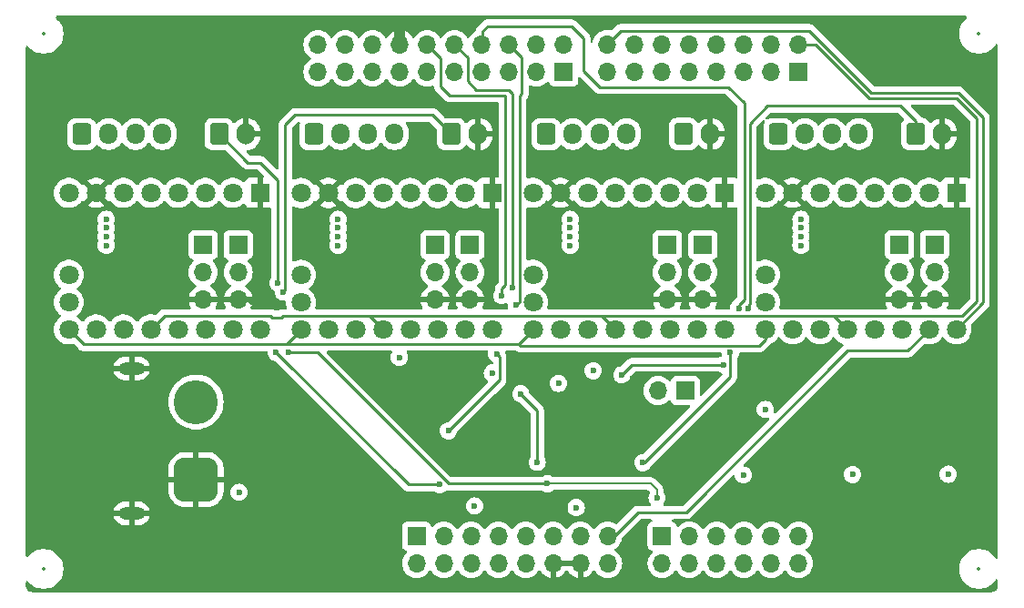
<source format=gbl>
%TF.GenerationSoftware,KiCad,Pcbnew,8.0.3*%
%TF.CreationDate,2024-06-29T14:46:45+02:00*%
%TF.ProjectId,StepperDriver-Shield_FRDM-MCXA153,53746570-7065-4724-9472-697665722d53,rev?*%
%TF.SameCoordinates,Original*%
%TF.FileFunction,Copper,L4,Bot*%
%TF.FilePolarity,Positive*%
%FSLAX46Y46*%
G04 Gerber Fmt 4.6, Leading zero omitted, Abs format (unit mm)*
G04 Created by KiCad (PCBNEW 8.0.3) date 2024-06-29 14:46:45*
%MOMM*%
%LPD*%
G01*
G04 APERTURE LIST*
G04 Aperture macros list*
%AMRoundRect*
0 Rectangle with rounded corners*
0 $1 Rounding radius*
0 $2 $3 $4 $5 $6 $7 $8 $9 X,Y pos of 4 corners*
0 Add a 4 corners polygon primitive as box body*
4,1,4,$2,$3,$4,$5,$6,$7,$8,$9,$2,$3,0*
0 Add four circle primitives for the rounded corners*
1,1,$1+$1,$2,$3*
1,1,$1+$1,$4,$5*
1,1,$1+$1,$6,$7*
1,1,$1+$1,$8,$9*
0 Add four rect primitives between the rounded corners*
20,1,$1+$1,$2,$3,$4,$5,0*
20,1,$1+$1,$4,$5,$6,$7,0*
20,1,$1+$1,$6,$7,$8,$9,0*
20,1,$1+$1,$8,$9,$2,$3,0*%
G04 Aperture macros list end*
%TA.AperFunction,ComponentPad*%
%ADD10R,1.800000X1.800000*%
%TD*%
%TA.AperFunction,ComponentPad*%
%ADD11C,1.800000*%
%TD*%
%TA.AperFunction,ComponentPad*%
%ADD12RoundRect,0.250000X-0.600000X-0.750000X0.600000X-0.750000X0.600000X0.750000X-0.600000X0.750000X0*%
%TD*%
%TA.AperFunction,ComponentPad*%
%ADD13O,1.700000X2.000000*%
%TD*%
%TA.AperFunction,ComponentPad*%
%ADD14RoundRect,0.250000X-0.600000X-0.725000X0.600000X-0.725000X0.600000X0.725000X-0.600000X0.725000X0*%
%TD*%
%TA.AperFunction,ComponentPad*%
%ADD15O,1.700000X1.950000*%
%TD*%
%TA.AperFunction,ComponentPad*%
%ADD16R,1.700000X1.700000*%
%TD*%
%TA.AperFunction,ComponentPad*%
%ADD17O,1.700000X1.700000*%
%TD*%
%TA.AperFunction,ComponentPad*%
%ADD18O,2.400000X1.200000*%
%TD*%
%TA.AperFunction,ComponentPad*%
%ADD19RoundRect,1.025000X1.025000X-1.025000X1.025000X1.025000X-1.025000X1.025000X-1.025000X-1.025000X0*%
%TD*%
%TA.AperFunction,ComponentPad*%
%ADD20C,4.100000*%
%TD*%
%TA.AperFunction,ViaPad*%
%ADD21C,0.600000*%
%TD*%
%TA.AperFunction,Conductor*%
%ADD22C,0.508000*%
%TD*%
%TA.AperFunction,Conductor*%
%ADD23C,1.016000*%
%TD*%
%TA.AperFunction,Conductor*%
%ADD24C,0.254000*%
%TD*%
%TA.AperFunction,Conductor*%
%ADD25C,0.200000*%
%TD*%
%ADD26C,0.300000*%
%ADD27C,0.350000*%
%ADD28O,1.700000X0.600000*%
G04 APERTURE END LIST*
D10*
%TO.P,TMC3,1,GND*%
%TO.N,GND*%
X129032000Y-85090000D03*
D11*
%TO.P,TMC3,2,V_IO*%
%TO.N,Vcc_Logic*%
X126492000Y-85090000D03*
%TO.P,TMC3,3,B2*%
%TO.N,/TMC_2209_wiring2/B2*%
X123952000Y-85090000D03*
%TO.P,TMC3,4,B1*%
%TO.N,/TMC_2209_wiring2/B1*%
X121412000Y-85090000D03*
%TO.P,TMC3,5,A1*%
%TO.N,/TMC_2209_wiring2/A1*%
X118872000Y-85090000D03*
%TO.P,TMC3,6,A2*%
%TO.N,/TMC_2209_wiring2/A2*%
X116332000Y-85090000D03*
%TO.P,TMC3,7,GND*%
%TO.N,GND*%
X113792000Y-85090000D03*
%TO.P,TMC3,8,VS*%
%TO.N,Vcc_Motor*%
X111252000Y-85090000D03*
%TO.P,TMC3,9,DIAG*%
%TO.N,/TMC_2209_wiring2/Motor_DIAG*%
X111252000Y-92710000D03*
%TO.P,TMC3,10,INDEX*%
%TO.N,/TMC_2209_wiring2/Motor_INDEX*%
X111252000Y-95250000D03*
%TO.P,TMC3,11,/EN*%
%TO.N,/{slash}ENABLE*%
X111252000Y-97790000D03*
%TO.P,TMC3,12,MS1*%
%TO.N,/TMC_2209_wiring2/MS1*%
X113792000Y-97790000D03*
%TO.P,TMC3,13,MS2*%
%TO.N,/TMC_2209_wiring2/MS2*%
X116332000Y-97790000D03*
%TO.P,TMC3,14,RX*%
%TO.N,/P1-4{slash}UART2-RXD*%
X118872000Y-97790000D03*
%TO.P,TMC3,15,TX*%
%TO.N,unconnected-(TMC3-TX-Pad15)*%
X121412000Y-97790000D03*
%TO.P,TMC3,16,CLK*%
%TO.N,/TMC_2209_wiring2/Motor_CLK_Extern*%
X123952000Y-97790000D03*
%TO.P,TMC3,17,STEP*%
%TO.N,/P3-10{slash}PWM0-A2*%
X126492000Y-97790000D03*
%TO.P,TMC3,18,DIR*%
%TO.N,/P3-14{slash}PWM0-X2*%
X129032000Y-97790000D03*
%TD*%
D12*
%TO.P,J16,1,Pin_1*%
%TO.N,Net-(J16-Pin_1)*%
X125242000Y-79610400D03*
D13*
%TO.P,J16,2,Pin_2*%
%TO.N,GND*%
X127742000Y-79610400D03*
%TD*%
D14*
%TO.P,J13,1,Pin_1*%
%TO.N,/TMC_2209_wiring1/A2*%
X134039600Y-79610400D03*
D15*
%TO.P,J13,2,Pin_2*%
%TO.N,/TMC_2209_wiring1/A1*%
X136539600Y-79610400D03*
%TO.P,J13,3,Pin_3*%
%TO.N,/TMC_2209_wiring1/B1*%
X139039600Y-79610400D03*
%TO.P,J13,4,Pin_4*%
%TO.N,/TMC_2209_wiring1/B2*%
X141539600Y-79610400D03*
%TD*%
D10*
%TO.P,TMC1,1,GND*%
%TO.N,GND*%
X172212000Y-85080000D03*
D11*
%TO.P,TMC1,2,V_IO*%
%TO.N,Vcc_Logic*%
X169672000Y-85080000D03*
%TO.P,TMC1,3,B2*%
%TO.N,/TMC_2209_wiring/B2*%
X167132000Y-85080000D03*
%TO.P,TMC1,4,B1*%
%TO.N,/TMC_2209_wiring/B1*%
X164592000Y-85080000D03*
%TO.P,TMC1,5,A1*%
%TO.N,/TMC_2209_wiring/A1*%
X162052000Y-85080000D03*
%TO.P,TMC1,6,A2*%
%TO.N,/TMC_2209_wiring/A2*%
X159512000Y-85080000D03*
%TO.P,TMC1,7,GND*%
%TO.N,GND*%
X156972000Y-85080000D03*
%TO.P,TMC1,8,VS*%
%TO.N,Vcc_Motor*%
X154432000Y-85080000D03*
%TO.P,TMC1,9,DIAG*%
%TO.N,/TMC_2209_wiring/Motor_DIAG*%
X154432000Y-92700000D03*
%TO.P,TMC1,10,INDEX*%
%TO.N,/TMC_2209_wiring/Motor_INDEX*%
X154432000Y-95240000D03*
%TO.P,TMC1,11,/EN*%
%TO.N,/{slash}ENABLE*%
X154432000Y-97780000D03*
%TO.P,TMC1,12,MS1*%
%TO.N,/TMC_2209_wiring/MS1*%
X156972000Y-97780000D03*
%TO.P,TMC1,13,MS2*%
%TO.N,/TMC_2209_wiring/MS2*%
X159512000Y-97780000D03*
%TO.P,TMC1,14,RX*%
%TO.N,/P1-4{slash}UART2-RXD*%
X162052000Y-97780000D03*
%TO.P,TMC1,15,TX*%
%TO.N,unconnected-(TMC1-TX-Pad15)*%
X164592000Y-97780000D03*
%TO.P,TMC1,16,CLK*%
%TO.N,/TMC_2209_wiring/Motor_CLK_Extern*%
X167132000Y-97780000D03*
%TO.P,TMC1,17,STEP*%
%TO.N,/P3-6{slash}PWM0-A0*%
X169672000Y-97780000D03*
%TO.P,TMC1,18,DIR*%
%TO.N,/P3-1{slash}GPIO*%
X172212000Y-97780000D03*
%TD*%
D16*
%TO.P,J7,1,Pin_1*%
%TO.N,Vcc_Logic*%
X166928800Y-89931000D03*
D17*
%TO.P,J7,2,Pin_2*%
%TO.N,/TMC_2209_wiring/MS1*%
X166928800Y-92471000D03*
%TO.P,J7,3,Pin_3*%
%TO.N,GND*%
X166928800Y-95011000D03*
%TD*%
D18*
%TO.P,J1,1,Pin_1*%
%TO.N,GND*%
X95498400Y-114896400D03*
D19*
X101498400Y-111746400D03*
D18*
X95498400Y-101396400D03*
D20*
%TO.P,J1,2,Pin_2*%
%TO.N,Vcc_Motor*%
X101498400Y-104546400D03*
%TD*%
D12*
%TO.P,J12,1,Pin_1*%
%TO.N,Net-(J12-Pin_1)*%
X146832000Y-79602000D03*
D13*
%TO.P,J12,2,Pin_2*%
%TO.N,GND*%
X149332000Y-79602000D03*
%TD*%
D10*
%TO.P,TMC2,1,GND*%
%TO.N,GND*%
X150622000Y-85080000D03*
D11*
%TO.P,TMC2,2,V_IO*%
%TO.N,Vcc_Logic*%
X148082000Y-85080000D03*
%TO.P,TMC2,3,B2*%
%TO.N,/TMC_2209_wiring1/B2*%
X145542000Y-85080000D03*
%TO.P,TMC2,4,B1*%
%TO.N,/TMC_2209_wiring1/B1*%
X143002000Y-85080000D03*
%TO.P,TMC2,5,A1*%
%TO.N,/TMC_2209_wiring1/A1*%
X140462000Y-85080000D03*
%TO.P,TMC2,6,A2*%
%TO.N,/TMC_2209_wiring1/A2*%
X137922000Y-85080000D03*
%TO.P,TMC2,7,GND*%
%TO.N,GND*%
X135382000Y-85080000D03*
%TO.P,TMC2,8,VS*%
%TO.N,Vcc_Motor*%
X132842000Y-85080000D03*
%TO.P,TMC2,9,DIAG*%
%TO.N,/TMC_2209_wiring1/Motor_DIAG*%
X132842000Y-92700000D03*
%TO.P,TMC2,10,INDEX*%
%TO.N,/TMC_2209_wiring1/Motor_INDEX*%
X132842000Y-95240000D03*
%TO.P,TMC2,11,/EN*%
%TO.N,/{slash}ENABLE*%
X132842000Y-97780000D03*
%TO.P,TMC2,12,MS1*%
%TO.N,/TMC_2209_wiring1/MS1*%
X135382000Y-97780000D03*
%TO.P,TMC2,13,MS2*%
%TO.N,/TMC_2209_wiring1/MS2*%
X137922000Y-97780000D03*
%TO.P,TMC2,14,RX*%
%TO.N,/P1-4{slash}UART2-RXD*%
X140462000Y-97780000D03*
%TO.P,TMC2,15,TX*%
%TO.N,unconnected-(TMC2-TX-Pad15)*%
X143002000Y-97780000D03*
%TO.P,TMC2,16,CLK*%
%TO.N,/TMC_2209_wiring1/Motor_CLK_Extern*%
X145542000Y-97780000D03*
%TO.P,TMC2,17,STEP*%
%TO.N,/P3-8{slash}PWM0-A1*%
X148082000Y-97780000D03*
%TO.P,TMC2,18,DIR*%
%TO.N,/P2-3{slash}ADC0-A2*%
X150622000Y-97780000D03*
%TD*%
D16*
%TO.P,J6,1,Pin_1*%
%TO.N,Vcc_Logic*%
X170180000Y-89931000D03*
D17*
%TO.P,J6,2,Pin_2*%
%TO.N,/TMC_2209_wiring/MS2*%
X170180000Y-92471000D03*
%TO.P,J6,3,Pin_3*%
%TO.N,GND*%
X170180000Y-95011000D03*
%TD*%
D14*
%TO.P,J17,1,Pin_1*%
%TO.N,/TMC_2209_wiring2/A2*%
X112455000Y-79610400D03*
D15*
%TO.P,J17,2,Pin_2*%
%TO.N,/TMC_2209_wiring2/A1*%
X114955000Y-79610400D03*
%TO.P,J17,3,Pin_3*%
%TO.N,/TMC_2209_wiring2/B1*%
X117455000Y-79610400D03*
%TO.P,J17,4,Pin_4*%
%TO.N,/TMC_2209_wiring2/B2*%
X119955000Y-79610400D03*
%TD*%
D14*
%TO.P,J9,1,Pin_1*%
%TO.N,/TMC_2209_wiring/A2*%
X155635000Y-79602000D03*
D15*
%TO.P,J9,2,Pin_2*%
%TO.N,/TMC_2209_wiring/A1*%
X158135000Y-79602000D03*
%TO.P,J9,3,Pin_3*%
%TO.N,/TMC_2209_wiring/B1*%
X160635000Y-79602000D03*
%TO.P,J9,4,Pin_4*%
%TO.N,/TMC_2209_wiring/B2*%
X163135000Y-79602000D03*
%TD*%
D16*
%TO.P,J10,1,Pin_1*%
%TO.N,Vcc_Logic*%
X148640800Y-89931000D03*
D17*
%TO.P,J10,2,Pin_2*%
%TO.N,/TMC_2209_wiring1/MS2*%
X148640800Y-92471000D03*
%TO.P,J10,3,Pin_3*%
%TO.N,GND*%
X148640800Y-95011000D03*
%TD*%
D12*
%TO.P,J20,1,Pin_1*%
%TO.N,Net-(J20-Pin_1)*%
X103632000Y-79610400D03*
D13*
%TO.P,J20,2,Pin_2*%
%TO.N,GND*%
X106132000Y-79610400D03*
%TD*%
D16*
%TO.P,J14,1,Pin_1*%
%TO.N,Vcc_Logic*%
X126979200Y-89931000D03*
D17*
%TO.P,J14,2,Pin_2*%
%TO.N,/TMC_2209_wiring2/MS2*%
X126979200Y-92471000D03*
%TO.P,J14,3,Pin_3*%
%TO.N,GND*%
X126979200Y-95011000D03*
%TD*%
D16*
%TO.P,J11,1,Pin_1*%
%TO.N,Vcc_Logic*%
X145338800Y-89931000D03*
D17*
%TO.P,J11,2,Pin_2*%
%TO.N,/TMC_2209_wiring1/MS1*%
X145338800Y-92471000D03*
%TO.P,J11,3,Pin_3*%
%TO.N,GND*%
X145338800Y-95011000D03*
%TD*%
D14*
%TO.P,J21,1,Pin_1*%
%TO.N,/TMC_2209_wiring3/A2*%
X90865000Y-79610400D03*
D15*
%TO.P,J21,2,Pin_2*%
%TO.N,/TMC_2209_wiring3/A1*%
X93365000Y-79610400D03*
%TO.P,J21,3,Pin_3*%
%TO.N,/TMC_2209_wiring3/B1*%
X95865000Y-79610400D03*
%TO.P,J21,4,Pin_4*%
%TO.N,/TMC_2209_wiring3/B2*%
X98365000Y-79610400D03*
%TD*%
D16*
%TO.P,J22,1,Pin_1*%
%TO.N,5v-9v*%
X146994800Y-103479600D03*
D17*
%TO.P,J22,2,Pin_2*%
%TO.N,Vcc_Motor*%
X144454800Y-103479600D03*
%TD*%
D16*
%TO.P,J18,1,Pin_1*%
%TO.N,Vcc_Logic*%
X105410000Y-89931000D03*
D17*
%TO.P,J18,2,Pin_2*%
%TO.N,/TMC_2209_wiring3/MS2*%
X105410000Y-92471000D03*
%TO.P,J18,3,Pin_3*%
%TO.N,GND*%
X105410000Y-95011000D03*
%TD*%
D10*
%TO.P,TMC4,1,GND*%
%TO.N,GND*%
X107442000Y-85085000D03*
D11*
%TO.P,TMC4,2,V_IO*%
%TO.N,Vcc_Logic*%
X104902000Y-85085000D03*
%TO.P,TMC4,3,B2*%
%TO.N,/TMC_2209_wiring3/B2*%
X102362000Y-85085000D03*
%TO.P,TMC4,4,B1*%
%TO.N,/TMC_2209_wiring3/B1*%
X99822000Y-85085000D03*
%TO.P,TMC4,5,A1*%
%TO.N,/TMC_2209_wiring3/A1*%
X97282000Y-85085000D03*
%TO.P,TMC4,6,A2*%
%TO.N,/TMC_2209_wiring3/A2*%
X94742000Y-85085000D03*
%TO.P,TMC4,7,GND*%
%TO.N,GND*%
X92202000Y-85085000D03*
%TO.P,TMC4,8,VS*%
%TO.N,Vcc_Motor*%
X89662000Y-85085000D03*
%TO.P,TMC4,9,DIAG*%
%TO.N,/TMC_2209_wiring3/Motor_DIAG*%
X89662000Y-92705000D03*
%TO.P,TMC4,10,INDEX*%
%TO.N,/TMC_2209_wiring3/Motor_INDEX*%
X89662000Y-95245000D03*
%TO.P,TMC4,11,/EN*%
%TO.N,/{slash}ENABLE*%
X89662000Y-97785000D03*
%TO.P,TMC4,12,MS1*%
%TO.N,/TMC_2209_wiring3/MS1*%
X92202000Y-97785000D03*
%TO.P,TMC4,13,MS2*%
%TO.N,/TMC_2209_wiring3/MS2*%
X94742000Y-97785000D03*
%TO.P,TMC4,14,RX*%
%TO.N,/P1-4{slash}UART2-RXD*%
X97282000Y-97785000D03*
%TO.P,TMC4,15,TX*%
%TO.N,unconnected-(TMC4-TX-Pad15)*%
X99822000Y-97785000D03*
%TO.P,TMC4,16,CLK*%
%TO.N,/TMC_2209_wiring3/Motor_CLK_Extern*%
X102362000Y-97785000D03*
%TO.P,TMC4,17,STEP*%
%TO.N,/P2-4{slash}GPIO*%
X104902000Y-97785000D03*
%TO.P,TMC4,18,DIR*%
%TO.N,/P3-15{slash}GPIO*%
X107442000Y-97785000D03*
%TD*%
D12*
%TO.P,J8,1,Pin_1*%
%TO.N,Net-(J8-Pin_1)*%
X168422000Y-79602000D03*
D13*
%TO.P,J8,2,Pin_2*%
%TO.N,GND*%
X170922000Y-79602000D03*
%TD*%
D16*
%TO.P,J15,1,Pin_1*%
%TO.N,Vcc_Logic*%
X123728000Y-89931000D03*
D17*
%TO.P,J15,2,Pin_2*%
%TO.N,/TMC_2209_wiring2/MS1*%
X123728000Y-92471000D03*
%TO.P,J15,3,Pin_3*%
%TO.N,GND*%
X123728000Y-95011000D03*
%TD*%
D16*
%TO.P,J19,1,Pin_1*%
%TO.N,Vcc_Logic*%
X102158800Y-89931000D03*
D17*
%TO.P,J19,2,Pin_2*%
%TO.N,/TMC_2209_wiring3/MS1*%
X102158800Y-92471000D03*
%TO.P,J19,3,Pin_3*%
%TO.N,GND*%
X102158800Y-95011000D03*
%TD*%
D16*
%TO.P,J2,1,Pin_1*%
%TO.N,unconnected-(J2-Pin_1-Pad1)*%
X144843222Y-117005168D03*
D17*
%TO.P,J2,2,Pin_2*%
%TO.N,/P1-10{slash}ADC0-A8*%
X144843222Y-119545168D03*
%TO.P,J2,3,Pin_3*%
%TO.N,unconnected-(J2-Pin_3-Pad3)*%
X147383222Y-117005168D03*
%TO.P,J2,4,Pin_4*%
%TO.N,/P1-12{slash}ADC0-A10*%
X147383222Y-119545168D03*
%TO.P,J2,5,Pin_5*%
%TO.N,unconnected-(J2-Pin_5-Pad5)*%
X149923222Y-117005168D03*
%TO.P,J2,6,Pin_6*%
%TO.N,/P1-13{slash}ADC0-A11*%
X149923222Y-119545168D03*
%TO.P,J2,7,Pin_7*%
%TO.N,unconnected-(J2-Pin_7-Pad7)*%
X152463222Y-117005168D03*
%TO.P,J2,8,Pin_8*%
%TO.N,/P2-0{slash}ADC0-A0*%
X152463222Y-119545168D03*
%TO.P,J2,9,Pin_9*%
%TO.N,/P1-11{slash}GPIO*%
X155003222Y-117005168D03*
%TO.P,J2,10,Pin_10*%
%TO.N,/P3-31{slash}ADC0-A12*%
X155003222Y-119545168D03*
%TO.P,J2,11,Pin_11*%
%TO.N,/P3-29{slash}GPIO*%
X157543222Y-117005168D03*
%TO.P,J2,12,Pin_12*%
%TO.N,/P3-30{slash}ADC0-A13*%
X157543222Y-119545168D03*
%TD*%
D16*
%TO.P,J5,1,Pin_1*%
%TO.N,/P1-4{slash}ADC0-A20*%
X135693222Y-73835168D03*
D17*
%TO.P,J5,2,Pin_2*%
%TO.N,/P3-15{slash}GPIO*%
X135693222Y-71295168D03*
%TO.P,J5,3,Pin_3*%
%TO.N,/P1-5{slash}ADC0-A21*%
X133153222Y-73835168D03*
%TO.P,J5,4,Pin_4*%
%TO.N,/P3-14{slash}PWM0-X2*%
X133153222Y-71295168D03*
%TO.P,J5,5,Pin_5*%
%TO.N,/P2-3{slash}ADC0-A2*%
X130613222Y-73835168D03*
%TO.P,J5,6,Pin_6*%
%TO.N,/P2-6{slash}CSI1*%
X130613222Y-71295168D03*
%TO.P,J5,7,Pin_7*%
%TO.N,/P2-1{slash}ADC0-A1*%
X128073222Y-73835168D03*
%TO.P,J5,8,Pin_8*%
%TO.N,/P2-13{slash}SDO1*%
X128073222Y-71295168D03*
%TO.P,J5,9,Pin_9*%
%TO.N,/P2-2{slash}ADC0-A4*%
X125533222Y-73835168D03*
%TO.P,J5,10,Pin_10*%
%TO.N,/P2-16{slash}SDI1*%
X125533222Y-71295168D03*
%TO.P,J5,11,Pin_11*%
%TO.N,unconnected-(J5-Pin_11-Pad11)*%
X122993222Y-73835168D03*
%TO.P,J5,12,Pin_12*%
%TO.N,unconnected-(J5-Pin_12-Pad12)*%
X122993222Y-71295168D03*
%TO.P,J5,13,Pin_13*%
%TO.N,unconnected-(J5-Pin_13-Pad13)*%
X120453222Y-73835168D03*
%TO.P,J5,14,Pin_14*%
%TO.N,GND*%
X120453222Y-71295168D03*
%TO.P,J5,15,Pin_15*%
%TO.N,unconnected-(J5-Pin_15-Pad15)*%
X117913222Y-73835168D03*
%TO.P,J5,16,Pin_16*%
%TO.N,VDDA_MCU*%
X117913222Y-71295168D03*
%TO.P,J5,17,Pin_17*%
%TO.N,unconnected-(J5-Pin_17-Pad17)*%
X115373222Y-73835168D03*
%TO.P,J5,18,Pin_18*%
%TO.N,/P1-8{slash}SDA0*%
X115373222Y-71295168D03*
%TO.P,J5,19,Pin_19*%
%TO.N,unconnected-(J5-Pin_19-Pad19)*%
X112833222Y-73835168D03*
%TO.P,J5,20,Pin_20*%
%TO.N,/P1-9{slash}SCL0*%
X112833222Y-71295168D03*
%TD*%
D16*
%TO.P,J4,1,Pin_1*%
%TO.N,/P1-7{slash}GPIO*%
X157517222Y-73810168D03*
D17*
%TO.P,J4,2,Pin_2*%
%TO.N,/P1-4{slash}UART2-RXD*%
X157517222Y-71270168D03*
%TO.P,J4,3,Pin_3*%
%TO.N,/P1-6{slash}TRIG2*%
X154977222Y-73810168D03*
%TO.P,J4,4,Pin_4*%
%TO.N,/P1-5{slash}UART2-TXD*%
X154977222Y-71270168D03*
%TO.P,J4,5,Pin_5*%
%TO.N,unconnected-(J4-Pin_5-Pad5)*%
X152437222Y-73810168D03*
%TO.P,J4,6,Pin_6*%
%TO.N,/P2-4{slash}GPIO*%
X152437222Y-71270168D03*
%TO.P,J4,7,Pin_7*%
%TO.N,unconnected-(J4-Pin_7-Pad7)*%
X149897222Y-73810168D03*
%TO.P,J4,8,Pin_8*%
%TO.N,/P3-0{slash}PWM0-A0*%
X149897222Y-71270168D03*
%TO.P,J4,9,Pin_9*%
%TO.N,unconnected-(J4-Pin_9-Pad9)*%
X147357222Y-73810168D03*
%TO.P,J4,10,Pin_10*%
%TO.N,/P2-5{slash}GPIO*%
X147357222Y-71270168D03*
%TO.P,J4,11,Pin_11*%
%TO.N,unconnected-(J4-Pin_11-Pad11)*%
X144817222Y-73810168D03*
%TO.P,J4,12,Pin_12*%
%TO.N,/P3-12{slash}PWM0-X2*%
X144817222Y-71270168D03*
%TO.P,J4,13,Pin_13*%
%TO.N,unconnected-(J4-Pin_13-Pad13)*%
X142277222Y-73810168D03*
%TO.P,J4,14,Pin_14*%
%TO.N,/P3-13{slash}PWM0-X1*%
X142277222Y-71270168D03*
%TO.P,J4,15,Pin_15*%
%TO.N,unconnected-(J4-Pin_15-Pad15)*%
X139737222Y-73810168D03*
%TO.P,J4,16,Pin_16*%
%TO.N,/P3-1{slash}GPIO*%
X139737222Y-71270168D03*
%TD*%
D16*
%TO.P,J3,1,Pin_1*%
%TO.N,/P2-7{slash}TRIG10*%
X121997222Y-117005168D03*
D17*
%TO.P,J3,2,Pin_2*%
%TO.N,unconnected-(J3-Pin_2-Pad2)*%
X121997222Y-119545168D03*
%TO.P,J3,3,Pin_3*%
%TO.N,/P3-31{slash}TRIG5*%
X124537222Y-117005168D03*
%TO.P,J3,4,Pin_4*%
%TO.N,VDD-BOARD*%
X124537222Y-119545168D03*
%TO.P,J3,5,Pin_5*%
%TO.N,/P3-11{slash}PWM0-B2*%
X127077222Y-117005168D03*
%TO.P,J3,6,Pin_6*%
%TO.N,/MCU-RESETn*%
X127077222Y-119545168D03*
%TO.P,J3,7,Pin_7*%
%TO.N,/P3-10{slash}PWM0-A2*%
X129617222Y-117005168D03*
%TO.P,J3,8,Pin_8*%
%TO.N,Vcc_Logic*%
X129617222Y-119545168D03*
%TO.P,J3,9,Pin_9*%
%TO.N,/P3-9{slash}PWM0-B1*%
X132157222Y-117005168D03*
%TO.P,J3,10,Pin_10*%
%TO.N,SYS-5V*%
X132157222Y-119545168D03*
%TO.P,J3,11,Pin_11*%
%TO.N,/P3-8{slash}PWM0-A1*%
X134697222Y-117005168D03*
%TO.P,J3,12,Pin_12*%
%TO.N,GND*%
X134697222Y-119545168D03*
%TO.P,J3,13,Pin_13*%
%TO.N,/P3-7{slash}PWM0-B0*%
X137237222Y-117005168D03*
%TO.P,J3,14,Pin_14*%
%TO.N,GND*%
X137237222Y-119545168D03*
%TO.P,J3,15,Pin_15*%
%TO.N,/P3-6{slash}PWM0-A0*%
X139777222Y-117005168D03*
%TO.P,J3,16,Pin_16*%
%TO.N,5v-9v*%
X139777222Y-119545168D03*
%TD*%
D21*
%TO.N,GND*%
X115011200Y-93497400D03*
X136626600Y-94843600D03*
X146151600Y-108813600D03*
X158216600Y-94767400D03*
X150774400Y-112750600D03*
X125603000Y-114223800D03*
X136601200Y-93472000D03*
X114960400Y-94742000D03*
X124917200Y-103124000D03*
X93446600Y-94869000D03*
X136601200Y-101269800D03*
X150723600Y-109270800D03*
X158216600Y-93472000D03*
X131546600Y-113461800D03*
X93446602Y-93522800D03*
%TO.N,/P2-16{slash}SDI1*%
X130931439Y-93935348D03*
X133226750Y-110147700D03*
X131698797Y-103776420D03*
%TO.N,/P2-13{slash}SDO1*%
X151968200Y-95808800D03*
X143059847Y-110175793D03*
X151180800Y-99949000D03*
%TO.N,/P2-6{slash}CSI1*%
X131300832Y-95530842D03*
%TO.N,/P2-12{slash}SCK1*%
X129463800Y-100076000D03*
X124968000Y-107213400D03*
X129922635Y-94645035D03*
%TO.N,Vcc_Logic*%
X162560000Y-111277400D03*
X105486200Y-112928400D03*
X171450000Y-111252000D03*
X154432000Y-105232200D03*
X152400002Y-111328198D03*
X136855200Y-114350800D03*
X138430000Y-101625400D03*
X120396000Y-100380800D03*
X135204200Y-102793800D03*
X127406406Y-114198400D03*
X129057400Y-101828600D03*
%TO.N,Vcc_Motor*%
X114706400Y-87528400D03*
X157759400Y-89154000D03*
X114706400Y-88341200D03*
X114706400Y-89154000D03*
X136296400Y-87528400D03*
X93141800Y-89154000D03*
X157759400Y-87528400D03*
X136296400Y-88341200D03*
X136296400Y-89154000D03*
X93141800Y-88341200D03*
X114706400Y-89966800D03*
X93141800Y-87528400D03*
X136296400Y-89966800D03*
X157759400Y-88341200D03*
X157759400Y-89966800D03*
X93141800Y-89966800D03*
%TO.N,Net-(J16-Pin_1)*%
X134176406Y-112133200D03*
X144373600Y-113436400D03*
X109601000Y-94310200D03*
X110083600Y-99923600D03*
%TO.N,Net-(J20-Pin_1)*%
X108940604Y-99923600D03*
X109109600Y-93471992D03*
X124155200Y-112217200D03*
%TO.N,Net-(J8-Pin_1)*%
X152818198Y-95811398D03*
X141097000Y-102006400D03*
X150545800Y-101066600D03*
%TD*%
D22*
%TO.N,GND*%
X100827600Y-95011000D02*
X100711000Y-94894400D01*
X148640800Y-95011000D02*
X145338800Y-95011000D01*
X122032000Y-95011000D02*
X121945400Y-95097600D01*
X145338800Y-95011000D02*
X143952200Y-95011000D01*
D23*
X120453222Y-69881822D02*
X120421400Y-69850000D01*
D22*
X148640800Y-95011000D02*
X149972000Y-95011000D01*
X128701800Y-94818200D02*
X128509000Y-95011000D01*
X105410000Y-95011000D02*
X106491800Y-95011000D01*
X123728000Y-95011000D02*
X122032000Y-95011000D01*
X170180000Y-95011000D02*
X166928800Y-95011000D01*
X106491800Y-95011000D02*
X106832400Y-95351600D01*
X126979200Y-95011000D02*
X123728000Y-95011000D01*
X128509000Y-95011000D02*
X126979200Y-95011000D01*
X128701800Y-94183200D02*
X128701800Y-94818200D01*
X143952200Y-95011000D02*
X143713200Y-95250000D01*
X149972000Y-95011000D02*
X150723600Y-94259400D01*
X102158800Y-95011000D02*
X100827600Y-95011000D01*
X166928800Y-95011000D02*
X172328600Y-95011000D01*
X172328600Y-95011000D02*
X172389800Y-95072200D01*
D23*
X120453222Y-71295168D02*
X120453222Y-69881822D01*
D24*
%TO.N,/P3-6{slash}PWM0-A0*%
X147066000Y-114808000D02*
X142595600Y-114808000D01*
X169672000Y-97780000D02*
X167697400Y-99754600D01*
X142595600Y-114808000D02*
X140398432Y-117005168D01*
X167697400Y-99754600D02*
X162119400Y-99754600D01*
X162119400Y-99754600D02*
X147066000Y-114808000D01*
X140398432Y-117005168D02*
X139777222Y-117005168D01*
%TO.N,/P2-16{slash}SDI1*%
X130606800Y-75488800D02*
X130965600Y-75847600D01*
X133226750Y-105304373D02*
X131698797Y-103776420D01*
X125533222Y-71295168D02*
X126750000Y-72511946D01*
X127578800Y-75488800D02*
X130606800Y-75488800D01*
X133197600Y-110118550D02*
X133226750Y-110147700D01*
X130965600Y-75847600D02*
X130965600Y-93901187D01*
X126750000Y-72511946D02*
X126750000Y-74660000D01*
X130965600Y-93901187D02*
X130931439Y-93935348D01*
X133226750Y-110147700D02*
X133226750Y-105304373D01*
X126750000Y-74660000D02*
X127578800Y-75488800D01*
%TO.N,/P2-13{slash}SDO1*%
X143189207Y-110175793D02*
X143059847Y-110175793D01*
X128600200Y-69570600D02*
X128117600Y-70053200D01*
X137541000Y-73736200D02*
X137541000Y-70688200D01*
X151968200Y-95478600D02*
X152476200Y-94970600D01*
X150977600Y-75234800D02*
X139039600Y-75234800D01*
X151180800Y-99949000D02*
X151180800Y-102184200D01*
X139039600Y-75234800D02*
X137541000Y-73736200D01*
X136423400Y-69570600D02*
X128600200Y-69570600D01*
X152476200Y-94970600D02*
X152476200Y-76733400D01*
X151968200Y-95808800D02*
X151968200Y-95478600D01*
X128117600Y-70053200D02*
X128117600Y-71250790D01*
X152476200Y-76733400D02*
X150977600Y-75234800D01*
X151180800Y-102184200D02*
X143189207Y-110175793D01*
X128117600Y-71250790D02*
X128073222Y-71295168D01*
X137541000Y-70688200D02*
X136423400Y-69570600D01*
%TO.N,/P2-6{slash}CSI1*%
X131800600Y-75862000D02*
X131608439Y-76054161D01*
X131800600Y-72482546D02*
X131800600Y-75862000D01*
X131608439Y-76054161D02*
X131608439Y-95223235D01*
X130613222Y-71295168D02*
X131800600Y-72482546D01*
X131608439Y-95223235D02*
X131300832Y-95530842D01*
%TO.N,/P2-12{slash}SCK1*%
X124256800Y-75184000D02*
X125069600Y-75996800D01*
X129734400Y-100346600D02*
X129463800Y-100076000D01*
X124968000Y-107213400D02*
X129734400Y-102447000D01*
X130271829Y-93658466D02*
X129922635Y-94007660D01*
X129734400Y-102447000D02*
X129734400Y-100346600D01*
X122993222Y-71295168D02*
X124256800Y-72558746D01*
X130271829Y-76068229D02*
X130271829Y-93658466D01*
X125069600Y-75996800D02*
X130200400Y-75996800D01*
X124256800Y-72558746D02*
X124256800Y-75184000D01*
X130200400Y-75996800D02*
X130271829Y-76068229D01*
X129922635Y-94007660D02*
X129922635Y-94645035D01*
%TO.N,/P3-1{slash}GPIO*%
X164312600Y-75793600D02*
X172389800Y-75793600D01*
X174701200Y-78105000D02*
X174701200Y-95290800D01*
X174701200Y-95290800D02*
X172212000Y-97780000D01*
X141007390Y-70000000D02*
X158519000Y-70000000D01*
X158519000Y-70000000D02*
X164312600Y-75793600D01*
X139737222Y-71270168D02*
X141007390Y-70000000D01*
X172389800Y-75793600D02*
X174701200Y-78105000D01*
%TO.N,/P1-4{slash}UART2-RXD*%
X109427936Y-96672400D02*
X109580336Y-96520000D01*
X172201748Y-76247600D02*
X164124548Y-76247600D01*
X97282000Y-97785000D02*
X98547000Y-96520000D01*
X117602000Y-96520000D02*
X117348000Y-96520000D01*
X164124548Y-76247600D02*
X159147116Y-71270168D01*
X174142400Y-78188252D02*
X172201748Y-76247600D01*
X117348000Y-96520000D02*
X139192000Y-96520000D01*
X160792000Y-96520000D02*
X162052000Y-97780000D01*
X109580336Y-96520000D02*
X117348000Y-96520000D01*
X139573000Y-96520000D02*
X160792000Y-96520000D01*
X174142400Y-95148400D02*
X174142400Y-78188252D01*
X160792000Y-96520000D02*
X172770800Y-96520000D01*
X108559240Y-96672400D02*
X109427936Y-96672400D01*
X108406840Y-96520000D02*
X108559240Y-96672400D01*
X118872000Y-97790000D02*
X117602000Y-96520000D01*
X159147116Y-71270168D02*
X157517222Y-71270168D01*
X139192000Y-96520000D02*
X139573000Y-96520000D01*
X140462000Y-97780000D02*
X139202000Y-96520000D01*
X172770800Y-96520000D02*
X174142400Y-95148400D01*
X139202000Y-96520000D02*
X139192000Y-96520000D01*
X98547000Y-96520000D02*
X108406840Y-96520000D01*
%TO.N,/{slash}ENABLE*%
X153873200Y-99288600D02*
X154432000Y-98729800D01*
X91030700Y-99153700D02*
X109888300Y-99153700D01*
X89662000Y-97785000D02*
X91030700Y-99153700D01*
X109888300Y-99153700D02*
X109922400Y-99119600D01*
X131502400Y-99119600D02*
X131671400Y-99288600D01*
X131502400Y-99119600D02*
X132842000Y-97780000D01*
X111252000Y-97790000D02*
X109888300Y-99153700D01*
X109922400Y-99119600D02*
X131502400Y-99119600D01*
X154432000Y-98729800D02*
X154432000Y-97780000D01*
X131671400Y-99288600D02*
X153873200Y-99288600D01*
%TO.N,Net-(J16-Pin_1)*%
X110718600Y-77825600D02*
X109795400Y-78748800D01*
X125242000Y-79610400D02*
X123457200Y-77825600D01*
X112768223Y-99923600D02*
X124977823Y-112133200D01*
D25*
X144373600Y-113436400D02*
X144373600Y-112725200D01*
D24*
X110083600Y-99923600D02*
X112768223Y-99923600D01*
X109795400Y-94115800D02*
X109601000Y-94310200D01*
D25*
X143781600Y-112133200D02*
X134176406Y-112133200D01*
D24*
X109795400Y-78748800D02*
X109795400Y-94115800D01*
X123457200Y-77825600D02*
X110718600Y-77825600D01*
X124977823Y-112133200D02*
X134176406Y-112133200D01*
D25*
X144373600Y-112725200D02*
X143781600Y-112133200D01*
D24*
%TO.N,Net-(J20-Pin_1)*%
X121234204Y-112217200D02*
X124155200Y-112217200D01*
X108940604Y-99923600D02*
X121234204Y-112217200D01*
X109118398Y-83921598D02*
X109118398Y-93463194D01*
X106292200Y-82270600D02*
X107467400Y-82270600D01*
X103632000Y-79610400D02*
X106292200Y-82270600D01*
X107467400Y-82270600D02*
X109118398Y-83921598D01*
X109118398Y-93463194D02*
X109109600Y-93471992D01*
%TO.N,Net-(J8-Pin_1)*%
X152818198Y-95593802D02*
X152818198Y-95811398D01*
X167030400Y-76987400D02*
X154660600Y-76987400D01*
X142036800Y-101066600D02*
X141097000Y-102006400D01*
X168422000Y-79602000D02*
X168422000Y-78379000D01*
X168422000Y-78379000D02*
X167030400Y-76987400D01*
X150545800Y-101066600D02*
X142036800Y-101066600D01*
X153009600Y-78638400D02*
X153009600Y-95402400D01*
X153009600Y-95402400D02*
X152818198Y-95593802D01*
X154660600Y-76987400D02*
X153009600Y-78638400D01*
%TD*%
%TA.AperFunction,Conductor*%
%TO.N,GND*%
G36*
X136771297Y-119352175D02*
G01*
X136737222Y-119479342D01*
X136737222Y-119610994D01*
X136771297Y-119738161D01*
X136804210Y-119795168D01*
X135130234Y-119795168D01*
X135163147Y-119738161D01*
X135197222Y-119610994D01*
X135197222Y-119479342D01*
X135163147Y-119352175D01*
X135130234Y-119295168D01*
X136804210Y-119295168D01*
X136771297Y-119352175D01*
G37*
%TD.AperFunction*%
%TA.AperFunction,Conductor*%
G36*
X160863904Y-98530304D02*
G01*
X160885809Y-98555583D01*
X160943016Y-98643147D01*
X160943019Y-98643151D01*
X160943021Y-98643153D01*
X161100216Y-98813913D01*
X161100219Y-98813915D01*
X161100222Y-98813918D01*
X161283365Y-98956464D01*
X161283371Y-98956468D01*
X161283374Y-98956470D01*
X161487497Y-99066936D01*
X161533020Y-99082564D01*
X161621321Y-99112878D01*
X161678336Y-99153263D01*
X161704467Y-99218063D01*
X161691416Y-99286703D01*
X161668739Y-99317840D01*
X155408958Y-105577622D01*
X155347635Y-105611107D01*
X155277943Y-105606123D01*
X155222010Y-105564251D01*
X155197593Y-105498787D01*
X155204236Y-105448986D01*
X155217366Y-105411462D01*
X155217369Y-105411449D01*
X155237565Y-105232203D01*
X155237565Y-105232196D01*
X155217369Y-105052950D01*
X155217368Y-105052945D01*
X155211194Y-105035302D01*
X155157789Y-104882678D01*
X155061816Y-104729938D01*
X154934262Y-104602384D01*
X154934084Y-104602272D01*
X154781523Y-104506411D01*
X154611254Y-104446831D01*
X154611249Y-104446830D01*
X154432004Y-104426635D01*
X154431996Y-104426635D01*
X154252750Y-104446830D01*
X154252745Y-104446831D01*
X154082476Y-104506411D01*
X153929737Y-104602384D01*
X153802184Y-104729937D01*
X153706211Y-104882676D01*
X153646631Y-105052945D01*
X153646630Y-105052950D01*
X153626435Y-105232196D01*
X153626435Y-105232203D01*
X153646630Y-105411449D01*
X153646631Y-105411454D01*
X153706211Y-105581723D01*
X153802184Y-105734462D01*
X153929738Y-105862016D01*
X154082478Y-105957989D01*
X154215216Y-106004436D01*
X154252745Y-106017568D01*
X154252750Y-106017569D01*
X154431996Y-106037765D01*
X154432000Y-106037765D01*
X154432004Y-106037765D01*
X154611249Y-106017569D01*
X154611251Y-106017568D01*
X154611255Y-106017568D01*
X154611258Y-106017566D01*
X154611262Y-106017566D01*
X154648786Y-106004436D01*
X154718564Y-106000873D01*
X154779192Y-106035602D01*
X154811420Y-106097595D01*
X154805015Y-106167171D01*
X154777422Y-106209158D01*
X146842400Y-114144181D01*
X146781077Y-114177666D01*
X146754719Y-114180500D01*
X145060940Y-114180500D01*
X144993901Y-114160815D01*
X144948146Y-114108011D01*
X144938202Y-114038853D01*
X144967227Y-113975297D01*
X144973259Y-113968819D01*
X144986483Y-113955595D01*
X145003416Y-113938662D01*
X145099389Y-113785922D01*
X145158968Y-113615655D01*
X145165440Y-113558215D01*
X145179165Y-113436403D01*
X145179165Y-113436396D01*
X145158969Y-113257150D01*
X145158968Y-113257145D01*
X145102721Y-113096400D01*
X145099389Y-113086878D01*
X145003416Y-112934138D01*
X145003414Y-112934136D01*
X145003413Y-112934134D01*
X145001150Y-112931296D01*
X145000259Y-112929115D01*
X144999711Y-112928242D01*
X144999864Y-112928145D01*
X144974744Y-112866609D01*
X144974100Y-112853987D01*
X144974100Y-112646145D01*
X144974100Y-112646143D01*
X144933177Y-112493416D01*
X144910394Y-112453954D01*
X144854124Y-112356490D01*
X144854121Y-112356486D01*
X144854120Y-112356484D01*
X144742316Y-112244680D01*
X144742315Y-112244679D01*
X144737985Y-112240349D01*
X144737974Y-112240339D01*
X144269190Y-111771555D01*
X144269188Y-111771552D01*
X144150317Y-111652681D01*
X144150309Y-111652675D01*
X144048536Y-111593917D01*
X144048534Y-111593916D01*
X144013390Y-111573625D01*
X144013389Y-111573624D01*
X143999920Y-111570015D01*
X143860657Y-111532699D01*
X143702543Y-111532699D01*
X143694947Y-111532699D01*
X143694931Y-111532700D01*
X134758818Y-111532700D01*
X134691779Y-111513015D01*
X134681503Y-111505645D01*
X134678669Y-111503385D01*
X134678668Y-111503384D01*
X134576746Y-111439342D01*
X134525929Y-111407411D01*
X134355660Y-111347831D01*
X134355655Y-111347830D01*
X134176410Y-111327635D01*
X134176402Y-111327635D01*
X133997156Y-111347830D01*
X133997151Y-111347831D01*
X133826882Y-111407411D01*
X133700706Y-111486694D01*
X133634734Y-111505700D01*
X125289104Y-111505700D01*
X125222065Y-111486015D01*
X125201423Y-111469381D01*
X113690823Y-99958781D01*
X113657338Y-99897458D01*
X113662322Y-99827766D01*
X113704194Y-99771833D01*
X113769658Y-99747416D01*
X113778504Y-99747100D01*
X119624411Y-99747100D01*
X119691450Y-99766785D01*
X119737205Y-99819589D01*
X119747149Y-99888747D01*
X119729404Y-99937073D01*
X119670211Y-100031275D01*
X119610631Y-100201545D01*
X119610630Y-100201550D01*
X119590435Y-100380796D01*
X119590435Y-100380803D01*
X119610630Y-100560049D01*
X119610631Y-100560054D01*
X119670211Y-100730323D01*
X119722177Y-100813025D01*
X119766184Y-100883062D01*
X119893738Y-101010616D01*
X120046478Y-101106589D01*
X120188658Y-101156340D01*
X120216745Y-101166168D01*
X120216750Y-101166169D01*
X120395996Y-101186365D01*
X120396000Y-101186365D01*
X120396004Y-101186365D01*
X120575249Y-101166169D01*
X120575252Y-101166168D01*
X120575255Y-101166168D01*
X120745522Y-101106589D01*
X120898262Y-101010616D01*
X121025816Y-100883062D01*
X121121789Y-100730322D01*
X121181368Y-100560055D01*
X121182116Y-100553415D01*
X121201565Y-100380803D01*
X121201565Y-100380796D01*
X121181369Y-100201550D01*
X121181368Y-100201545D01*
X121121788Y-100031275D01*
X121062596Y-99937073D01*
X121043595Y-99869836D01*
X121063962Y-99803001D01*
X121117230Y-99757786D01*
X121167589Y-99747100D01*
X128557096Y-99747100D01*
X128624135Y-99766785D01*
X128669890Y-99819589D01*
X128679834Y-99888747D01*
X128678558Y-99895616D01*
X128658235Y-100075996D01*
X128658235Y-100076003D01*
X128678430Y-100255249D01*
X128678431Y-100255254D01*
X128738011Y-100425523D01*
X128818372Y-100553416D01*
X128833984Y-100578262D01*
X128961538Y-100705816D01*
X129048873Y-100760692D01*
X129095163Y-100813025D01*
X129106900Y-100865685D01*
X129106900Y-100906644D01*
X129087215Y-100973683D01*
X129034411Y-101019438D01*
X128996784Y-101029864D01*
X128878149Y-101043230D01*
X128878145Y-101043231D01*
X128707876Y-101102811D01*
X128555137Y-101198784D01*
X128427584Y-101326337D01*
X128331611Y-101479076D01*
X128272031Y-101649345D01*
X128272030Y-101649350D01*
X128251835Y-101828596D01*
X128251835Y-101828603D01*
X128272030Y-102007849D01*
X128272031Y-102007854D01*
X128331611Y-102178123D01*
X128427584Y-102330862D01*
X128555137Y-102458415D01*
X128555140Y-102458417D01*
X128595696Y-102483901D01*
X128641987Y-102536236D01*
X128652634Y-102605289D01*
X128624259Y-102669138D01*
X128617404Y-102676575D01*
X124906432Y-106387547D01*
X124845109Y-106421032D01*
X124832637Y-106423086D01*
X124788745Y-106428032D01*
X124618478Y-106487610D01*
X124465737Y-106583584D01*
X124338184Y-106711137D01*
X124242211Y-106863876D01*
X124182631Y-107034145D01*
X124182630Y-107034150D01*
X124162435Y-107213396D01*
X124162435Y-107213403D01*
X124182630Y-107392649D01*
X124182631Y-107392654D01*
X124242211Y-107562923D01*
X124338184Y-107715662D01*
X124465738Y-107843216D01*
X124618478Y-107939189D01*
X124788745Y-107998768D01*
X124788750Y-107998769D01*
X124967996Y-108018965D01*
X124968000Y-108018965D01*
X124968004Y-108018965D01*
X125147249Y-107998769D01*
X125147252Y-107998768D01*
X125147255Y-107998768D01*
X125317522Y-107939189D01*
X125470262Y-107843216D01*
X125597816Y-107715662D01*
X125693789Y-107562922D01*
X125753368Y-107392655D01*
X125758313Y-107348761D01*
X125785378Y-107284351D01*
X125793842Y-107274975D01*
X129292403Y-103776416D01*
X130893232Y-103776416D01*
X130893232Y-103776423D01*
X130913427Y-103955669D01*
X130913428Y-103955674D01*
X130973008Y-104125943D01*
X131068981Y-104278682D01*
X131196535Y-104406236D01*
X131349275Y-104502209D01*
X131519542Y-104561788D01*
X131563432Y-104566733D01*
X131627845Y-104593798D01*
X131637230Y-104602272D01*
X132562931Y-105527973D01*
X132596416Y-105589296D01*
X132599250Y-105615654D01*
X132599250Y-109606028D01*
X132580244Y-109672000D01*
X132500961Y-109798176D01*
X132441381Y-109968445D01*
X132441380Y-109968450D01*
X132421185Y-110147696D01*
X132421185Y-110147703D01*
X132441380Y-110326949D01*
X132441381Y-110326954D01*
X132500961Y-110497223D01*
X132529618Y-110542830D01*
X132596934Y-110649962D01*
X132724488Y-110777516D01*
X132769196Y-110805608D01*
X132866795Y-110866934D01*
X132877228Y-110873489D01*
X132960074Y-110902478D01*
X133047495Y-110933068D01*
X133047500Y-110933069D01*
X133226746Y-110953265D01*
X133226750Y-110953265D01*
X133226754Y-110953265D01*
X133405999Y-110933069D01*
X133406002Y-110933068D01*
X133406005Y-110933068D01*
X133576272Y-110873489D01*
X133729012Y-110777516D01*
X133856566Y-110649962D01*
X133952539Y-110497222D01*
X134012118Y-110326955D01*
X134012119Y-110326949D01*
X134032315Y-110147703D01*
X134032315Y-110147696D01*
X134012119Y-109968450D01*
X134012118Y-109968445D01*
X133952539Y-109798178D01*
X133873255Y-109671999D01*
X133854250Y-109606028D01*
X133854250Y-105242573D01*
X133854250Y-105242570D01*
X133852187Y-105232200D01*
X133830136Y-105121339D01*
X133785157Y-105012752D01*
X133783513Y-105008157D01*
X133714164Y-104904369D01*
X133714163Y-104904367D01*
X133676479Y-104866683D01*
X133626758Y-104816962D01*
X132524649Y-103714853D01*
X132491164Y-103653530D01*
X132489111Y-103641068D01*
X132484165Y-103597165D01*
X132424586Y-103426898D01*
X132328613Y-103274158D01*
X132201059Y-103146604D01*
X132195836Y-103143322D01*
X132048320Y-103050631D01*
X131878051Y-102991051D01*
X131878046Y-102991050D01*
X131698801Y-102970855D01*
X131698793Y-102970855D01*
X131519547Y-102991050D01*
X131519542Y-102991051D01*
X131349273Y-103050631D01*
X131196534Y-103146604D01*
X131068981Y-103274157D01*
X130973008Y-103426896D01*
X130913428Y-103597165D01*
X130913427Y-103597170D01*
X130893232Y-103776416D01*
X129292403Y-103776416D01*
X130221811Y-102847008D01*
X130252037Y-102801771D01*
X130257366Y-102793796D01*
X134398635Y-102793796D01*
X134398635Y-102793803D01*
X134418830Y-102973049D01*
X134418831Y-102973054D01*
X134478411Y-103143323D01*
X134480473Y-103146604D01*
X134574384Y-103296062D01*
X134701938Y-103423616D01*
X134854678Y-103519589D01*
X135024945Y-103579168D01*
X135024950Y-103579169D01*
X135204196Y-103599365D01*
X135204200Y-103599365D01*
X135204204Y-103599365D01*
X135383449Y-103579169D01*
X135383452Y-103579168D01*
X135383455Y-103579168D01*
X135553722Y-103519589D01*
X135706462Y-103423616D01*
X135834016Y-103296062D01*
X135929989Y-103143322D01*
X135989568Y-102973055D01*
X135989816Y-102970855D01*
X136009765Y-102793803D01*
X136009765Y-102793796D01*
X135989569Y-102614550D01*
X135989568Y-102614545D01*
X135968521Y-102554397D01*
X135929989Y-102444278D01*
X135927995Y-102441105D01*
X135871497Y-102351189D01*
X135834016Y-102291538D01*
X135706462Y-102163984D01*
X135675514Y-102144538D01*
X135553723Y-102068011D01*
X135383454Y-102008431D01*
X135383449Y-102008430D01*
X135204204Y-101988235D01*
X135204196Y-101988235D01*
X135024950Y-102008430D01*
X135024945Y-102008431D01*
X134854676Y-102068011D01*
X134701937Y-102163984D01*
X134574384Y-102291537D01*
X134478411Y-102444276D01*
X134418831Y-102614545D01*
X134418830Y-102614550D01*
X134398635Y-102793796D01*
X130257366Y-102793796D01*
X130290483Y-102744233D01*
X130320564Y-102671611D01*
X130337786Y-102630034D01*
X130361900Y-102508803D01*
X130361900Y-102385196D01*
X130361900Y-101625396D01*
X137624435Y-101625396D01*
X137624435Y-101625403D01*
X137644630Y-101804649D01*
X137644631Y-101804654D01*
X137704211Y-101974923D01*
X137792814Y-102115933D01*
X137800184Y-102127662D01*
X137927738Y-102255216D01*
X138080478Y-102351189D01*
X138187621Y-102388680D01*
X138250745Y-102410768D01*
X138250750Y-102410769D01*
X138429996Y-102430965D01*
X138430000Y-102430965D01*
X138430004Y-102430965D01*
X138609249Y-102410769D01*
X138609252Y-102410768D01*
X138609255Y-102410768D01*
X138779522Y-102351189D01*
X138932262Y-102255216D01*
X139059816Y-102127662D01*
X139155789Y-101974922D01*
X139215368Y-101804655D01*
X139216750Y-101792389D01*
X139235565Y-101625403D01*
X139235565Y-101625396D01*
X139215369Y-101446150D01*
X139215368Y-101446145D01*
X139211782Y-101435896D01*
X139155789Y-101275878D01*
X139059816Y-101123138D01*
X138932262Y-100995584D01*
X138779523Y-100899611D01*
X138609254Y-100840031D01*
X138609249Y-100840030D01*
X138430004Y-100819835D01*
X138429996Y-100819835D01*
X138250750Y-100840030D01*
X138250745Y-100840031D01*
X138080476Y-100899611D01*
X137927737Y-100995584D01*
X137800184Y-101123137D01*
X137704211Y-101275876D01*
X137644631Y-101446145D01*
X137644630Y-101446150D01*
X137624435Y-101625396D01*
X130361900Y-101625396D01*
X130361900Y-100284797D01*
X130361900Y-100284794D01*
X130337786Y-100163570D01*
X130337785Y-100163569D01*
X130337785Y-100163565D01*
X130323157Y-100128249D01*
X130290486Y-100049373D01*
X130290477Y-100049357D01*
X130278217Y-100031009D01*
X130258098Y-99976003D01*
X130249168Y-99896745D01*
X130249167Y-99896743D01*
X130248388Y-99889824D01*
X130250167Y-99889623D01*
X130253888Y-99828950D01*
X130295188Y-99772594D01*
X130360401Y-99747512D01*
X130370504Y-99747100D01*
X131191795Y-99747100D01*
X131258834Y-99766785D01*
X131270455Y-99775243D01*
X131271388Y-99776008D01*
X131271391Y-99776010D01*
X131271392Y-99776011D01*
X131279158Y-99781200D01*
X131374160Y-99844679D01*
X131374173Y-99844686D01*
X131483148Y-99889824D01*
X131488365Y-99891985D01*
X131488369Y-99891985D01*
X131488370Y-99891986D01*
X131609594Y-99916100D01*
X131609597Y-99916100D01*
X150260715Y-99916100D01*
X150327754Y-99935785D01*
X150373509Y-99988589D01*
X150383935Y-100026217D01*
X150395431Y-100128252D01*
X150399016Y-100138498D01*
X150402577Y-100208277D01*
X150367848Y-100268904D01*
X150322929Y-100296494D01*
X150196276Y-100340811D01*
X150070100Y-100420094D01*
X150004128Y-100439100D01*
X141974992Y-100439100D01*
X141853772Y-100463212D01*
X141853764Y-100463214D01*
X141787478Y-100490671D01*
X141773015Y-100496662D01*
X141739567Y-100510517D01*
X141675364Y-100553416D01*
X141675363Y-100553417D01*
X141636789Y-100579190D01*
X141035432Y-101180547D01*
X140974109Y-101214032D01*
X140961637Y-101216086D01*
X140917745Y-101221032D01*
X140747478Y-101280610D01*
X140594737Y-101376584D01*
X140467184Y-101504137D01*
X140371211Y-101656876D01*
X140311631Y-101827145D01*
X140311630Y-101827150D01*
X140291435Y-102006396D01*
X140291435Y-102006403D01*
X140311630Y-102185649D01*
X140311631Y-102185654D01*
X140371211Y-102355923D01*
X140435612Y-102458416D01*
X140467184Y-102508662D01*
X140594738Y-102636216D01*
X140747478Y-102732189D01*
X140781898Y-102744233D01*
X140917745Y-102791768D01*
X140917750Y-102791769D01*
X141096996Y-102811965D01*
X141097000Y-102811965D01*
X141097004Y-102811965D01*
X141276249Y-102791769D01*
X141276252Y-102791768D01*
X141276255Y-102791768D01*
X141446522Y-102732189D01*
X141599262Y-102636216D01*
X141726816Y-102508662D01*
X141822789Y-102355922D01*
X141882368Y-102185655D01*
X141887313Y-102141761D01*
X141914378Y-102077351D01*
X141922832Y-102067985D01*
X142260402Y-101730416D01*
X142321723Y-101696934D01*
X142348081Y-101694100D01*
X150004128Y-101694100D01*
X150070099Y-101713105D01*
X150196278Y-101792389D01*
X150366545Y-101851968D01*
X150366547Y-101851968D01*
X150372188Y-101853942D01*
X150428964Y-101894664D01*
X150454712Y-101959616D01*
X150441256Y-102028178D01*
X150418915Y-102058665D01*
X148556980Y-103920600D01*
X148495657Y-103954085D01*
X148425965Y-103949101D01*
X148370032Y-103907229D01*
X148345615Y-103841765D01*
X148345299Y-103832919D01*
X148345299Y-102581729D01*
X148345298Y-102581723D01*
X148343243Y-102562609D01*
X148338891Y-102522117D01*
X148337610Y-102518683D01*
X148288597Y-102387271D01*
X148288593Y-102387264D01*
X148202347Y-102272055D01*
X148202344Y-102272052D01*
X148087135Y-102185806D01*
X148087128Y-102185802D01*
X147952282Y-102135508D01*
X147952283Y-102135508D01*
X147892683Y-102129101D01*
X147892681Y-102129100D01*
X147892673Y-102129100D01*
X147892664Y-102129100D01*
X146096929Y-102129100D01*
X146096923Y-102129101D01*
X146037316Y-102135508D01*
X145902471Y-102185802D01*
X145902464Y-102185806D01*
X145787255Y-102272052D01*
X145787252Y-102272055D01*
X145701006Y-102387264D01*
X145701003Y-102387269D01*
X145651989Y-102518683D01*
X145610117Y-102574616D01*
X145544653Y-102599033D01*
X145476380Y-102584181D01*
X145448126Y-102563030D01*
X145326202Y-102441106D01*
X145326195Y-102441101D01*
X145311719Y-102430965D01*
X145251336Y-102388684D01*
X145132634Y-102305567D01*
X145132630Y-102305565D01*
X145102547Y-102291537D01*
X144918463Y-102205697D01*
X144918459Y-102205696D01*
X144918455Y-102205694D01*
X144690213Y-102144538D01*
X144690203Y-102144536D01*
X144454801Y-102123941D01*
X144454799Y-102123941D01*
X144219396Y-102144536D01*
X144219386Y-102144538D01*
X143991144Y-102205694D01*
X143991135Y-102205698D01*
X143776971Y-102305564D01*
X143776969Y-102305565D01*
X143583397Y-102441105D01*
X143416305Y-102608197D01*
X143280767Y-102801768D01*
X143280765Y-102801770D01*
X143180898Y-103015935D01*
X143180894Y-103015944D01*
X143119738Y-103244186D01*
X143119736Y-103244196D01*
X143099141Y-103479599D01*
X143099141Y-103479600D01*
X143119736Y-103715003D01*
X143119738Y-103715013D01*
X143180894Y-103943255D01*
X143180896Y-103943259D01*
X143180897Y-103943263D01*
X143186685Y-103955675D01*
X143280765Y-104157430D01*
X143280767Y-104157434D01*
X143389081Y-104312121D01*
X143416305Y-104351001D01*
X143583399Y-104518095D01*
X143680184Y-104585865D01*
X143776965Y-104653632D01*
X143776967Y-104653633D01*
X143776970Y-104653635D01*
X143991137Y-104753503D01*
X144219392Y-104814663D01*
X144395834Y-104830100D01*
X144454799Y-104835259D01*
X144454800Y-104835259D01*
X144454801Y-104835259D01*
X144513766Y-104830100D01*
X144690208Y-104814663D01*
X144918463Y-104753503D01*
X145132630Y-104653635D01*
X145326201Y-104518095D01*
X145448129Y-104396166D01*
X145509448Y-104362684D01*
X145579140Y-104367668D01*
X145635074Y-104409539D01*
X145651989Y-104440517D01*
X145701002Y-104571928D01*
X145701006Y-104571935D01*
X145787252Y-104687144D01*
X145787255Y-104687147D01*
X145902464Y-104773393D01*
X145902471Y-104773397D01*
X146037317Y-104823691D01*
X146037316Y-104823691D01*
X146044244Y-104824435D01*
X146096927Y-104830100D01*
X147348118Y-104830099D01*
X147415157Y-104849784D01*
X147460912Y-104902587D01*
X147470856Y-104971746D01*
X147441831Y-105035302D01*
X147435799Y-105041780D01*
X143143671Y-109333909D01*
X143082348Y-109367394D01*
X143066723Y-109369073D01*
X143066766Y-109369448D01*
X142880597Y-109390423D01*
X142880592Y-109390424D01*
X142710323Y-109450004D01*
X142557584Y-109545977D01*
X142430031Y-109673530D01*
X142334058Y-109826269D01*
X142274478Y-109996538D01*
X142274477Y-109996543D01*
X142254282Y-110175789D01*
X142254282Y-110175796D01*
X142274477Y-110355042D01*
X142274478Y-110355047D01*
X142334058Y-110525316D01*
X142413115Y-110651134D01*
X142430031Y-110678055D01*
X142557585Y-110805609D01*
X142710325Y-110901582D01*
X142712886Y-110902478D01*
X142880592Y-110961161D01*
X142880597Y-110961162D01*
X143059843Y-110981358D01*
X143059847Y-110981358D01*
X143059851Y-110981358D01*
X143239096Y-110961162D01*
X143239099Y-110961161D01*
X143239102Y-110961161D01*
X143409369Y-110901582D01*
X143562109Y-110805609D01*
X143689663Y-110678055D01*
X143785636Y-110525315D01*
X143807794Y-110461988D01*
X143837152Y-110415265D01*
X151668211Y-102584208D01*
X151688135Y-102554389D01*
X151736883Y-102481433D01*
X151784185Y-102367235D01*
X151796452Y-102305564D01*
X151808300Y-102246005D01*
X151808300Y-100490671D01*
X151827307Y-100424698D01*
X151831253Y-100418419D01*
X151890825Y-100323610D01*
X151906588Y-100298524D01*
X151906589Y-100298522D01*
X151966168Y-100128255D01*
X151972056Y-100076003D01*
X151977665Y-100026217D01*
X152004731Y-99961803D01*
X152062326Y-99922248D01*
X152100885Y-99916100D01*
X153935004Y-99916100D01*
X153935005Y-99916099D01*
X154056235Y-99891986D01*
X154136984Y-99858537D01*
X154170433Y-99844683D01*
X154273208Y-99776011D01*
X154360611Y-99688608D01*
X154919411Y-99129808D01*
X154927277Y-99118035D01*
X154927700Y-99117402D01*
X154981297Y-99072578D01*
X154990569Y-99068973D01*
X154996503Y-99066936D01*
X155200626Y-98956470D01*
X155383784Y-98813913D01*
X155540979Y-98643153D01*
X155542115Y-98641415D01*
X155598191Y-98555583D01*
X155651337Y-98510226D01*
X155720568Y-98500802D01*
X155783904Y-98530304D01*
X155805809Y-98555583D01*
X155863016Y-98643147D01*
X155863019Y-98643151D01*
X155863021Y-98643153D01*
X156020216Y-98813913D01*
X156020219Y-98813915D01*
X156020222Y-98813918D01*
X156203365Y-98956464D01*
X156203371Y-98956468D01*
X156203374Y-98956470D01*
X156407497Y-99066936D01*
X156481709Y-99092413D01*
X156627015Y-99142297D01*
X156627017Y-99142297D01*
X156627019Y-99142298D01*
X156855951Y-99180500D01*
X156855952Y-99180500D01*
X157088048Y-99180500D01*
X157088049Y-99180500D01*
X157316981Y-99142298D01*
X157536503Y-99066936D01*
X157740626Y-98956470D01*
X157923784Y-98813913D01*
X158080979Y-98643153D01*
X158082115Y-98641415D01*
X158138191Y-98555583D01*
X158191337Y-98510226D01*
X158260568Y-98500802D01*
X158323904Y-98530304D01*
X158345809Y-98555583D01*
X158403016Y-98643147D01*
X158403019Y-98643151D01*
X158403021Y-98643153D01*
X158560216Y-98813913D01*
X158560219Y-98813915D01*
X158560222Y-98813918D01*
X158743365Y-98956464D01*
X158743371Y-98956468D01*
X158743374Y-98956470D01*
X158947497Y-99066936D01*
X159021709Y-99092413D01*
X159167015Y-99142297D01*
X159167017Y-99142297D01*
X159167019Y-99142298D01*
X159395951Y-99180500D01*
X159395952Y-99180500D01*
X159628048Y-99180500D01*
X159628049Y-99180500D01*
X159856981Y-99142298D01*
X160076503Y-99066936D01*
X160280626Y-98956470D01*
X160463784Y-98813913D01*
X160620979Y-98643153D01*
X160622115Y-98641415D01*
X160678191Y-98555583D01*
X160731337Y-98510226D01*
X160800568Y-98500802D01*
X160863904Y-98530304D01*
G37*
%TD.AperFunction*%
%TA.AperFunction,Conductor*%
G36*
X113326075Y-85282993D02*
G01*
X113391901Y-85397007D01*
X113484993Y-85490099D01*
X113599007Y-85555925D01*
X113662590Y-85572962D01*
X112993201Y-86242351D01*
X113023649Y-86266050D01*
X113227697Y-86376476D01*
X113227706Y-86376479D01*
X113447139Y-86451811D01*
X113675993Y-86490000D01*
X113908007Y-86490000D01*
X114136860Y-86451811D01*
X114356293Y-86376479D01*
X114356301Y-86376476D01*
X114560355Y-86266047D01*
X114590797Y-86242351D01*
X114590798Y-86242350D01*
X113921410Y-85572962D01*
X113984993Y-85555925D01*
X114099007Y-85490099D01*
X114192099Y-85397007D01*
X114257925Y-85282993D01*
X114274962Y-85219409D01*
X114943185Y-85887632D01*
X114957891Y-85865125D01*
X115011037Y-85819768D01*
X115080268Y-85810344D01*
X115143604Y-85839846D01*
X115165509Y-85865124D01*
X115219751Y-85948149D01*
X115223021Y-85953153D01*
X115380216Y-86123913D01*
X115380219Y-86123915D01*
X115380222Y-86123918D01*
X115563365Y-86266464D01*
X115563371Y-86266468D01*
X115563374Y-86266470D01*
X115694053Y-86337190D01*
X115766652Y-86376479D01*
X115767497Y-86376936D01*
X115861074Y-86409061D01*
X115987015Y-86452297D01*
X115987017Y-86452297D01*
X115987019Y-86452298D01*
X116215951Y-86490500D01*
X116215952Y-86490500D01*
X116448048Y-86490500D01*
X116448049Y-86490500D01*
X116676981Y-86452298D01*
X116896503Y-86376936D01*
X117100626Y-86266470D01*
X117101170Y-86266047D01*
X117250164Y-86150080D01*
X117283784Y-86123913D01*
X117440979Y-85953153D01*
X117498191Y-85865582D01*
X117551337Y-85820226D01*
X117620568Y-85810802D01*
X117683904Y-85840304D01*
X117705809Y-85865583D01*
X117763016Y-85953147D01*
X117763018Y-85953149D01*
X117763021Y-85953153D01*
X117920216Y-86123913D01*
X117920219Y-86123915D01*
X117920222Y-86123918D01*
X118103365Y-86266464D01*
X118103371Y-86266468D01*
X118103374Y-86266470D01*
X118234053Y-86337190D01*
X118306652Y-86376479D01*
X118307497Y-86376936D01*
X118401074Y-86409061D01*
X118527015Y-86452297D01*
X118527017Y-86452297D01*
X118527019Y-86452298D01*
X118755951Y-86490500D01*
X118755952Y-86490500D01*
X118988048Y-86490500D01*
X118988049Y-86490500D01*
X119216981Y-86452298D01*
X119436503Y-86376936D01*
X119640626Y-86266470D01*
X119641170Y-86266047D01*
X119790164Y-86150080D01*
X119823784Y-86123913D01*
X119980979Y-85953153D01*
X120038191Y-85865582D01*
X120091337Y-85820226D01*
X120160568Y-85810802D01*
X120223904Y-85840304D01*
X120245809Y-85865583D01*
X120303016Y-85953147D01*
X120303018Y-85953149D01*
X120303021Y-85953153D01*
X120460216Y-86123913D01*
X120460219Y-86123915D01*
X120460222Y-86123918D01*
X120643365Y-86266464D01*
X120643371Y-86266468D01*
X120643374Y-86266470D01*
X120774053Y-86337190D01*
X120846652Y-86376479D01*
X120847497Y-86376936D01*
X120941074Y-86409061D01*
X121067015Y-86452297D01*
X121067017Y-86452297D01*
X121067019Y-86452298D01*
X121295951Y-86490500D01*
X121295952Y-86490500D01*
X121528048Y-86490500D01*
X121528049Y-86490500D01*
X121756981Y-86452298D01*
X121976503Y-86376936D01*
X122180626Y-86266470D01*
X122181170Y-86266047D01*
X122330164Y-86150080D01*
X122363784Y-86123913D01*
X122520979Y-85953153D01*
X122578191Y-85865582D01*
X122631337Y-85820226D01*
X122700568Y-85810802D01*
X122763904Y-85840304D01*
X122785809Y-85865583D01*
X122843016Y-85953147D01*
X122843018Y-85953149D01*
X122843021Y-85953153D01*
X123000216Y-86123913D01*
X123000219Y-86123915D01*
X123000222Y-86123918D01*
X123183365Y-86266464D01*
X123183371Y-86266468D01*
X123183374Y-86266470D01*
X123314053Y-86337190D01*
X123386652Y-86376479D01*
X123387497Y-86376936D01*
X123481074Y-86409061D01*
X123607015Y-86452297D01*
X123607017Y-86452297D01*
X123607019Y-86452298D01*
X123835951Y-86490500D01*
X123835952Y-86490500D01*
X124068048Y-86490500D01*
X124068049Y-86490500D01*
X124296981Y-86452298D01*
X124516503Y-86376936D01*
X124720626Y-86266470D01*
X124721170Y-86266047D01*
X124870164Y-86150080D01*
X124903784Y-86123913D01*
X125060979Y-85953153D01*
X125118191Y-85865582D01*
X125171337Y-85820226D01*
X125240568Y-85810802D01*
X125303904Y-85840304D01*
X125325809Y-85865583D01*
X125383016Y-85953147D01*
X125383018Y-85953149D01*
X125383021Y-85953153D01*
X125540216Y-86123913D01*
X125540219Y-86123915D01*
X125540222Y-86123918D01*
X125723365Y-86266464D01*
X125723371Y-86266468D01*
X125723374Y-86266470D01*
X125854053Y-86337190D01*
X125926652Y-86376479D01*
X125927497Y-86376936D01*
X126021074Y-86409061D01*
X126147015Y-86452297D01*
X126147017Y-86452297D01*
X126147019Y-86452298D01*
X126375951Y-86490500D01*
X126375952Y-86490500D01*
X126608048Y-86490500D01*
X126608049Y-86490500D01*
X126836981Y-86452298D01*
X127056503Y-86376936D01*
X127260626Y-86266470D01*
X127261170Y-86266047D01*
X127410164Y-86150080D01*
X127443784Y-86123913D01*
X127452511Y-86114432D01*
X127512394Y-86078441D01*
X127582232Y-86080538D01*
X127639850Y-86120060D01*
X127659924Y-86155080D01*
X127688645Y-86232086D01*
X127688649Y-86232093D01*
X127774809Y-86347187D01*
X127774812Y-86347190D01*
X127889906Y-86433350D01*
X127889913Y-86433354D01*
X128024620Y-86483596D01*
X128024627Y-86483598D01*
X128084155Y-86489999D01*
X128084172Y-86490000D01*
X128782000Y-86490000D01*
X128782000Y-85523012D01*
X128839007Y-85555925D01*
X128966174Y-85590000D01*
X129097826Y-85590000D01*
X129224993Y-85555925D01*
X129282000Y-85523012D01*
X129282000Y-86490000D01*
X129520329Y-86490000D01*
X129587368Y-86509685D01*
X129633123Y-86562489D01*
X129644329Y-86614000D01*
X129644329Y-93347185D01*
X129624644Y-93414224D01*
X129608010Y-93434866D01*
X129522627Y-93520249D01*
X129479729Y-93563147D01*
X129435221Y-93607654D01*
X129435220Y-93607656D01*
X129366558Y-93710416D01*
X129366547Y-93710436D01*
X129356823Y-93733911D01*
X129356824Y-93733912D01*
X129319249Y-93824624D01*
X129318844Y-93826659D01*
X129302959Y-93906522D01*
X129302959Y-93906523D01*
X129295135Y-93945855D01*
X129295135Y-94103363D01*
X129276129Y-94169335D01*
X129196846Y-94295511D01*
X129137266Y-94465780D01*
X129137265Y-94465785D01*
X129117070Y-94645031D01*
X129117070Y-94645038D01*
X129137265Y-94824284D01*
X129137266Y-94824289D01*
X129196846Y-94994558D01*
X129249650Y-95078594D01*
X129292819Y-95147297D01*
X129420373Y-95274851D01*
X129439094Y-95286614D01*
X129542497Y-95351587D01*
X129573113Y-95370824D01*
X129743380Y-95430403D01*
X129743385Y-95430404D01*
X129922631Y-95450600D01*
X129922635Y-95450600D01*
X129922639Y-95450600D01*
X130101884Y-95430404D01*
X130101887Y-95430403D01*
X130101890Y-95430403D01*
X130272157Y-95370824D01*
X130301154Y-95352604D01*
X130313646Y-95344755D01*
X130380883Y-95325754D01*
X130447718Y-95346121D01*
X130492933Y-95399389D01*
X130502839Y-95463631D01*
X130495267Y-95530837D01*
X130495267Y-95530845D01*
X130515462Y-95710091D01*
X130515465Y-95710102D01*
X130521569Y-95727547D01*
X130525130Y-95797326D01*
X130490400Y-95857953D01*
X130428407Y-95890179D01*
X130404527Y-95892500D01*
X128248215Y-95892500D01*
X128181176Y-95872815D01*
X128135421Y-95820011D01*
X128125477Y-95750853D01*
X128146640Y-95697377D01*
X128152796Y-95688583D01*
X128152799Y-95688579D01*
X128252629Y-95474492D01*
X128252632Y-95474486D01*
X128309836Y-95261000D01*
X127412212Y-95261000D01*
X127445125Y-95203993D01*
X127479200Y-95076826D01*
X127479200Y-94945174D01*
X127445125Y-94818007D01*
X127412212Y-94761000D01*
X128309836Y-94761000D01*
X128309835Y-94760999D01*
X128252632Y-94547513D01*
X128252629Y-94547507D01*
X128152800Y-94333422D01*
X128152799Y-94333420D01*
X128017313Y-94139926D01*
X128017308Y-94139920D01*
X127850278Y-93972890D01*
X127664605Y-93842879D01*
X127620980Y-93788302D01*
X127613788Y-93718804D01*
X127645310Y-93656449D01*
X127664606Y-93639730D01*
X127850601Y-93509495D01*
X128017695Y-93342401D01*
X128153235Y-93148830D01*
X128253103Y-92934663D01*
X128314263Y-92706408D01*
X128334859Y-92471000D01*
X128314263Y-92235592D01*
X128253103Y-92007337D01*
X128153235Y-91793171D01*
X128071252Y-91676087D01*
X128017696Y-91599600D01*
X127962075Y-91543979D01*
X127895767Y-91477671D01*
X127862284Y-91416351D01*
X127867268Y-91346659D01*
X127909139Y-91290725D01*
X127940115Y-91273810D01*
X128071531Y-91224796D01*
X128186746Y-91138546D01*
X128272996Y-91023331D01*
X128323291Y-90888483D01*
X128329700Y-90828873D01*
X128329699Y-89033128D01*
X128323291Y-88973517D01*
X128272996Y-88838669D01*
X128272995Y-88838668D01*
X128272993Y-88838664D01*
X128186747Y-88723455D01*
X128186744Y-88723452D01*
X128071535Y-88637206D01*
X128071528Y-88637202D01*
X127936682Y-88586908D01*
X127936683Y-88586908D01*
X127877083Y-88580501D01*
X127877081Y-88580500D01*
X127877073Y-88580500D01*
X127877064Y-88580500D01*
X126081329Y-88580500D01*
X126081323Y-88580501D01*
X126021716Y-88586908D01*
X125886871Y-88637202D01*
X125886864Y-88637206D01*
X125771655Y-88723452D01*
X125771652Y-88723455D01*
X125685406Y-88838664D01*
X125685402Y-88838671D01*
X125635108Y-88973517D01*
X125628701Y-89033116D01*
X125628701Y-89033123D01*
X125628700Y-89033135D01*
X125628700Y-90828870D01*
X125628701Y-90828876D01*
X125635108Y-90888483D01*
X125685402Y-91023328D01*
X125685406Y-91023335D01*
X125771652Y-91138544D01*
X125771655Y-91138547D01*
X125886864Y-91224793D01*
X125886871Y-91224797D01*
X126018281Y-91273810D01*
X126074215Y-91315681D01*
X126098632Y-91381145D01*
X126083780Y-91449418D01*
X126062630Y-91477673D01*
X125940703Y-91599600D01*
X125805165Y-91793169D01*
X125805164Y-91793171D01*
X125705298Y-92007335D01*
X125705294Y-92007344D01*
X125644138Y-92235586D01*
X125644136Y-92235596D01*
X125623541Y-92470999D01*
X125623541Y-92471000D01*
X125644136Y-92706403D01*
X125644138Y-92706413D01*
X125705294Y-92934655D01*
X125705296Y-92934659D01*
X125705297Y-92934663D01*
X125727506Y-92982290D01*
X125805165Y-93148830D01*
X125805167Y-93148834D01*
X125940701Y-93342395D01*
X125940706Y-93342402D01*
X126107797Y-93509493D01*
X126107803Y-93509498D01*
X126184422Y-93563147D01*
X126247984Y-93607654D01*
X126293794Y-93639730D01*
X126337419Y-93694307D01*
X126344613Y-93763805D01*
X126313090Y-93826160D01*
X126293795Y-93842880D01*
X126108122Y-93972890D01*
X126108120Y-93972891D01*
X125941091Y-94139920D01*
X125941086Y-94139926D01*
X125805600Y-94333420D01*
X125805599Y-94333422D01*
X125705770Y-94547507D01*
X125705767Y-94547513D01*
X125648564Y-94760999D01*
X125648564Y-94761000D01*
X126546188Y-94761000D01*
X126513275Y-94818007D01*
X126479200Y-94945174D01*
X126479200Y-95076826D01*
X126513275Y-95203993D01*
X126546188Y-95261000D01*
X125648564Y-95261000D01*
X125705767Y-95474486D01*
X125705770Y-95474492D01*
X125805600Y-95688579D01*
X125805603Y-95688583D01*
X125811760Y-95697377D01*
X125834087Y-95763584D01*
X125817076Y-95831351D01*
X125766128Y-95879163D01*
X125710185Y-95892500D01*
X124997015Y-95892500D01*
X124929976Y-95872815D01*
X124884221Y-95820011D01*
X124874277Y-95750853D01*
X124895440Y-95697377D01*
X124901596Y-95688583D01*
X124901599Y-95688579D01*
X125001429Y-95474492D01*
X125001432Y-95474486D01*
X125058636Y-95261000D01*
X124161012Y-95261000D01*
X124193925Y-95203993D01*
X124228000Y-95076826D01*
X124228000Y-94945174D01*
X124193925Y-94818007D01*
X124161012Y-94761000D01*
X125058636Y-94761000D01*
X125058635Y-94760999D01*
X125001432Y-94547513D01*
X125001429Y-94547507D01*
X124901600Y-94333422D01*
X124901599Y-94333420D01*
X124766113Y-94139926D01*
X124766108Y-94139920D01*
X124599078Y-93972890D01*
X124413405Y-93842879D01*
X124369780Y-93788302D01*
X124362588Y-93718804D01*
X124394110Y-93656449D01*
X124413406Y-93639730D01*
X124599401Y-93509495D01*
X124766495Y-93342401D01*
X124902035Y-93148830D01*
X125001903Y-92934663D01*
X125063063Y-92706408D01*
X125083659Y-92471000D01*
X125063063Y-92235592D01*
X125001903Y-92007337D01*
X124902035Y-91793171D01*
X124820052Y-91676087D01*
X124766496Y-91599600D01*
X124710875Y-91543979D01*
X124644567Y-91477671D01*
X124611084Y-91416351D01*
X124616068Y-91346659D01*
X124657939Y-91290725D01*
X124688915Y-91273810D01*
X124820331Y-91224796D01*
X124935546Y-91138546D01*
X125021796Y-91023331D01*
X125072091Y-90888483D01*
X125078500Y-90828873D01*
X125078499Y-89033128D01*
X125072091Y-88973517D01*
X125021796Y-88838669D01*
X125021795Y-88838668D01*
X125021793Y-88838664D01*
X124935547Y-88723455D01*
X124935544Y-88723452D01*
X124820335Y-88637206D01*
X124820328Y-88637202D01*
X124685482Y-88586908D01*
X124685483Y-88586908D01*
X124625883Y-88580501D01*
X124625881Y-88580500D01*
X124625873Y-88580500D01*
X124625864Y-88580500D01*
X122830129Y-88580500D01*
X122830123Y-88580501D01*
X122770516Y-88586908D01*
X122635671Y-88637202D01*
X122635664Y-88637206D01*
X122520455Y-88723452D01*
X122520452Y-88723455D01*
X122434206Y-88838664D01*
X122434202Y-88838671D01*
X122383908Y-88973517D01*
X122377501Y-89033116D01*
X122377501Y-89033123D01*
X122377500Y-89033135D01*
X122377500Y-90828870D01*
X122377501Y-90828876D01*
X122383908Y-90888483D01*
X122434202Y-91023328D01*
X122434206Y-91023335D01*
X122520452Y-91138544D01*
X122520455Y-91138547D01*
X122635664Y-91224793D01*
X122635671Y-91224797D01*
X122767081Y-91273810D01*
X122823015Y-91315681D01*
X122847432Y-91381145D01*
X122832580Y-91449418D01*
X122811430Y-91477673D01*
X122689503Y-91599600D01*
X122553965Y-91793169D01*
X122553964Y-91793171D01*
X122454098Y-92007335D01*
X122454094Y-92007344D01*
X122392938Y-92235586D01*
X122392936Y-92235596D01*
X122372341Y-92470999D01*
X122372341Y-92471000D01*
X122392936Y-92706403D01*
X122392938Y-92706413D01*
X122454094Y-92934655D01*
X122454096Y-92934659D01*
X122454097Y-92934663D01*
X122476306Y-92982290D01*
X122553965Y-93148830D01*
X122553967Y-93148834D01*
X122689501Y-93342395D01*
X122689506Y-93342402D01*
X122856597Y-93509493D01*
X122856603Y-93509498D01*
X122933222Y-93563147D01*
X122996784Y-93607654D01*
X123042594Y-93639730D01*
X123086219Y-93694307D01*
X123093413Y-93763805D01*
X123061890Y-93826160D01*
X123042595Y-93842880D01*
X122856922Y-93972890D01*
X122856920Y-93972891D01*
X122689891Y-94139920D01*
X122689886Y-94139926D01*
X122554400Y-94333420D01*
X122554399Y-94333422D01*
X122454570Y-94547507D01*
X122454567Y-94547513D01*
X122397364Y-94760999D01*
X122397364Y-94761000D01*
X123294988Y-94761000D01*
X123262075Y-94818007D01*
X123228000Y-94945174D01*
X123228000Y-95076826D01*
X123262075Y-95203993D01*
X123294988Y-95261000D01*
X122397364Y-95261000D01*
X122454567Y-95474486D01*
X122454570Y-95474492D01*
X122554400Y-95688579D01*
X122554403Y-95688583D01*
X122560560Y-95697377D01*
X122582887Y-95763584D01*
X122565876Y-95831351D01*
X122514928Y-95879163D01*
X122458985Y-95892500D01*
X112689278Y-95892500D01*
X112622239Y-95872815D01*
X112576484Y-95820011D01*
X112566540Y-95750853D01*
X112575723Y-95718688D01*
X112581157Y-95706300D01*
X112611105Y-95588039D01*
X112638134Y-95481305D01*
X112638548Y-95476308D01*
X112657300Y-95250006D01*
X112657300Y-95249993D01*
X112638135Y-95018702D01*
X112638133Y-95018691D01*
X112581157Y-94793699D01*
X112487924Y-94581151D01*
X112360983Y-94386852D01*
X112360980Y-94386849D01*
X112360979Y-94386847D01*
X112203784Y-94216087D01*
X112026180Y-94077853D01*
X111985368Y-94021143D01*
X111981693Y-93951370D01*
X112016324Y-93890687D01*
X112026181Y-93882146D01*
X112032604Y-93877147D01*
X112203784Y-93743913D01*
X112360979Y-93573153D01*
X112487924Y-93378849D01*
X112581157Y-93166300D01*
X112638134Y-92941305D01*
X112638548Y-92936308D01*
X112657300Y-92710006D01*
X112657300Y-92709993D01*
X112638135Y-92478702D01*
X112638133Y-92478691D01*
X112581157Y-92253699D01*
X112487924Y-92041151D01*
X112360983Y-91846852D01*
X112360980Y-91846849D01*
X112360979Y-91846847D01*
X112203784Y-91676087D01*
X112203779Y-91676083D01*
X112203777Y-91676081D01*
X112020634Y-91533535D01*
X112020628Y-91533531D01*
X111816504Y-91423064D01*
X111816495Y-91423061D01*
X111596984Y-91347702D01*
X111425282Y-91319050D01*
X111368049Y-91309500D01*
X111135951Y-91309500D01*
X111098910Y-91315681D01*
X110907015Y-91347702D01*
X110687504Y-91423061D01*
X110687490Y-91423067D01*
X110605917Y-91467212D01*
X110537589Y-91481807D01*
X110472217Y-91457144D01*
X110430556Y-91401053D01*
X110422900Y-91358157D01*
X110422900Y-87528396D01*
X113900835Y-87528396D01*
X113900835Y-87528403D01*
X113921030Y-87707649D01*
X113921033Y-87707662D01*
X113980609Y-87877918D01*
X113982093Y-87881000D01*
X113982453Y-87883189D01*
X113982910Y-87884494D01*
X113982681Y-87884573D01*
X113993444Y-87949942D01*
X113982093Y-87988600D01*
X113980609Y-87991681D01*
X113921033Y-88161937D01*
X113921030Y-88161950D01*
X113900835Y-88341196D01*
X113900835Y-88341203D01*
X113921030Y-88520449D01*
X113921033Y-88520462D01*
X113980609Y-88690718D01*
X113982093Y-88693800D01*
X113982453Y-88695989D01*
X113982910Y-88697294D01*
X113982681Y-88697373D01*
X113993444Y-88762742D01*
X113982093Y-88801400D01*
X113980609Y-88804481D01*
X113921033Y-88974737D01*
X113921030Y-88974750D01*
X113900835Y-89153996D01*
X113900835Y-89154003D01*
X113921030Y-89333249D01*
X113921033Y-89333262D01*
X113980609Y-89503518D01*
X113982093Y-89506600D01*
X113982453Y-89508789D01*
X113982910Y-89510094D01*
X113982681Y-89510173D01*
X113993444Y-89575542D01*
X113982093Y-89614200D01*
X113980609Y-89617281D01*
X113921033Y-89787537D01*
X113921030Y-89787550D01*
X113900835Y-89966796D01*
X113900835Y-89966803D01*
X113921030Y-90146049D01*
X113921031Y-90146054D01*
X113980611Y-90316323D01*
X114076584Y-90469062D01*
X114204138Y-90596616D01*
X114356878Y-90692589D01*
X114527145Y-90752168D01*
X114527150Y-90752169D01*
X114706396Y-90772365D01*
X114706400Y-90772365D01*
X114706404Y-90772365D01*
X114885649Y-90752169D01*
X114885652Y-90752168D01*
X114885655Y-90752168D01*
X115055922Y-90692589D01*
X115208662Y-90596616D01*
X115336216Y-90469062D01*
X115432189Y-90316322D01*
X115491768Y-90146055D01*
X115511965Y-89966800D01*
X115491768Y-89787545D01*
X115432189Y-89617278D01*
X115432187Y-89617275D01*
X115432187Y-89617274D01*
X115430709Y-89614204D01*
X115430349Y-89612020D01*
X115429889Y-89610705D01*
X115430119Y-89610624D01*
X115419355Y-89545263D01*
X115430709Y-89506596D01*
X115432187Y-89503525D01*
X115432186Y-89503525D01*
X115432189Y-89503522D01*
X115491768Y-89333255D01*
X115511965Y-89154000D01*
X115498346Y-89033129D01*
X115491769Y-88974750D01*
X115491768Y-88974745D01*
X115491338Y-88973516D01*
X115432189Y-88804478D01*
X115432187Y-88804475D01*
X115432187Y-88804474D01*
X115430709Y-88801404D01*
X115430349Y-88799220D01*
X115429889Y-88797905D01*
X115430119Y-88797824D01*
X115419355Y-88732463D01*
X115430709Y-88693796D01*
X115432187Y-88690725D01*
X115432186Y-88690725D01*
X115432189Y-88690722D01*
X115491768Y-88520455D01*
X115511965Y-88341200D01*
X115491768Y-88161945D01*
X115432189Y-87991678D01*
X115432187Y-87991675D01*
X115432187Y-87991674D01*
X115430709Y-87988604D01*
X115430349Y-87986420D01*
X115429889Y-87985105D01*
X115430119Y-87985024D01*
X115419355Y-87919663D01*
X115430709Y-87880996D01*
X115432187Y-87877925D01*
X115432186Y-87877925D01*
X115432189Y-87877922D01*
X115491768Y-87707655D01*
X115511965Y-87528400D01*
X115491768Y-87349145D01*
X115432189Y-87178878D01*
X115336216Y-87026138D01*
X115208662Y-86898584D01*
X115055923Y-86802611D01*
X114885654Y-86743031D01*
X114885649Y-86743030D01*
X114706404Y-86722835D01*
X114706396Y-86722835D01*
X114527150Y-86743030D01*
X114527145Y-86743031D01*
X114356876Y-86802611D01*
X114204137Y-86898584D01*
X114076584Y-87026137D01*
X113980611Y-87178876D01*
X113921031Y-87349145D01*
X113921030Y-87349150D01*
X113900835Y-87528396D01*
X110422900Y-87528396D01*
X110422900Y-86441842D01*
X110442585Y-86374803D01*
X110495389Y-86329048D01*
X110564547Y-86319104D01*
X110605915Y-86332786D01*
X110687497Y-86376936D01*
X110781074Y-86409061D01*
X110907015Y-86452297D01*
X110907017Y-86452297D01*
X110907019Y-86452298D01*
X111135951Y-86490500D01*
X111135952Y-86490500D01*
X111368048Y-86490500D01*
X111368049Y-86490500D01*
X111596981Y-86452298D01*
X111816503Y-86376936D01*
X112020626Y-86266470D01*
X112021170Y-86266047D01*
X112170164Y-86150080D01*
X112203784Y-86123913D01*
X112360979Y-85953153D01*
X112418490Y-85865124D01*
X112471635Y-85819769D01*
X112540866Y-85810345D01*
X112604202Y-85839846D01*
X112626107Y-85865125D01*
X112640812Y-85887633D01*
X113309037Y-85219408D01*
X113326075Y-85282993D01*
G37*
%TD.AperFunction*%
%TA.AperFunction,Conductor*%
G36*
X134916075Y-85272993D02*
G01*
X134981901Y-85387007D01*
X135074993Y-85480099D01*
X135189007Y-85545925D01*
X135252590Y-85562962D01*
X134583201Y-86232351D01*
X134613649Y-86256050D01*
X134817697Y-86366476D01*
X134817706Y-86366479D01*
X135037139Y-86441811D01*
X135265993Y-86480000D01*
X135498007Y-86480000D01*
X135726860Y-86441811D01*
X135946293Y-86366479D01*
X135946301Y-86366476D01*
X136150355Y-86256047D01*
X136180797Y-86232351D01*
X136180798Y-86232350D01*
X135511410Y-85562962D01*
X135574993Y-85545925D01*
X135689007Y-85480099D01*
X135782099Y-85387007D01*
X135847925Y-85272993D01*
X135864962Y-85209409D01*
X136533185Y-85877632D01*
X136547891Y-85855125D01*
X136601037Y-85809768D01*
X136670268Y-85800344D01*
X136733604Y-85829846D01*
X136755508Y-85855123D01*
X136813021Y-85943153D01*
X136970216Y-86113913D01*
X136970219Y-86113915D01*
X136970222Y-86113918D01*
X137153365Y-86256464D01*
X137153371Y-86256468D01*
X137153374Y-86256470D01*
X137311765Y-86342187D01*
X137356652Y-86366479D01*
X137357497Y-86366936D01*
X137405196Y-86383311D01*
X137577015Y-86442297D01*
X137577017Y-86442297D01*
X137577019Y-86442298D01*
X137805951Y-86480500D01*
X137805952Y-86480500D01*
X138038048Y-86480500D01*
X138038049Y-86480500D01*
X138266981Y-86442298D01*
X138486503Y-86366936D01*
X138690626Y-86256470D01*
X138691170Y-86256047D01*
X138833740Y-86145080D01*
X138873784Y-86113913D01*
X139030979Y-85943153D01*
X139088191Y-85855582D01*
X139141337Y-85810226D01*
X139210568Y-85800802D01*
X139273904Y-85830304D01*
X139295807Y-85855581D01*
X139302342Y-85865583D01*
X139353016Y-85943147D01*
X139353018Y-85943149D01*
X139353021Y-85943153D01*
X139510216Y-86113913D01*
X139510219Y-86113915D01*
X139510222Y-86113918D01*
X139693365Y-86256464D01*
X139693371Y-86256468D01*
X139693374Y-86256470D01*
X139851765Y-86342187D01*
X139896652Y-86366479D01*
X139897497Y-86366936D01*
X139945196Y-86383311D01*
X140117015Y-86442297D01*
X140117017Y-86442297D01*
X140117019Y-86442298D01*
X140345951Y-86480500D01*
X140345952Y-86480500D01*
X140578048Y-86480500D01*
X140578049Y-86480500D01*
X140806981Y-86442298D01*
X141026503Y-86366936D01*
X141230626Y-86256470D01*
X141231170Y-86256047D01*
X141373740Y-86145080D01*
X141413784Y-86113913D01*
X141570979Y-85943153D01*
X141628191Y-85855582D01*
X141681337Y-85810226D01*
X141750568Y-85800802D01*
X141813904Y-85830304D01*
X141835807Y-85855581D01*
X141842342Y-85865583D01*
X141893016Y-85943147D01*
X141893018Y-85943149D01*
X141893021Y-85943153D01*
X142050216Y-86113913D01*
X142050219Y-86113915D01*
X142050222Y-86113918D01*
X142233365Y-86256464D01*
X142233371Y-86256468D01*
X142233374Y-86256470D01*
X142391765Y-86342187D01*
X142436652Y-86366479D01*
X142437497Y-86366936D01*
X142485196Y-86383311D01*
X142657015Y-86442297D01*
X142657017Y-86442297D01*
X142657019Y-86442298D01*
X142885951Y-86480500D01*
X142885952Y-86480500D01*
X143118048Y-86480500D01*
X143118049Y-86480500D01*
X143346981Y-86442298D01*
X143566503Y-86366936D01*
X143770626Y-86256470D01*
X143771170Y-86256047D01*
X143913740Y-86145080D01*
X143953784Y-86113913D01*
X144110979Y-85943153D01*
X144168191Y-85855582D01*
X144221337Y-85810226D01*
X144290568Y-85800802D01*
X144353904Y-85830304D01*
X144375807Y-85855581D01*
X144382342Y-85865583D01*
X144433016Y-85943147D01*
X144433018Y-85943149D01*
X144433021Y-85943153D01*
X144590216Y-86113913D01*
X144590219Y-86113915D01*
X144590222Y-86113918D01*
X144773365Y-86256464D01*
X144773371Y-86256468D01*
X144773374Y-86256470D01*
X144931765Y-86342187D01*
X144976652Y-86366479D01*
X144977497Y-86366936D01*
X145025196Y-86383311D01*
X145197015Y-86442297D01*
X145197017Y-86442297D01*
X145197019Y-86442298D01*
X145425951Y-86480500D01*
X145425952Y-86480500D01*
X145658048Y-86480500D01*
X145658049Y-86480500D01*
X145886981Y-86442298D01*
X146106503Y-86366936D01*
X146310626Y-86256470D01*
X146311170Y-86256047D01*
X146453740Y-86145080D01*
X146493784Y-86113913D01*
X146650979Y-85943153D01*
X146708191Y-85855582D01*
X146761337Y-85810226D01*
X146830568Y-85800802D01*
X146893904Y-85830304D01*
X146915807Y-85855581D01*
X146922342Y-85865583D01*
X146973016Y-85943147D01*
X146973018Y-85943149D01*
X146973021Y-85943153D01*
X147130216Y-86113913D01*
X147130219Y-86113915D01*
X147130222Y-86113918D01*
X147313365Y-86256464D01*
X147313371Y-86256468D01*
X147313374Y-86256470D01*
X147471765Y-86342187D01*
X147516652Y-86366479D01*
X147517497Y-86366936D01*
X147565196Y-86383311D01*
X147737015Y-86442297D01*
X147737017Y-86442297D01*
X147737019Y-86442298D01*
X147965951Y-86480500D01*
X147965952Y-86480500D01*
X148198048Y-86480500D01*
X148198049Y-86480500D01*
X148426981Y-86442298D01*
X148646503Y-86366936D01*
X148850626Y-86256470D01*
X148851170Y-86256047D01*
X148993740Y-86145080D01*
X149033784Y-86113913D01*
X149042511Y-86104432D01*
X149102394Y-86068441D01*
X149172232Y-86070538D01*
X149229850Y-86110060D01*
X149249924Y-86145080D01*
X149278645Y-86222086D01*
X149278649Y-86222093D01*
X149364809Y-86337187D01*
X149364812Y-86337190D01*
X149479906Y-86423350D01*
X149479913Y-86423354D01*
X149614620Y-86473596D01*
X149614627Y-86473598D01*
X149674155Y-86479999D01*
X149674172Y-86480000D01*
X150372000Y-86480000D01*
X150372000Y-85513012D01*
X150429007Y-85545925D01*
X150556174Y-85580000D01*
X150687826Y-85580000D01*
X150814993Y-85545925D01*
X150872000Y-85513012D01*
X150872000Y-86480000D01*
X151569828Y-86480000D01*
X151569844Y-86479999D01*
X151629372Y-86473598D01*
X151629383Y-86473595D01*
X151681366Y-86454207D01*
X151751057Y-86449222D01*
X151812381Y-86482706D01*
X151845866Y-86544029D01*
X151848700Y-86570388D01*
X151848700Y-94659319D01*
X151829015Y-94726358D01*
X151812381Y-94747000D01*
X151568192Y-94991189D01*
X151545690Y-95013691D01*
X151480786Y-95078594D01*
X151480785Y-95078596D01*
X151411433Y-95182389D01*
X151409782Y-95187004D01*
X151385182Y-95246391D01*
X151358307Y-95286614D01*
X151338383Y-95306538D01*
X151242411Y-95459276D01*
X151182831Y-95629545D01*
X151182830Y-95629550D01*
X151165611Y-95782383D01*
X151138545Y-95846797D01*
X151080950Y-95886352D01*
X151042391Y-95892500D01*
X149909815Y-95892500D01*
X149842776Y-95872815D01*
X149797021Y-95820011D01*
X149787077Y-95750853D01*
X149808240Y-95697377D01*
X149814396Y-95688583D01*
X149814399Y-95688579D01*
X149914229Y-95474492D01*
X149914232Y-95474486D01*
X149971436Y-95261000D01*
X149073812Y-95261000D01*
X149106725Y-95203993D01*
X149140800Y-95076826D01*
X149140800Y-94945174D01*
X149106725Y-94818007D01*
X149073812Y-94761000D01*
X149971436Y-94761000D01*
X149971435Y-94760999D01*
X149914232Y-94547513D01*
X149914229Y-94547507D01*
X149814400Y-94333422D01*
X149814399Y-94333420D01*
X149678913Y-94139926D01*
X149678908Y-94139920D01*
X149511878Y-93972890D01*
X149326205Y-93842879D01*
X149282580Y-93788302D01*
X149275388Y-93718804D01*
X149306910Y-93656449D01*
X149326206Y-93639730D01*
X149512201Y-93509495D01*
X149679295Y-93342401D01*
X149814835Y-93148830D01*
X149914703Y-92934663D01*
X149975863Y-92706408D01*
X149996459Y-92471000D01*
X149975863Y-92235592D01*
X149914703Y-92007337D01*
X149814835Y-91793171D01*
X149732852Y-91676087D01*
X149679296Y-91599600D01*
X149623675Y-91543979D01*
X149557367Y-91477671D01*
X149523884Y-91416351D01*
X149528868Y-91346659D01*
X149570739Y-91290725D01*
X149601715Y-91273810D01*
X149733131Y-91224796D01*
X149848346Y-91138546D01*
X149934596Y-91023331D01*
X149984891Y-90888483D01*
X149991300Y-90828873D01*
X149991299Y-89033128D01*
X149984891Y-88973517D01*
X149934596Y-88838669D01*
X149934595Y-88838668D01*
X149934593Y-88838664D01*
X149848347Y-88723455D01*
X149848344Y-88723452D01*
X149733135Y-88637206D01*
X149733128Y-88637202D01*
X149598282Y-88586908D01*
X149598283Y-88586908D01*
X149538683Y-88580501D01*
X149538681Y-88580500D01*
X149538673Y-88580500D01*
X149538664Y-88580500D01*
X147742929Y-88580500D01*
X147742923Y-88580501D01*
X147683316Y-88586908D01*
X147548471Y-88637202D01*
X147548464Y-88637206D01*
X147433255Y-88723452D01*
X147433252Y-88723455D01*
X147347006Y-88838664D01*
X147347002Y-88838671D01*
X147296708Y-88973517D01*
X147290301Y-89033116D01*
X147290301Y-89033123D01*
X147290300Y-89033135D01*
X147290300Y-90828870D01*
X147290301Y-90828876D01*
X147296708Y-90888483D01*
X147347002Y-91023328D01*
X147347006Y-91023335D01*
X147433252Y-91138544D01*
X147433255Y-91138547D01*
X147548464Y-91224793D01*
X147548471Y-91224797D01*
X147679881Y-91273810D01*
X147735815Y-91315681D01*
X147760232Y-91381145D01*
X147745380Y-91449418D01*
X147724230Y-91477673D01*
X147602303Y-91599600D01*
X147466765Y-91793169D01*
X147466764Y-91793171D01*
X147366898Y-92007335D01*
X147366894Y-92007344D01*
X147305738Y-92235586D01*
X147305736Y-92235596D01*
X147285141Y-92470999D01*
X147285141Y-92471000D01*
X147305736Y-92706403D01*
X147305738Y-92706413D01*
X147366894Y-92934655D01*
X147366896Y-92934659D01*
X147366897Y-92934663D01*
X147389106Y-92982290D01*
X147466765Y-93148830D01*
X147466767Y-93148834D01*
X147602301Y-93342395D01*
X147602306Y-93342402D01*
X147769397Y-93509493D01*
X147769403Y-93509498D01*
X147846022Y-93563147D01*
X147909584Y-93607654D01*
X147955394Y-93639730D01*
X147999019Y-93694307D01*
X148006213Y-93763805D01*
X147974690Y-93826160D01*
X147955395Y-93842880D01*
X147769722Y-93972890D01*
X147769720Y-93972891D01*
X147602691Y-94139920D01*
X147602686Y-94139926D01*
X147467200Y-94333420D01*
X147467199Y-94333422D01*
X147367370Y-94547507D01*
X147367367Y-94547513D01*
X147310164Y-94760999D01*
X147310164Y-94761000D01*
X148207788Y-94761000D01*
X148174875Y-94818007D01*
X148140800Y-94945174D01*
X148140800Y-95076826D01*
X148174875Y-95203993D01*
X148207788Y-95261000D01*
X147310164Y-95261000D01*
X147367367Y-95474486D01*
X147367370Y-95474492D01*
X147467200Y-95688579D01*
X147467203Y-95688583D01*
X147473360Y-95697377D01*
X147495687Y-95763584D01*
X147478676Y-95831351D01*
X147427728Y-95879163D01*
X147371785Y-95892500D01*
X146607815Y-95892500D01*
X146540776Y-95872815D01*
X146495021Y-95820011D01*
X146485077Y-95750853D01*
X146506240Y-95697377D01*
X146512396Y-95688583D01*
X146512399Y-95688579D01*
X146612229Y-95474492D01*
X146612232Y-95474486D01*
X146669436Y-95261000D01*
X145771812Y-95261000D01*
X145804725Y-95203993D01*
X145838800Y-95076826D01*
X145838800Y-94945174D01*
X145804725Y-94818007D01*
X145771812Y-94761000D01*
X146669436Y-94761000D01*
X146669435Y-94760999D01*
X146612232Y-94547513D01*
X146612229Y-94547507D01*
X146512400Y-94333422D01*
X146512399Y-94333420D01*
X146376913Y-94139926D01*
X146376908Y-94139920D01*
X146209878Y-93972890D01*
X146024205Y-93842879D01*
X145980580Y-93788302D01*
X145973388Y-93718804D01*
X146004910Y-93656449D01*
X146024206Y-93639730D01*
X146210201Y-93509495D01*
X146377295Y-93342401D01*
X146512835Y-93148830D01*
X146612703Y-92934663D01*
X146673863Y-92706408D01*
X146694459Y-92471000D01*
X146673863Y-92235592D01*
X146612703Y-92007337D01*
X146512835Y-91793171D01*
X146430852Y-91676087D01*
X146377296Y-91599600D01*
X146321675Y-91543979D01*
X146255367Y-91477671D01*
X146221884Y-91416351D01*
X146226868Y-91346659D01*
X146268739Y-91290725D01*
X146299715Y-91273810D01*
X146431131Y-91224796D01*
X146546346Y-91138546D01*
X146632596Y-91023331D01*
X146682891Y-90888483D01*
X146689300Y-90828873D01*
X146689299Y-89033128D01*
X146682891Y-88973517D01*
X146632596Y-88838669D01*
X146632595Y-88838668D01*
X146632593Y-88838664D01*
X146546347Y-88723455D01*
X146546344Y-88723452D01*
X146431135Y-88637206D01*
X146431128Y-88637202D01*
X146296282Y-88586908D01*
X146296283Y-88586908D01*
X146236683Y-88580501D01*
X146236681Y-88580500D01*
X146236673Y-88580500D01*
X146236664Y-88580500D01*
X144440929Y-88580500D01*
X144440923Y-88580501D01*
X144381316Y-88586908D01*
X144246471Y-88637202D01*
X144246464Y-88637206D01*
X144131255Y-88723452D01*
X144131252Y-88723455D01*
X144045006Y-88838664D01*
X144045002Y-88838671D01*
X143994708Y-88973517D01*
X143988301Y-89033116D01*
X143988301Y-89033123D01*
X143988300Y-89033135D01*
X143988300Y-90828870D01*
X143988301Y-90828876D01*
X143994708Y-90888483D01*
X144045002Y-91023328D01*
X144045006Y-91023335D01*
X144131252Y-91138544D01*
X144131255Y-91138547D01*
X144246464Y-91224793D01*
X144246471Y-91224797D01*
X144377881Y-91273810D01*
X144433815Y-91315681D01*
X144458232Y-91381145D01*
X144443380Y-91449418D01*
X144422230Y-91477673D01*
X144300303Y-91599600D01*
X144164765Y-91793169D01*
X144164764Y-91793171D01*
X144064898Y-92007335D01*
X144064894Y-92007344D01*
X144003738Y-92235586D01*
X144003736Y-92235596D01*
X143983141Y-92470999D01*
X143983141Y-92471000D01*
X144003736Y-92706403D01*
X144003738Y-92706413D01*
X144064894Y-92934655D01*
X144064896Y-92934659D01*
X144064897Y-92934663D01*
X144087106Y-92982290D01*
X144164765Y-93148830D01*
X144164767Y-93148834D01*
X144300301Y-93342395D01*
X144300306Y-93342402D01*
X144467397Y-93509493D01*
X144467403Y-93509498D01*
X144544022Y-93563147D01*
X144607584Y-93607654D01*
X144653394Y-93639730D01*
X144697019Y-93694307D01*
X144704213Y-93763805D01*
X144672690Y-93826160D01*
X144653395Y-93842880D01*
X144467722Y-93972890D01*
X144467720Y-93972891D01*
X144300691Y-94139920D01*
X144300686Y-94139926D01*
X144165200Y-94333420D01*
X144165199Y-94333422D01*
X144065370Y-94547507D01*
X144065367Y-94547513D01*
X144008164Y-94760999D01*
X144008164Y-94761000D01*
X144905788Y-94761000D01*
X144872875Y-94818007D01*
X144838800Y-94945174D01*
X144838800Y-95076826D01*
X144872875Y-95203993D01*
X144905788Y-95261000D01*
X144008164Y-95261000D01*
X144065367Y-95474486D01*
X144065370Y-95474492D01*
X144165200Y-95688579D01*
X144165203Y-95688583D01*
X144171360Y-95697377D01*
X144193687Y-95763584D01*
X144176676Y-95831351D01*
X144125728Y-95879163D01*
X144069785Y-95892500D01*
X134274892Y-95892500D01*
X134207853Y-95872815D01*
X134162098Y-95820011D01*
X134152154Y-95750853D01*
X134161336Y-95718690D01*
X134171157Y-95696300D01*
X134173112Y-95688579D01*
X134228134Y-95471305D01*
X134231523Y-95430404D01*
X134247300Y-95240006D01*
X134247300Y-95239993D01*
X134228135Y-95008702D01*
X134228133Y-95008691D01*
X134171157Y-94783699D01*
X134077924Y-94571151D01*
X133950983Y-94376852D01*
X133950980Y-94376849D01*
X133950979Y-94376847D01*
X133793784Y-94206087D01*
X133616180Y-94067853D01*
X133575368Y-94011143D01*
X133571693Y-93941370D01*
X133606324Y-93880687D01*
X133616181Y-93872146D01*
X133636900Y-93856020D01*
X133793784Y-93733913D01*
X133950979Y-93563153D01*
X134077924Y-93368849D01*
X134171157Y-93156300D01*
X134228134Y-92931305D01*
X134246471Y-92710006D01*
X134247300Y-92700006D01*
X134247300Y-92699993D01*
X134228135Y-92468702D01*
X134228133Y-92468691D01*
X134171157Y-92243699D01*
X134077924Y-92031151D01*
X133950983Y-91836852D01*
X133950980Y-91836849D01*
X133950979Y-91836847D01*
X133793784Y-91666087D01*
X133793779Y-91666083D01*
X133793777Y-91666081D01*
X133610634Y-91523535D01*
X133610628Y-91523531D01*
X133406504Y-91413064D01*
X133406495Y-91413061D01*
X133186984Y-91337702D01*
X132988012Y-91304500D01*
X132958049Y-91299500D01*
X132725951Y-91299500D01*
X132695988Y-91304500D01*
X132497019Y-91337701D01*
X132400201Y-91370939D01*
X132330402Y-91374088D01*
X132269981Y-91339001D01*
X132238121Y-91276818D01*
X132235939Y-91253657D01*
X132235939Y-87528396D01*
X135490835Y-87528396D01*
X135490835Y-87528403D01*
X135511030Y-87707649D01*
X135511033Y-87707662D01*
X135570609Y-87877918D01*
X135572093Y-87881000D01*
X135572453Y-87883189D01*
X135572910Y-87884494D01*
X135572681Y-87884573D01*
X135583444Y-87949942D01*
X135572093Y-87988600D01*
X135570609Y-87991681D01*
X135511033Y-88161937D01*
X135511030Y-88161950D01*
X135490835Y-88341196D01*
X135490835Y-88341203D01*
X135511030Y-88520449D01*
X135511033Y-88520462D01*
X135570609Y-88690718D01*
X135572093Y-88693800D01*
X135572453Y-88695989D01*
X135572910Y-88697294D01*
X135572681Y-88697373D01*
X135583444Y-88762742D01*
X135572093Y-88801400D01*
X135570609Y-88804481D01*
X135511033Y-88974737D01*
X135511030Y-88974750D01*
X135490835Y-89153996D01*
X135490835Y-89154003D01*
X135511030Y-89333249D01*
X135511033Y-89333262D01*
X135570609Y-89503518D01*
X135572093Y-89506600D01*
X135572453Y-89508789D01*
X135572910Y-89510094D01*
X135572681Y-89510173D01*
X135583444Y-89575542D01*
X135572093Y-89614200D01*
X135570609Y-89617281D01*
X135511033Y-89787537D01*
X135511030Y-89787550D01*
X135490835Y-89966796D01*
X135490835Y-89966803D01*
X135511030Y-90146049D01*
X135511031Y-90146054D01*
X135570611Y-90316323D01*
X135666584Y-90469062D01*
X135794138Y-90596616D01*
X135946878Y-90692589D01*
X136117145Y-90752168D01*
X136117150Y-90752169D01*
X136296396Y-90772365D01*
X136296400Y-90772365D01*
X136296404Y-90772365D01*
X136475649Y-90752169D01*
X136475652Y-90752168D01*
X136475655Y-90752168D01*
X136645922Y-90692589D01*
X136798662Y-90596616D01*
X136926216Y-90469062D01*
X137022189Y-90316322D01*
X137081768Y-90146055D01*
X137101965Y-89966800D01*
X137081768Y-89787545D01*
X137022189Y-89617278D01*
X137022187Y-89617275D01*
X137022187Y-89617274D01*
X137020709Y-89614204D01*
X137020349Y-89612020D01*
X137019889Y-89610705D01*
X137020119Y-89610624D01*
X137009355Y-89545263D01*
X137020709Y-89506596D01*
X137022187Y-89503525D01*
X137022186Y-89503525D01*
X137022189Y-89503522D01*
X137081768Y-89333255D01*
X137101965Y-89154000D01*
X137088346Y-89033129D01*
X137081769Y-88974750D01*
X137081768Y-88974745D01*
X137081338Y-88973516D01*
X137022189Y-88804478D01*
X137022187Y-88804475D01*
X137022187Y-88804474D01*
X137020709Y-88801404D01*
X137020349Y-88799220D01*
X137019889Y-88797905D01*
X137020119Y-88797824D01*
X137009355Y-88732463D01*
X137020709Y-88693796D01*
X137022187Y-88690725D01*
X137022186Y-88690725D01*
X137022189Y-88690722D01*
X137081768Y-88520455D01*
X137101965Y-88341200D01*
X137081768Y-88161945D01*
X137022189Y-87991678D01*
X137022187Y-87991675D01*
X137022187Y-87991674D01*
X137020709Y-87988604D01*
X137020349Y-87986420D01*
X137019889Y-87985105D01*
X137020119Y-87985024D01*
X137009355Y-87919663D01*
X137020709Y-87880996D01*
X137022187Y-87877925D01*
X137022186Y-87877925D01*
X137022189Y-87877922D01*
X137081768Y-87707655D01*
X137101965Y-87528400D01*
X137081768Y-87349145D01*
X137022189Y-87178878D01*
X136926216Y-87026138D01*
X136798662Y-86898584D01*
X136645923Y-86802611D01*
X136475654Y-86743031D01*
X136475649Y-86743030D01*
X136296404Y-86722835D01*
X136296396Y-86722835D01*
X136117150Y-86743030D01*
X136117145Y-86743031D01*
X135946876Y-86802611D01*
X135794137Y-86898584D01*
X135666584Y-87026137D01*
X135570611Y-87178876D01*
X135511031Y-87349145D01*
X135511030Y-87349150D01*
X135490835Y-87528396D01*
X132235939Y-87528396D01*
X132235939Y-86526342D01*
X132255624Y-86459303D01*
X132308428Y-86413548D01*
X132377586Y-86403604D01*
X132400202Y-86409061D01*
X132497015Y-86442297D01*
X132497017Y-86442297D01*
X132497019Y-86442298D01*
X132725951Y-86480500D01*
X132725952Y-86480500D01*
X132958048Y-86480500D01*
X132958049Y-86480500D01*
X133186981Y-86442298D01*
X133406503Y-86366936D01*
X133610626Y-86256470D01*
X133611170Y-86256047D01*
X133753740Y-86145080D01*
X133793784Y-86113913D01*
X133950979Y-85943153D01*
X134008490Y-85855124D01*
X134061635Y-85809769D01*
X134130866Y-85800345D01*
X134194202Y-85829846D01*
X134216107Y-85855125D01*
X134230812Y-85877633D01*
X134899037Y-85209408D01*
X134916075Y-85272993D01*
G37*
%TD.AperFunction*%
%TA.AperFunction,Conductor*%
G36*
X156506075Y-85272993D02*
G01*
X156571901Y-85387007D01*
X156664993Y-85480099D01*
X156779007Y-85545925D01*
X156842590Y-85562962D01*
X156173201Y-86232351D01*
X156203649Y-86256050D01*
X156407697Y-86366476D01*
X156407706Y-86366479D01*
X156627139Y-86441811D01*
X156855993Y-86480000D01*
X157088007Y-86480000D01*
X157316860Y-86441811D01*
X157536293Y-86366479D01*
X157536301Y-86366476D01*
X157740355Y-86256047D01*
X157770797Y-86232351D01*
X157770798Y-86232350D01*
X157101410Y-85562962D01*
X157164993Y-85545925D01*
X157279007Y-85480099D01*
X157372099Y-85387007D01*
X157437925Y-85272993D01*
X157454962Y-85209409D01*
X158123185Y-85877632D01*
X158137891Y-85855125D01*
X158191037Y-85809768D01*
X158260268Y-85800344D01*
X158323604Y-85829846D01*
X158345508Y-85855123D01*
X158403021Y-85943153D01*
X158560216Y-86113913D01*
X158560219Y-86113915D01*
X158560222Y-86113918D01*
X158743365Y-86256464D01*
X158743371Y-86256468D01*
X158743374Y-86256470D01*
X158901765Y-86342187D01*
X158946652Y-86366479D01*
X158947497Y-86366936D01*
X158995196Y-86383311D01*
X159167015Y-86442297D01*
X159167017Y-86442297D01*
X159167019Y-86442298D01*
X159395951Y-86480500D01*
X159395952Y-86480500D01*
X159628048Y-86480500D01*
X159628049Y-86480500D01*
X159856981Y-86442298D01*
X160076503Y-86366936D01*
X160280626Y-86256470D01*
X160281170Y-86256047D01*
X160423740Y-86145080D01*
X160463784Y-86113913D01*
X160620979Y-85943153D01*
X160678191Y-85855582D01*
X160731337Y-85810226D01*
X160800568Y-85800802D01*
X160863904Y-85830304D01*
X160885807Y-85855581D01*
X160892342Y-85865583D01*
X160943016Y-85943147D01*
X160943018Y-85943149D01*
X160943021Y-85943153D01*
X161100216Y-86113913D01*
X161100219Y-86113915D01*
X161100222Y-86113918D01*
X161283365Y-86256464D01*
X161283371Y-86256468D01*
X161283374Y-86256470D01*
X161441765Y-86342187D01*
X161486652Y-86366479D01*
X161487497Y-86366936D01*
X161535196Y-86383311D01*
X161707015Y-86442297D01*
X161707017Y-86442297D01*
X161707019Y-86442298D01*
X161935951Y-86480500D01*
X161935952Y-86480500D01*
X162168048Y-86480500D01*
X162168049Y-86480500D01*
X162396981Y-86442298D01*
X162616503Y-86366936D01*
X162820626Y-86256470D01*
X162821170Y-86256047D01*
X162963740Y-86145080D01*
X163003784Y-86113913D01*
X163160979Y-85943153D01*
X163218191Y-85855582D01*
X163271337Y-85810226D01*
X163340568Y-85800802D01*
X163403904Y-85830304D01*
X163425807Y-85855581D01*
X163432342Y-85865583D01*
X163483016Y-85943147D01*
X163483018Y-85943149D01*
X163483021Y-85943153D01*
X163640216Y-86113913D01*
X163640219Y-86113915D01*
X163640222Y-86113918D01*
X163823365Y-86256464D01*
X163823371Y-86256468D01*
X163823374Y-86256470D01*
X163981765Y-86342187D01*
X164026652Y-86366479D01*
X164027497Y-86366936D01*
X164075196Y-86383311D01*
X164247015Y-86442297D01*
X164247017Y-86442297D01*
X164247019Y-86442298D01*
X164475951Y-86480500D01*
X164475952Y-86480500D01*
X164708048Y-86480500D01*
X164708049Y-86480500D01*
X164936981Y-86442298D01*
X165156503Y-86366936D01*
X165360626Y-86256470D01*
X165361170Y-86256047D01*
X165503740Y-86145080D01*
X165543784Y-86113913D01*
X165700979Y-85943153D01*
X165758191Y-85855582D01*
X165811337Y-85810226D01*
X165880568Y-85800802D01*
X165943904Y-85830304D01*
X165965807Y-85855581D01*
X165972342Y-85865583D01*
X166023016Y-85943147D01*
X166023018Y-85943149D01*
X166023021Y-85943153D01*
X166180216Y-86113913D01*
X166180219Y-86113915D01*
X166180222Y-86113918D01*
X166363365Y-86256464D01*
X166363371Y-86256468D01*
X166363374Y-86256470D01*
X166521765Y-86342187D01*
X166566652Y-86366479D01*
X166567497Y-86366936D01*
X166615196Y-86383311D01*
X166787015Y-86442297D01*
X166787017Y-86442297D01*
X166787019Y-86442298D01*
X167015951Y-86480500D01*
X167015952Y-86480500D01*
X167248048Y-86480500D01*
X167248049Y-86480500D01*
X167476981Y-86442298D01*
X167696503Y-86366936D01*
X167900626Y-86256470D01*
X167901170Y-86256047D01*
X168043740Y-86145080D01*
X168083784Y-86113913D01*
X168240979Y-85943153D01*
X168298191Y-85855582D01*
X168351337Y-85810226D01*
X168420568Y-85800802D01*
X168483904Y-85830304D01*
X168505807Y-85855581D01*
X168512342Y-85865583D01*
X168563016Y-85943147D01*
X168563018Y-85943149D01*
X168563021Y-85943153D01*
X168720216Y-86113913D01*
X168720219Y-86113915D01*
X168720222Y-86113918D01*
X168903365Y-86256464D01*
X168903371Y-86256468D01*
X168903374Y-86256470D01*
X169061765Y-86342187D01*
X169106652Y-86366479D01*
X169107497Y-86366936D01*
X169155196Y-86383311D01*
X169327015Y-86442297D01*
X169327017Y-86442297D01*
X169327019Y-86442298D01*
X169555951Y-86480500D01*
X169555952Y-86480500D01*
X169788048Y-86480500D01*
X169788049Y-86480500D01*
X170016981Y-86442298D01*
X170236503Y-86366936D01*
X170440626Y-86256470D01*
X170441170Y-86256047D01*
X170583740Y-86145080D01*
X170623784Y-86113913D01*
X170632511Y-86104432D01*
X170692394Y-86068441D01*
X170762232Y-86070538D01*
X170819850Y-86110060D01*
X170839924Y-86145080D01*
X170868645Y-86222086D01*
X170868649Y-86222093D01*
X170954809Y-86337187D01*
X170954812Y-86337190D01*
X171069906Y-86423350D01*
X171069913Y-86423354D01*
X171204620Y-86473596D01*
X171204627Y-86473598D01*
X171264155Y-86479999D01*
X171264172Y-86480000D01*
X171962000Y-86480000D01*
X171962000Y-85513012D01*
X172019007Y-85545925D01*
X172146174Y-85580000D01*
X172277826Y-85580000D01*
X172404993Y-85545925D01*
X172462000Y-85513012D01*
X172462000Y-86480000D01*
X173159828Y-86480000D01*
X173159844Y-86479999D01*
X173219372Y-86473598D01*
X173219376Y-86473597D01*
X173347566Y-86425785D01*
X173417258Y-86420801D01*
X173478581Y-86454286D01*
X173512066Y-86515609D01*
X173514900Y-86541967D01*
X173514900Y-94837119D01*
X173495215Y-94904158D01*
X173478581Y-94924800D01*
X172547200Y-95856181D01*
X172485877Y-95889666D01*
X172459519Y-95892500D01*
X171449015Y-95892500D01*
X171381976Y-95872815D01*
X171336221Y-95820011D01*
X171326277Y-95750853D01*
X171347440Y-95697377D01*
X171353596Y-95688583D01*
X171353599Y-95688579D01*
X171453429Y-95474492D01*
X171453432Y-95474486D01*
X171510636Y-95261000D01*
X170613012Y-95261000D01*
X170645925Y-95203993D01*
X170680000Y-95076826D01*
X170680000Y-94945174D01*
X170645925Y-94818007D01*
X170613012Y-94761000D01*
X171510636Y-94761000D01*
X171510635Y-94760999D01*
X171453432Y-94547513D01*
X171453429Y-94547507D01*
X171353600Y-94333422D01*
X171353599Y-94333420D01*
X171218113Y-94139926D01*
X171218108Y-94139920D01*
X171051078Y-93972890D01*
X170865405Y-93842879D01*
X170821780Y-93788302D01*
X170814588Y-93718804D01*
X170846110Y-93656449D01*
X170865406Y-93639730D01*
X171051401Y-93509495D01*
X171218495Y-93342401D01*
X171354035Y-93148830D01*
X171453903Y-92934663D01*
X171515063Y-92706408D01*
X171535659Y-92471000D01*
X171515063Y-92235592D01*
X171453903Y-92007337D01*
X171354035Y-91793171D01*
X171272052Y-91676087D01*
X171218496Y-91599600D01*
X171162875Y-91543979D01*
X171096567Y-91477671D01*
X171063084Y-91416351D01*
X171068068Y-91346659D01*
X171109939Y-91290725D01*
X171140915Y-91273810D01*
X171272331Y-91224796D01*
X171387546Y-91138546D01*
X171473796Y-91023331D01*
X171524091Y-90888483D01*
X171530500Y-90828873D01*
X171530499Y-89033128D01*
X171524091Y-88973517D01*
X171473796Y-88838669D01*
X171473795Y-88838668D01*
X171473793Y-88838664D01*
X171387547Y-88723455D01*
X171387544Y-88723452D01*
X171272335Y-88637206D01*
X171272328Y-88637202D01*
X171137482Y-88586908D01*
X171137483Y-88586908D01*
X171077883Y-88580501D01*
X171077881Y-88580500D01*
X171077873Y-88580500D01*
X171077864Y-88580500D01*
X169282129Y-88580500D01*
X169282123Y-88580501D01*
X169222516Y-88586908D01*
X169087671Y-88637202D01*
X169087664Y-88637206D01*
X168972455Y-88723452D01*
X168972452Y-88723455D01*
X168886206Y-88838664D01*
X168886202Y-88838671D01*
X168835908Y-88973517D01*
X168829501Y-89033116D01*
X168829501Y-89033123D01*
X168829500Y-89033135D01*
X168829500Y-90828870D01*
X168829501Y-90828876D01*
X168835908Y-90888483D01*
X168886202Y-91023328D01*
X168886206Y-91023335D01*
X168972452Y-91138544D01*
X168972455Y-91138547D01*
X169087664Y-91224793D01*
X169087671Y-91224797D01*
X169219081Y-91273810D01*
X169275015Y-91315681D01*
X169299432Y-91381145D01*
X169284580Y-91449418D01*
X169263430Y-91477673D01*
X169141503Y-91599600D01*
X169005965Y-91793169D01*
X169005964Y-91793171D01*
X168906098Y-92007335D01*
X168906094Y-92007344D01*
X168844938Y-92235586D01*
X168844936Y-92235596D01*
X168824341Y-92470999D01*
X168824341Y-92471000D01*
X168844936Y-92706403D01*
X168844938Y-92706413D01*
X168906094Y-92934655D01*
X168906096Y-92934659D01*
X168906097Y-92934663D01*
X168928306Y-92982290D01*
X169005965Y-93148830D01*
X169005967Y-93148834D01*
X169141501Y-93342395D01*
X169141506Y-93342402D01*
X169308597Y-93509493D01*
X169308603Y-93509498D01*
X169385222Y-93563147D01*
X169448784Y-93607654D01*
X169494594Y-93639730D01*
X169538219Y-93694307D01*
X169545413Y-93763805D01*
X169513890Y-93826160D01*
X169494595Y-93842880D01*
X169308922Y-93972890D01*
X169308920Y-93972891D01*
X169141891Y-94139920D01*
X169141886Y-94139926D01*
X169006400Y-94333420D01*
X169006399Y-94333422D01*
X168906570Y-94547507D01*
X168906567Y-94547513D01*
X168849364Y-94760999D01*
X168849364Y-94761000D01*
X169746988Y-94761000D01*
X169714075Y-94818007D01*
X169680000Y-94945174D01*
X169680000Y-95076826D01*
X169714075Y-95203993D01*
X169746988Y-95261000D01*
X168849364Y-95261000D01*
X168906567Y-95474486D01*
X168906570Y-95474492D01*
X169006400Y-95688579D01*
X169006403Y-95688583D01*
X169012560Y-95697377D01*
X169034887Y-95763584D01*
X169017876Y-95831351D01*
X168966928Y-95879163D01*
X168910985Y-95892500D01*
X168197815Y-95892500D01*
X168130776Y-95872815D01*
X168085021Y-95820011D01*
X168075077Y-95750853D01*
X168096240Y-95697377D01*
X168102396Y-95688583D01*
X168102399Y-95688579D01*
X168202229Y-95474492D01*
X168202232Y-95474486D01*
X168259436Y-95261000D01*
X167361812Y-95261000D01*
X167394725Y-95203993D01*
X167428800Y-95076826D01*
X167428800Y-94945174D01*
X167394725Y-94818007D01*
X167361812Y-94761000D01*
X168259436Y-94761000D01*
X168259435Y-94760999D01*
X168202232Y-94547513D01*
X168202229Y-94547507D01*
X168102400Y-94333422D01*
X168102399Y-94333420D01*
X167966913Y-94139926D01*
X167966908Y-94139920D01*
X167799878Y-93972890D01*
X167614205Y-93842879D01*
X167570580Y-93788302D01*
X167563388Y-93718804D01*
X167594910Y-93656449D01*
X167614206Y-93639730D01*
X167800201Y-93509495D01*
X167967295Y-93342401D01*
X168102835Y-93148830D01*
X168202703Y-92934663D01*
X168263863Y-92706408D01*
X168284459Y-92471000D01*
X168263863Y-92235592D01*
X168202703Y-92007337D01*
X168102835Y-91793171D01*
X168020852Y-91676087D01*
X167967296Y-91599600D01*
X167911675Y-91543979D01*
X167845367Y-91477671D01*
X167811884Y-91416351D01*
X167816868Y-91346659D01*
X167858739Y-91290725D01*
X167889715Y-91273810D01*
X168021131Y-91224796D01*
X168136346Y-91138546D01*
X168222596Y-91023331D01*
X168272891Y-90888483D01*
X168279300Y-90828873D01*
X168279299Y-89033128D01*
X168272891Y-88973517D01*
X168222596Y-88838669D01*
X168222595Y-88838668D01*
X168222593Y-88838664D01*
X168136347Y-88723455D01*
X168136344Y-88723452D01*
X168021135Y-88637206D01*
X168021128Y-88637202D01*
X167886282Y-88586908D01*
X167886283Y-88586908D01*
X167826683Y-88580501D01*
X167826681Y-88580500D01*
X167826673Y-88580500D01*
X167826664Y-88580500D01*
X166030929Y-88580500D01*
X166030923Y-88580501D01*
X165971316Y-88586908D01*
X165836471Y-88637202D01*
X165836464Y-88637206D01*
X165721255Y-88723452D01*
X165721252Y-88723455D01*
X165635006Y-88838664D01*
X165635002Y-88838671D01*
X165584708Y-88973517D01*
X165578301Y-89033116D01*
X165578301Y-89033123D01*
X165578300Y-89033135D01*
X165578300Y-90828870D01*
X165578301Y-90828876D01*
X165584708Y-90888483D01*
X165635002Y-91023328D01*
X165635006Y-91023335D01*
X165721252Y-91138544D01*
X165721255Y-91138547D01*
X165836464Y-91224793D01*
X165836471Y-91224797D01*
X165967881Y-91273810D01*
X166023815Y-91315681D01*
X166048232Y-91381145D01*
X166033380Y-91449418D01*
X166012230Y-91477673D01*
X165890303Y-91599600D01*
X165754765Y-91793169D01*
X165754764Y-91793171D01*
X165654898Y-92007335D01*
X165654894Y-92007344D01*
X165593738Y-92235586D01*
X165593736Y-92235596D01*
X165573141Y-92470999D01*
X165573141Y-92471000D01*
X165593736Y-92706403D01*
X165593738Y-92706413D01*
X165654894Y-92934655D01*
X165654896Y-92934659D01*
X165654897Y-92934663D01*
X165677106Y-92982290D01*
X165754765Y-93148830D01*
X165754767Y-93148834D01*
X165890301Y-93342395D01*
X165890306Y-93342402D01*
X166057397Y-93509493D01*
X166057403Y-93509498D01*
X166134022Y-93563147D01*
X166197584Y-93607654D01*
X166243394Y-93639730D01*
X166287019Y-93694307D01*
X166294213Y-93763805D01*
X166262690Y-93826160D01*
X166243395Y-93842880D01*
X166057722Y-93972890D01*
X166057720Y-93972891D01*
X165890691Y-94139920D01*
X165890686Y-94139926D01*
X165755200Y-94333420D01*
X165755199Y-94333422D01*
X165655370Y-94547507D01*
X165655367Y-94547513D01*
X165598164Y-94760999D01*
X165598164Y-94761000D01*
X166495788Y-94761000D01*
X166462875Y-94818007D01*
X166428800Y-94945174D01*
X166428800Y-95076826D01*
X166462875Y-95203993D01*
X166495788Y-95261000D01*
X165598164Y-95261000D01*
X165655367Y-95474486D01*
X165655370Y-95474492D01*
X165755200Y-95688579D01*
X165755203Y-95688583D01*
X165761360Y-95697377D01*
X165783687Y-95763584D01*
X165766676Y-95831351D01*
X165715728Y-95879163D01*
X165659785Y-95892500D01*
X155864892Y-95892500D01*
X155797853Y-95872815D01*
X155752098Y-95820011D01*
X155742154Y-95750853D01*
X155751336Y-95718690D01*
X155761157Y-95696300D01*
X155763112Y-95688579D01*
X155818134Y-95471305D01*
X155821523Y-95430404D01*
X155837300Y-95240006D01*
X155837300Y-95239993D01*
X155818135Y-95008702D01*
X155818133Y-95008691D01*
X155761157Y-94783699D01*
X155667924Y-94571151D01*
X155540983Y-94376852D01*
X155540980Y-94376849D01*
X155540979Y-94376847D01*
X155383784Y-94206087D01*
X155206180Y-94067853D01*
X155165368Y-94011143D01*
X155161693Y-93941370D01*
X155196324Y-93880687D01*
X155206181Y-93872146D01*
X155226900Y-93856020D01*
X155383784Y-93733913D01*
X155540979Y-93563153D01*
X155667924Y-93368849D01*
X155761157Y-93156300D01*
X155818134Y-92931305D01*
X155836471Y-92710006D01*
X155837300Y-92700006D01*
X155837300Y-92699993D01*
X155818135Y-92468702D01*
X155818133Y-92468691D01*
X155761157Y-92243699D01*
X155667924Y-92031151D01*
X155540983Y-91836852D01*
X155540980Y-91836849D01*
X155540979Y-91836847D01*
X155383784Y-91666087D01*
X155383779Y-91666083D01*
X155383777Y-91666081D01*
X155200634Y-91523535D01*
X155200628Y-91523531D01*
X154996504Y-91413064D01*
X154996495Y-91413061D01*
X154776984Y-91337702D01*
X154578012Y-91304500D01*
X154548049Y-91299500D01*
X154315951Y-91299500D01*
X154285988Y-91304500D01*
X154087015Y-91337702D01*
X153867504Y-91413061D01*
X153867490Y-91413067D01*
X153820117Y-91438704D01*
X153751788Y-91453299D01*
X153686416Y-91428636D01*
X153644756Y-91372545D01*
X153637100Y-91329649D01*
X153637100Y-87528396D01*
X156953835Y-87528396D01*
X156953835Y-87528403D01*
X156974030Y-87707649D01*
X156974033Y-87707662D01*
X157033609Y-87877918D01*
X157035093Y-87881000D01*
X157035453Y-87883189D01*
X157035910Y-87884494D01*
X157035681Y-87884573D01*
X157046444Y-87949942D01*
X157035093Y-87988600D01*
X157033609Y-87991681D01*
X156974033Y-88161937D01*
X156974030Y-88161950D01*
X156953835Y-88341196D01*
X156953835Y-88341203D01*
X156974030Y-88520449D01*
X156974033Y-88520462D01*
X157033609Y-88690718D01*
X157035093Y-88693800D01*
X157035453Y-88695989D01*
X157035910Y-88697294D01*
X157035681Y-88697373D01*
X157046444Y-88762742D01*
X157035093Y-88801400D01*
X157033609Y-88804481D01*
X156974033Y-88974737D01*
X156974030Y-88974750D01*
X156953835Y-89153996D01*
X156953835Y-89154003D01*
X156974030Y-89333249D01*
X156974033Y-89333262D01*
X157033609Y-89503518D01*
X157035093Y-89506600D01*
X157035453Y-89508789D01*
X157035910Y-89510094D01*
X157035681Y-89510173D01*
X157046444Y-89575542D01*
X157035093Y-89614200D01*
X157033609Y-89617281D01*
X156974033Y-89787537D01*
X156974030Y-89787550D01*
X156953835Y-89966796D01*
X156953835Y-89966803D01*
X156974030Y-90146049D01*
X156974031Y-90146054D01*
X157033611Y-90316323D01*
X157129584Y-90469062D01*
X157257138Y-90596616D01*
X157409878Y-90692589D01*
X157580145Y-90752168D01*
X157580150Y-90752169D01*
X157759396Y-90772365D01*
X157759400Y-90772365D01*
X157759404Y-90772365D01*
X157938649Y-90752169D01*
X157938652Y-90752168D01*
X157938655Y-90752168D01*
X158108922Y-90692589D01*
X158261662Y-90596616D01*
X158389216Y-90469062D01*
X158485189Y-90316322D01*
X158544768Y-90146055D01*
X158564965Y-89966800D01*
X158544768Y-89787545D01*
X158485189Y-89617278D01*
X158485187Y-89617275D01*
X158485187Y-89617274D01*
X158483709Y-89614204D01*
X158483349Y-89612020D01*
X158482889Y-89610705D01*
X158483119Y-89610624D01*
X158472355Y-89545263D01*
X158483709Y-89506596D01*
X158485187Y-89503525D01*
X158485186Y-89503525D01*
X158485189Y-89503522D01*
X158544768Y-89333255D01*
X158564965Y-89154000D01*
X158551346Y-89033129D01*
X158544769Y-88974750D01*
X158544768Y-88974745D01*
X158544338Y-88973516D01*
X158485189Y-88804478D01*
X158485187Y-88804475D01*
X158485187Y-88804474D01*
X158483709Y-88801404D01*
X158483349Y-88799220D01*
X158482889Y-88797905D01*
X158483119Y-88797824D01*
X158472355Y-88732463D01*
X158483709Y-88693796D01*
X158485187Y-88690725D01*
X158485186Y-88690725D01*
X158485189Y-88690722D01*
X158544768Y-88520455D01*
X158564965Y-88341200D01*
X158544768Y-88161945D01*
X158485189Y-87991678D01*
X158485187Y-87991675D01*
X158485187Y-87991674D01*
X158483709Y-87988604D01*
X158483349Y-87986420D01*
X158482889Y-87985105D01*
X158483119Y-87985024D01*
X158472355Y-87919663D01*
X158483709Y-87880996D01*
X158485187Y-87877925D01*
X158485186Y-87877925D01*
X158485189Y-87877922D01*
X158544768Y-87707655D01*
X158564965Y-87528400D01*
X158544768Y-87349145D01*
X158485189Y-87178878D01*
X158389216Y-87026138D01*
X158261662Y-86898584D01*
X158108923Y-86802611D01*
X157938654Y-86743031D01*
X157938649Y-86743030D01*
X157759404Y-86722835D01*
X157759396Y-86722835D01*
X157580150Y-86743030D01*
X157580145Y-86743031D01*
X157409876Y-86802611D01*
X157257137Y-86898584D01*
X157129584Y-87026137D01*
X157033611Y-87178876D01*
X156974031Y-87349145D01*
X156974030Y-87349150D01*
X156953835Y-87528396D01*
X153637100Y-87528396D01*
X153637100Y-86450350D01*
X153656785Y-86383311D01*
X153709589Y-86337556D01*
X153778747Y-86327612D01*
X153820118Y-86341296D01*
X153867486Y-86366931D01*
X153867492Y-86366933D01*
X153867497Y-86366936D01*
X153915196Y-86383311D01*
X154087015Y-86442297D01*
X154087017Y-86442297D01*
X154087019Y-86442298D01*
X154315951Y-86480500D01*
X154315952Y-86480500D01*
X154548048Y-86480500D01*
X154548049Y-86480500D01*
X154776981Y-86442298D01*
X154996503Y-86366936D01*
X155200626Y-86256470D01*
X155201170Y-86256047D01*
X155343740Y-86145080D01*
X155383784Y-86113913D01*
X155540979Y-85943153D01*
X155598490Y-85855124D01*
X155651635Y-85809769D01*
X155720866Y-85800345D01*
X155784202Y-85829846D01*
X155806107Y-85855125D01*
X155820812Y-85877633D01*
X156489037Y-85209408D01*
X156506075Y-85272993D01*
G37*
%TD.AperFunction*%
%TA.AperFunction,Conductor*%
G36*
X137248923Y-74331989D02*
G01*
X137255402Y-74338021D01*
X138639588Y-75722208D01*
X138639592Y-75722211D01*
X138742360Y-75790879D01*
X138742373Y-75790886D01*
X138856560Y-75838183D01*
X138856565Y-75838185D01*
X138856569Y-75838185D01*
X138856570Y-75838186D01*
X138977793Y-75862300D01*
X138977796Y-75862300D01*
X138977797Y-75862300D01*
X150666319Y-75862300D01*
X150733358Y-75881985D01*
X150754000Y-75898619D01*
X151812381Y-76957000D01*
X151845866Y-77018323D01*
X151848700Y-77044681D01*
X151848700Y-83589611D01*
X151829015Y-83656650D01*
X151776211Y-83702405D01*
X151707053Y-83712349D01*
X151681367Y-83705793D01*
X151629380Y-83686403D01*
X151629372Y-83686401D01*
X151569844Y-83680000D01*
X150872000Y-83680000D01*
X150872000Y-84646988D01*
X150814993Y-84614075D01*
X150687826Y-84580000D01*
X150556174Y-84580000D01*
X150429007Y-84614075D01*
X150372000Y-84646988D01*
X150372000Y-83680000D01*
X149674155Y-83680000D01*
X149614627Y-83686401D01*
X149614620Y-83686403D01*
X149479913Y-83736645D01*
X149479906Y-83736649D01*
X149364812Y-83822809D01*
X149364809Y-83822812D01*
X149278649Y-83937906D01*
X149278646Y-83937911D01*
X149249924Y-84014920D01*
X149208052Y-84070853D01*
X149142588Y-84095270D01*
X149074315Y-84080418D01*
X149042514Y-84055571D01*
X149033784Y-84046087D01*
X149033779Y-84046083D01*
X149033777Y-84046081D01*
X148850634Y-83903535D01*
X148850628Y-83903531D01*
X148646504Y-83793064D01*
X148646495Y-83793061D01*
X148426984Y-83717702D01*
X148231434Y-83685071D01*
X148198049Y-83679500D01*
X147965951Y-83679500D01*
X147932566Y-83685071D01*
X147737015Y-83717702D01*
X147517504Y-83793061D01*
X147517495Y-83793064D01*
X147313371Y-83903531D01*
X147313365Y-83903535D01*
X147130222Y-84046081D01*
X147130219Y-84046084D01*
X147130216Y-84046086D01*
X147130216Y-84046087D01*
X147089407Y-84090418D01*
X146973016Y-84216852D01*
X146915809Y-84304416D01*
X146862662Y-84349773D01*
X146793431Y-84359197D01*
X146730095Y-84329695D01*
X146708191Y-84304416D01*
X146650983Y-84216852D01*
X146650980Y-84216849D01*
X146650979Y-84216847D01*
X146493784Y-84046087D01*
X146493779Y-84046083D01*
X146493777Y-84046081D01*
X146310634Y-83903535D01*
X146310628Y-83903531D01*
X146106504Y-83793064D01*
X146106495Y-83793061D01*
X145886984Y-83717702D01*
X145691434Y-83685071D01*
X145658049Y-83679500D01*
X145425951Y-83679500D01*
X145392566Y-83685071D01*
X145197015Y-83717702D01*
X144977504Y-83793061D01*
X144977495Y-83793064D01*
X144773371Y-83903531D01*
X144773365Y-83903535D01*
X144590222Y-84046081D01*
X144590219Y-84046084D01*
X144590216Y-84046086D01*
X144590216Y-84046087D01*
X144549407Y-84090418D01*
X144433016Y-84216852D01*
X144375809Y-84304416D01*
X144322662Y-84349773D01*
X144253431Y-84359197D01*
X144190095Y-84329695D01*
X144168191Y-84304416D01*
X144110983Y-84216852D01*
X144110980Y-84216849D01*
X144110979Y-84216847D01*
X143953784Y-84046087D01*
X143953779Y-84046083D01*
X143953777Y-84046081D01*
X143770634Y-83903535D01*
X143770628Y-83903531D01*
X143566504Y-83793064D01*
X143566495Y-83793061D01*
X143346984Y-83717702D01*
X143151434Y-83685071D01*
X143118049Y-83679500D01*
X142885951Y-83679500D01*
X142852566Y-83685071D01*
X142657015Y-83717702D01*
X142437504Y-83793061D01*
X142437495Y-83793064D01*
X142233371Y-83903531D01*
X142233365Y-83903535D01*
X142050222Y-84046081D01*
X142050219Y-84046084D01*
X142050216Y-84046086D01*
X142050216Y-84046087D01*
X142009407Y-84090418D01*
X141893016Y-84216852D01*
X141835809Y-84304416D01*
X141782662Y-84349773D01*
X141713431Y-84359197D01*
X141650095Y-84329695D01*
X141628191Y-84304416D01*
X141570983Y-84216852D01*
X141570980Y-84216849D01*
X141570979Y-84216847D01*
X141413784Y-84046087D01*
X141413779Y-84046083D01*
X141413777Y-84046081D01*
X141230634Y-83903535D01*
X141230628Y-83903531D01*
X141026504Y-83793064D01*
X141026495Y-83793061D01*
X140806984Y-83717702D01*
X140611434Y-83685071D01*
X140578049Y-83679500D01*
X140345951Y-83679500D01*
X140312566Y-83685071D01*
X140117015Y-83717702D01*
X139897504Y-83793061D01*
X139897495Y-83793064D01*
X139693371Y-83903531D01*
X139693365Y-83903535D01*
X139510222Y-84046081D01*
X139510219Y-84046084D01*
X139510216Y-84046086D01*
X139510216Y-84046087D01*
X139469407Y-84090418D01*
X139353016Y-84216852D01*
X139295809Y-84304416D01*
X139242662Y-84349773D01*
X139173431Y-84359197D01*
X139110095Y-84329695D01*
X139088191Y-84304416D01*
X139030983Y-84216852D01*
X139030980Y-84216849D01*
X139030979Y-84216847D01*
X138873784Y-84046087D01*
X138873779Y-84046083D01*
X138873777Y-84046081D01*
X138690634Y-83903535D01*
X138690628Y-83903531D01*
X138486504Y-83793064D01*
X138486495Y-83793061D01*
X138266984Y-83717702D01*
X138071434Y-83685071D01*
X138038049Y-83679500D01*
X137805951Y-83679500D01*
X137772566Y-83685071D01*
X137577015Y-83717702D01*
X137357504Y-83793061D01*
X137357495Y-83793064D01*
X137153371Y-83903531D01*
X137153365Y-83903535D01*
X136970222Y-84046081D01*
X136970219Y-84046084D01*
X136970216Y-84046086D01*
X136970216Y-84046087D01*
X136845545Y-84181517D01*
X136813015Y-84216854D01*
X136755509Y-84304874D01*
X136702363Y-84350230D01*
X136633132Y-84359654D01*
X136569796Y-84330152D01*
X136547892Y-84304874D01*
X136533186Y-84282365D01*
X135864962Y-84950589D01*
X135847925Y-84887007D01*
X135782099Y-84772993D01*
X135689007Y-84679901D01*
X135574993Y-84614075D01*
X135511409Y-84597037D01*
X136180797Y-83927647D01*
X136180797Y-83927645D01*
X136150360Y-83903955D01*
X136150354Y-83903951D01*
X135946302Y-83793523D01*
X135946293Y-83793520D01*
X135726860Y-83718188D01*
X135498007Y-83680000D01*
X135265993Y-83680000D01*
X135037139Y-83718188D01*
X134817706Y-83793520D01*
X134817697Y-83793523D01*
X134613650Y-83903949D01*
X134583200Y-83927647D01*
X135252591Y-84597037D01*
X135189007Y-84614075D01*
X135074993Y-84679901D01*
X134981901Y-84772993D01*
X134916075Y-84887007D01*
X134899037Y-84950591D01*
X134230811Y-84282365D01*
X134216106Y-84304873D01*
X134162959Y-84350230D01*
X134093728Y-84359653D01*
X134030392Y-84330150D01*
X134008489Y-84304873D01*
X134008190Y-84304416D01*
X133950979Y-84216847D01*
X133793784Y-84046087D01*
X133793779Y-84046083D01*
X133793777Y-84046081D01*
X133610634Y-83903535D01*
X133610628Y-83903531D01*
X133406504Y-83793064D01*
X133406495Y-83793061D01*
X133186984Y-83717702D01*
X132991434Y-83685071D01*
X132958049Y-83679500D01*
X132725951Y-83679500D01*
X132695988Y-83684500D01*
X132497019Y-83717701D01*
X132400201Y-83750939D01*
X132330402Y-83754088D01*
X132269981Y-83719001D01*
X132238121Y-83656818D01*
X132235939Y-83633657D01*
X132235939Y-78835383D01*
X132689100Y-78835383D01*
X132689100Y-80385401D01*
X132689101Y-80385418D01*
X132699600Y-80488196D01*
X132699601Y-80488199D01*
X132754785Y-80654731D01*
X132754786Y-80654734D01*
X132846888Y-80804056D01*
X132970944Y-80928112D01*
X133120266Y-81020214D01*
X133286803Y-81075399D01*
X133389591Y-81085900D01*
X134689608Y-81085899D01*
X134792397Y-81075399D01*
X134958934Y-81020214D01*
X135108256Y-80928112D01*
X135232312Y-80804056D01*
X135324414Y-80654734D01*
X135324414Y-80654731D01*
X135327778Y-80649279D01*
X135379726Y-80602554D01*
X135448688Y-80591331D01*
X135512770Y-80619174D01*
X135520998Y-80626694D01*
X135659813Y-80765509D01*
X135831779Y-80890448D01*
X135831781Y-80890449D01*
X135831784Y-80890451D01*
X136021188Y-80986957D01*
X136223357Y-81052646D01*
X136433313Y-81085900D01*
X136433314Y-81085900D01*
X136645886Y-81085900D01*
X136645887Y-81085900D01*
X136855843Y-81052646D01*
X137058012Y-80986957D01*
X137247416Y-80890451D01*
X137269389Y-80874486D01*
X137419386Y-80765509D01*
X137419388Y-80765506D01*
X137419392Y-80765504D01*
X137569704Y-80615192D01*
X137689283Y-80450604D01*
X137744611Y-80407940D01*
X137814224Y-80401961D01*
X137876020Y-80434566D01*
X137889913Y-80450599D01*
X137986057Y-80582931D01*
X138009496Y-80615192D01*
X138159813Y-80765509D01*
X138331779Y-80890448D01*
X138331781Y-80890449D01*
X138331784Y-80890451D01*
X138521188Y-80986957D01*
X138723357Y-81052646D01*
X138933313Y-81085900D01*
X138933314Y-81085900D01*
X139145886Y-81085900D01*
X139145887Y-81085900D01*
X139355843Y-81052646D01*
X139558012Y-80986957D01*
X139747416Y-80890451D01*
X139769389Y-80874486D01*
X139919386Y-80765509D01*
X139919388Y-80765506D01*
X139919392Y-80765504D01*
X140069704Y-80615192D01*
X140189283Y-80450604D01*
X140244611Y-80407940D01*
X140314224Y-80401961D01*
X140376020Y-80434566D01*
X140389913Y-80450599D01*
X140486057Y-80582931D01*
X140509496Y-80615192D01*
X140659813Y-80765509D01*
X140831779Y-80890448D01*
X140831781Y-80890449D01*
X140831784Y-80890451D01*
X141021188Y-80986957D01*
X141223357Y-81052646D01*
X141433313Y-81085900D01*
X141433314Y-81085900D01*
X141645886Y-81085900D01*
X141645887Y-81085900D01*
X141855843Y-81052646D01*
X142058012Y-80986957D01*
X142247416Y-80890451D01*
X142269389Y-80874486D01*
X142419386Y-80765509D01*
X142419388Y-80765506D01*
X142419392Y-80765504D01*
X142569704Y-80615192D01*
X142569706Y-80615188D01*
X142569709Y-80615186D01*
X142694648Y-80443220D01*
X142694647Y-80443220D01*
X142694651Y-80443216D01*
X142791157Y-80253812D01*
X142856846Y-80051643D01*
X142890100Y-79841687D01*
X142890100Y-79379113D01*
X142856846Y-79169157D01*
X142791157Y-78966988D01*
X142707083Y-78801983D01*
X145481500Y-78801983D01*
X145481500Y-80402001D01*
X145481501Y-80402018D01*
X145492000Y-80504796D01*
X145492001Y-80504799D01*
X145533973Y-80631459D01*
X145547186Y-80671334D01*
X145639288Y-80820656D01*
X145763344Y-80944712D01*
X145912666Y-81036814D01*
X146079203Y-81091999D01*
X146181991Y-81102500D01*
X147482008Y-81102499D01*
X147484456Y-81102249D01*
X147502576Y-81100398D01*
X147584797Y-81091999D01*
X147751334Y-81036814D01*
X147900656Y-80944712D01*
X148024712Y-80820656D01*
X148116814Y-80671334D01*
X148116814Y-80671331D01*
X148120448Y-80665441D01*
X148172395Y-80618716D01*
X148241358Y-80607493D01*
X148305440Y-80635336D01*
X148313668Y-80642856D01*
X148452535Y-80781723D01*
X148452540Y-80781727D01*
X148624442Y-80906620D01*
X148813782Y-81003095D01*
X149015871Y-81068757D01*
X149082000Y-81079231D01*
X149082000Y-80035012D01*
X149139007Y-80067925D01*
X149266174Y-80102000D01*
X149397826Y-80102000D01*
X149524993Y-80067925D01*
X149582000Y-80035012D01*
X149582000Y-81079230D01*
X149648126Y-81068757D01*
X149648129Y-81068757D01*
X149850217Y-81003095D01*
X150039557Y-80906620D01*
X150211459Y-80781727D01*
X150211464Y-80781723D01*
X150361723Y-80631464D01*
X150361727Y-80631459D01*
X150486620Y-80459557D01*
X150583095Y-80270217D01*
X150648757Y-80068130D01*
X150648757Y-80068127D01*
X150682000Y-79858246D01*
X150682000Y-79852000D01*
X149765012Y-79852000D01*
X149797925Y-79794993D01*
X149832000Y-79667826D01*
X149832000Y-79536174D01*
X149797925Y-79409007D01*
X149765012Y-79352000D01*
X150682000Y-79352000D01*
X150682000Y-79345753D01*
X150648757Y-79135872D01*
X150648757Y-79135869D01*
X150583095Y-78933782D01*
X150486620Y-78744442D01*
X150361727Y-78572540D01*
X150361723Y-78572535D01*
X150211464Y-78422276D01*
X150211459Y-78422272D01*
X150039557Y-78297379D01*
X149850215Y-78200903D01*
X149648124Y-78135241D01*
X149582000Y-78124768D01*
X149582000Y-79168988D01*
X149524993Y-79136075D01*
X149397826Y-79102000D01*
X149266174Y-79102000D01*
X149139007Y-79136075D01*
X149082000Y-79168988D01*
X149082000Y-78124768D01*
X149081999Y-78124768D01*
X149015875Y-78135241D01*
X148813784Y-78200903D01*
X148624442Y-78297379D01*
X148452541Y-78422271D01*
X148313668Y-78561144D01*
X148252345Y-78594628D01*
X148182653Y-78589644D01*
X148126720Y-78547772D01*
X148120448Y-78538558D01*
X148096377Y-78499533D01*
X148024712Y-78383344D01*
X147900656Y-78259288D01*
X147769857Y-78178611D01*
X147751336Y-78167187D01*
X147751331Y-78167185D01*
X147749862Y-78166698D01*
X147584797Y-78112001D01*
X147584795Y-78112000D01*
X147482010Y-78101500D01*
X146181998Y-78101500D01*
X146181981Y-78101501D01*
X146079203Y-78112000D01*
X146079200Y-78112001D01*
X145912668Y-78167185D01*
X145912663Y-78167187D01*
X145763342Y-78259289D01*
X145639289Y-78383342D01*
X145547187Y-78532663D01*
X145547185Y-78532668D01*
X145525797Y-78597213D01*
X145492001Y-78699203D01*
X145492001Y-78699204D01*
X145492000Y-78699204D01*
X145481500Y-78801983D01*
X142707083Y-78801983D01*
X142694651Y-78777584D01*
X142694649Y-78777581D01*
X142694648Y-78777579D01*
X142569709Y-78605613D01*
X142419386Y-78455290D01*
X142247420Y-78330351D01*
X142058014Y-78233844D01*
X142058013Y-78233843D01*
X142058012Y-78233843D01*
X141855843Y-78168154D01*
X141855841Y-78168153D01*
X141855840Y-78168153D01*
X141694557Y-78142608D01*
X141645887Y-78134900D01*
X141433313Y-78134900D01*
X141384642Y-78142608D01*
X141223360Y-78168153D01*
X141021185Y-78233844D01*
X140831779Y-78330351D01*
X140659813Y-78455290D01*
X140509494Y-78605609D01*
X140509490Y-78605614D01*
X140389918Y-78770193D01*
X140334589Y-78812859D01*
X140264975Y-78818838D01*
X140203180Y-78786233D01*
X140189282Y-78770193D01*
X140069709Y-78605614D01*
X140069705Y-78605609D01*
X139919386Y-78455290D01*
X139747420Y-78330351D01*
X139558014Y-78233844D01*
X139558013Y-78233843D01*
X139558012Y-78233843D01*
X139355843Y-78168154D01*
X139355841Y-78168153D01*
X139355840Y-78168153D01*
X139194557Y-78142608D01*
X139145887Y-78134900D01*
X138933313Y-78134900D01*
X138884642Y-78142608D01*
X138723360Y-78168153D01*
X138521185Y-78233844D01*
X138331779Y-78330351D01*
X138159813Y-78455290D01*
X138009494Y-78605609D01*
X138009490Y-78605614D01*
X137889918Y-78770193D01*
X137834589Y-78812859D01*
X137764975Y-78818838D01*
X137703180Y-78786233D01*
X137689282Y-78770193D01*
X137569709Y-78605614D01*
X137569705Y-78605609D01*
X137419386Y-78455290D01*
X137247420Y-78330351D01*
X137058014Y-78233844D01*
X137058013Y-78233843D01*
X137058012Y-78233843D01*
X136855843Y-78168154D01*
X136855841Y-78168153D01*
X136855840Y-78168153D01*
X136694557Y-78142608D01*
X136645887Y-78134900D01*
X136433313Y-78134900D01*
X136384642Y-78142608D01*
X136223360Y-78168153D01*
X136021185Y-78233844D01*
X135831779Y-78330351D01*
X135659815Y-78455289D01*
X135520998Y-78594106D01*
X135459675Y-78627590D01*
X135389983Y-78622606D01*
X135334050Y-78580734D01*
X135327778Y-78571520D01*
X135232312Y-78416744D01*
X135108257Y-78292689D01*
X135108256Y-78292688D01*
X135010276Y-78232254D01*
X134958936Y-78200587D01*
X134958931Y-78200585D01*
X134957462Y-78200098D01*
X134792397Y-78145401D01*
X134792395Y-78145400D01*
X134689610Y-78134900D01*
X133389598Y-78134900D01*
X133389581Y-78134901D01*
X133286803Y-78145400D01*
X133286800Y-78145401D01*
X133120268Y-78200585D01*
X133120263Y-78200587D01*
X132970942Y-78292689D01*
X132846889Y-78416742D01*
X132754787Y-78566063D01*
X132754785Y-78566068D01*
X132742538Y-78603028D01*
X132699601Y-78732603D01*
X132699601Y-78732604D01*
X132699600Y-78732604D01*
X132689100Y-78835383D01*
X132235939Y-78835383D01*
X132235939Y-76365442D01*
X132255624Y-76298403D01*
X132272260Y-76277759D01*
X132288007Y-76262012D01*
X132288011Y-76262008D01*
X132297633Y-76247608D01*
X132356683Y-76159233D01*
X132385015Y-76090833D01*
X132403986Y-76045034D01*
X132428100Y-75923803D01*
X132428100Y-75800197D01*
X132428100Y-75181791D01*
X132447785Y-75114752D01*
X132500589Y-75068997D01*
X132569747Y-75059053D01*
X132604501Y-75069408D01*
X132689559Y-75109071D01*
X132689564Y-75109072D01*
X132689566Y-75109073D01*
X132710761Y-75114752D01*
X132917814Y-75170231D01*
X133094256Y-75185668D01*
X133153221Y-75190827D01*
X133153222Y-75190827D01*
X133153223Y-75190827D01*
X133212188Y-75185668D01*
X133388630Y-75170231D01*
X133616885Y-75109071D01*
X133831052Y-75009203D01*
X134024623Y-74873663D01*
X134146551Y-74751734D01*
X134207870Y-74718252D01*
X134277562Y-74723236D01*
X134333496Y-74765107D01*
X134350411Y-74796085D01*
X134399424Y-74927496D01*
X134399428Y-74927503D01*
X134485674Y-75042712D01*
X134485677Y-75042715D01*
X134600886Y-75128961D01*
X134600893Y-75128965D01*
X134735739Y-75179259D01*
X134735738Y-75179259D01*
X134742666Y-75180003D01*
X134795349Y-75185668D01*
X136591094Y-75185667D01*
X136650705Y-75179259D01*
X136785553Y-75128964D01*
X136900768Y-75042714D01*
X136987018Y-74927499D01*
X137037313Y-74792651D01*
X137043722Y-74733041D01*
X137043721Y-74425700D01*
X137063405Y-74358663D01*
X137116209Y-74312908D01*
X137185368Y-74302964D01*
X137248923Y-74331989D01*
G37*
%TD.AperFunction*%
%TA.AperFunction,Conductor*%
G36*
X171957506Y-76894785D02*
G01*
X171978148Y-76911419D01*
X173478581Y-78411852D01*
X173512066Y-78473175D01*
X173514900Y-78499533D01*
X173514900Y-83618032D01*
X173495215Y-83685071D01*
X173442411Y-83730826D01*
X173373253Y-83740770D01*
X173347567Y-83734214D01*
X173219379Y-83686403D01*
X173219372Y-83686401D01*
X173159844Y-83680000D01*
X172462000Y-83680000D01*
X172462000Y-84646988D01*
X172404993Y-84614075D01*
X172277826Y-84580000D01*
X172146174Y-84580000D01*
X172019007Y-84614075D01*
X171962000Y-84646988D01*
X171962000Y-83680000D01*
X171264155Y-83680000D01*
X171204627Y-83686401D01*
X171204620Y-83686403D01*
X171069913Y-83736645D01*
X171069906Y-83736649D01*
X170954812Y-83822809D01*
X170954809Y-83822812D01*
X170868649Y-83937906D01*
X170868646Y-83937911D01*
X170839924Y-84014920D01*
X170798052Y-84070853D01*
X170732588Y-84095270D01*
X170664315Y-84080418D01*
X170632514Y-84055571D01*
X170623784Y-84046087D01*
X170623779Y-84046083D01*
X170623777Y-84046081D01*
X170440634Y-83903535D01*
X170440628Y-83903531D01*
X170236504Y-83793064D01*
X170236495Y-83793061D01*
X170016984Y-83717702D01*
X169821434Y-83685071D01*
X169788049Y-83679500D01*
X169555951Y-83679500D01*
X169522566Y-83685071D01*
X169327015Y-83717702D01*
X169107504Y-83793061D01*
X169107495Y-83793064D01*
X168903371Y-83903531D01*
X168903365Y-83903535D01*
X168720222Y-84046081D01*
X168720219Y-84046084D01*
X168720216Y-84046086D01*
X168720216Y-84046087D01*
X168679407Y-84090418D01*
X168563016Y-84216852D01*
X168505809Y-84304416D01*
X168452662Y-84349773D01*
X168383431Y-84359197D01*
X168320095Y-84329695D01*
X168298191Y-84304416D01*
X168240983Y-84216852D01*
X168240980Y-84216849D01*
X168240979Y-84216847D01*
X168083784Y-84046087D01*
X168083779Y-84046083D01*
X168083777Y-84046081D01*
X167900634Y-83903535D01*
X167900628Y-83903531D01*
X167696504Y-83793064D01*
X167696495Y-83793061D01*
X167476984Y-83717702D01*
X167281434Y-83685071D01*
X167248049Y-83679500D01*
X167015951Y-83679500D01*
X166982566Y-83685071D01*
X166787015Y-83717702D01*
X166567504Y-83793061D01*
X166567495Y-83793064D01*
X166363371Y-83903531D01*
X166363365Y-83903535D01*
X166180222Y-84046081D01*
X166180219Y-84046084D01*
X166180216Y-84046086D01*
X166180216Y-84046087D01*
X166139407Y-84090418D01*
X166023016Y-84216852D01*
X165965809Y-84304416D01*
X165912662Y-84349773D01*
X165843431Y-84359197D01*
X165780095Y-84329695D01*
X165758191Y-84304416D01*
X165700983Y-84216852D01*
X165700980Y-84216849D01*
X165700979Y-84216847D01*
X165543784Y-84046087D01*
X165543779Y-84046083D01*
X165543777Y-84046081D01*
X165360634Y-83903535D01*
X165360628Y-83903531D01*
X165156504Y-83793064D01*
X165156495Y-83793061D01*
X164936984Y-83717702D01*
X164741434Y-83685071D01*
X164708049Y-83679500D01*
X164475951Y-83679500D01*
X164442566Y-83685071D01*
X164247015Y-83717702D01*
X164027504Y-83793061D01*
X164027495Y-83793064D01*
X163823371Y-83903531D01*
X163823365Y-83903535D01*
X163640222Y-84046081D01*
X163640219Y-84046084D01*
X163640216Y-84046086D01*
X163640216Y-84046087D01*
X163599407Y-84090418D01*
X163483016Y-84216852D01*
X163425809Y-84304416D01*
X163372662Y-84349773D01*
X163303431Y-84359197D01*
X163240095Y-84329695D01*
X163218191Y-84304416D01*
X163160983Y-84216852D01*
X163160980Y-84216849D01*
X163160979Y-84216847D01*
X163003784Y-84046087D01*
X163003779Y-84046083D01*
X163003777Y-84046081D01*
X162820634Y-83903535D01*
X162820628Y-83903531D01*
X162616504Y-83793064D01*
X162616495Y-83793061D01*
X162396984Y-83717702D01*
X162201434Y-83685071D01*
X162168049Y-83679500D01*
X161935951Y-83679500D01*
X161902566Y-83685071D01*
X161707015Y-83717702D01*
X161487504Y-83793061D01*
X161487495Y-83793064D01*
X161283371Y-83903531D01*
X161283365Y-83903535D01*
X161100222Y-84046081D01*
X161100219Y-84046084D01*
X161100216Y-84046086D01*
X161100216Y-84046087D01*
X161059407Y-84090418D01*
X160943016Y-84216852D01*
X160885809Y-84304416D01*
X160832662Y-84349773D01*
X160763431Y-84359197D01*
X160700095Y-84329695D01*
X160678191Y-84304416D01*
X160620983Y-84216852D01*
X160620980Y-84216849D01*
X160620979Y-84216847D01*
X160463784Y-84046087D01*
X160463779Y-84046083D01*
X160463777Y-84046081D01*
X160280634Y-83903535D01*
X160280628Y-83903531D01*
X160076504Y-83793064D01*
X160076495Y-83793061D01*
X159856984Y-83717702D01*
X159661434Y-83685071D01*
X159628049Y-83679500D01*
X159395951Y-83679500D01*
X159362566Y-83685071D01*
X159167015Y-83717702D01*
X158947504Y-83793061D01*
X158947495Y-83793064D01*
X158743371Y-83903531D01*
X158743365Y-83903535D01*
X158560222Y-84046081D01*
X158560219Y-84046084D01*
X158560216Y-84046086D01*
X158560216Y-84046087D01*
X158435545Y-84181517D01*
X158403015Y-84216854D01*
X158345509Y-84304874D01*
X158292363Y-84350230D01*
X158223132Y-84359654D01*
X158159796Y-84330152D01*
X158137892Y-84304874D01*
X158123186Y-84282365D01*
X157454962Y-84950589D01*
X157437925Y-84887007D01*
X157372099Y-84772993D01*
X157279007Y-84679901D01*
X157164993Y-84614075D01*
X157101409Y-84597037D01*
X157770797Y-83927647D01*
X157770797Y-83927645D01*
X157740360Y-83903955D01*
X157740354Y-83903951D01*
X157536302Y-83793523D01*
X157536293Y-83793520D01*
X157316860Y-83718188D01*
X157088007Y-83680000D01*
X156855993Y-83680000D01*
X156627139Y-83718188D01*
X156407706Y-83793520D01*
X156407697Y-83793523D01*
X156203650Y-83903949D01*
X156173200Y-83927647D01*
X156842591Y-84597037D01*
X156779007Y-84614075D01*
X156664993Y-84679901D01*
X156571901Y-84772993D01*
X156506075Y-84887007D01*
X156489037Y-84950591D01*
X155820811Y-84282365D01*
X155806106Y-84304873D01*
X155752959Y-84350230D01*
X155683728Y-84359653D01*
X155620392Y-84330150D01*
X155598489Y-84304873D01*
X155598190Y-84304416D01*
X155540979Y-84216847D01*
X155383784Y-84046087D01*
X155383779Y-84046083D01*
X155383777Y-84046081D01*
X155200634Y-83903535D01*
X155200628Y-83903531D01*
X154996504Y-83793064D01*
X154996495Y-83793061D01*
X154776984Y-83717702D01*
X154581434Y-83685071D01*
X154548049Y-83679500D01*
X154315951Y-83679500D01*
X154282566Y-83685071D01*
X154087015Y-83717702D01*
X153867504Y-83793061D01*
X153867490Y-83793067D01*
X153820117Y-83818704D01*
X153751788Y-83833299D01*
X153686416Y-83808636D01*
X153644756Y-83752545D01*
X153637100Y-83709649D01*
X153637100Y-78949681D01*
X153656785Y-78882642D01*
X153673419Y-78862000D01*
X153932391Y-78603028D01*
X154199519Y-78335899D01*
X154260840Y-78302416D01*
X154330531Y-78307400D01*
X154386465Y-78349271D01*
X154410882Y-78414736D01*
X154396030Y-78483009D01*
X154392737Y-78488678D01*
X154350190Y-78557659D01*
X154350185Y-78557668D01*
X154329799Y-78619190D01*
X154295001Y-78724203D01*
X154295001Y-78724204D01*
X154295000Y-78724204D01*
X154284500Y-78826983D01*
X154284500Y-80377001D01*
X154284501Y-80377018D01*
X154295000Y-80479796D01*
X154295001Y-80479799D01*
X154349325Y-80643736D01*
X154350186Y-80646334D01*
X154442288Y-80795656D01*
X154566344Y-80919712D01*
X154715666Y-81011814D01*
X154882203Y-81066999D01*
X154984991Y-81077500D01*
X156285008Y-81077499D01*
X156387797Y-81066999D01*
X156554334Y-81011814D01*
X156703656Y-80919712D01*
X156827712Y-80795656D01*
X156919814Y-80646334D01*
X156919814Y-80646331D01*
X156923178Y-80640879D01*
X156975126Y-80594154D01*
X157044088Y-80582931D01*
X157108170Y-80610774D01*
X157116398Y-80618294D01*
X157255213Y-80757109D01*
X157427179Y-80882048D01*
X157427181Y-80882049D01*
X157427184Y-80882051D01*
X157616588Y-80978557D01*
X157818757Y-81044246D01*
X158028713Y-81077500D01*
X158028714Y-81077500D01*
X158241286Y-81077500D01*
X158241287Y-81077500D01*
X158451243Y-81044246D01*
X158653412Y-80978557D01*
X158842816Y-80882051D01*
X158864789Y-80866086D01*
X159014786Y-80757109D01*
X159014788Y-80757106D01*
X159014792Y-80757104D01*
X159165104Y-80606792D01*
X159284683Y-80442204D01*
X159340011Y-80399540D01*
X159409624Y-80393561D01*
X159471420Y-80426166D01*
X159485313Y-80442199D01*
X159587560Y-80582931D01*
X159604896Y-80606792D01*
X159755213Y-80757109D01*
X159927179Y-80882048D01*
X159927181Y-80882049D01*
X159927184Y-80882051D01*
X160116588Y-80978557D01*
X160318757Y-81044246D01*
X160528713Y-81077500D01*
X160528714Y-81077500D01*
X160741286Y-81077500D01*
X160741287Y-81077500D01*
X160951243Y-81044246D01*
X161153412Y-80978557D01*
X161342816Y-80882051D01*
X161364789Y-80866086D01*
X161514786Y-80757109D01*
X161514788Y-80757106D01*
X161514792Y-80757104D01*
X161665104Y-80606792D01*
X161784683Y-80442204D01*
X161840011Y-80399540D01*
X161909624Y-80393561D01*
X161971420Y-80426166D01*
X161985313Y-80442199D01*
X162087560Y-80582931D01*
X162104896Y-80606792D01*
X162255213Y-80757109D01*
X162427179Y-80882048D01*
X162427181Y-80882049D01*
X162427184Y-80882051D01*
X162616588Y-80978557D01*
X162818757Y-81044246D01*
X163028713Y-81077500D01*
X163028714Y-81077500D01*
X163241286Y-81077500D01*
X163241287Y-81077500D01*
X163451243Y-81044246D01*
X163653412Y-80978557D01*
X163842816Y-80882051D01*
X163864789Y-80866086D01*
X164014786Y-80757109D01*
X164014788Y-80757106D01*
X164014792Y-80757104D01*
X164165104Y-80606792D01*
X164165106Y-80606788D01*
X164165109Y-80606786D01*
X164290048Y-80434820D01*
X164290047Y-80434820D01*
X164290051Y-80434816D01*
X164386557Y-80245412D01*
X164452246Y-80043243D01*
X164485500Y-79833287D01*
X164485500Y-79370713D01*
X164452246Y-79160757D01*
X164386557Y-78958588D01*
X164290051Y-78769184D01*
X164290049Y-78769181D01*
X164290048Y-78769179D01*
X164165109Y-78597213D01*
X164014786Y-78446890D01*
X163842820Y-78321951D01*
X163653414Y-78225444D01*
X163653413Y-78225443D01*
X163653412Y-78225443D01*
X163451243Y-78159754D01*
X163451241Y-78159753D01*
X163451240Y-78159753D01*
X163283387Y-78133168D01*
X163241287Y-78126500D01*
X163028713Y-78126500D01*
X162986613Y-78133168D01*
X162818760Y-78159753D01*
X162616585Y-78225444D01*
X162427179Y-78321951D01*
X162255213Y-78446890D01*
X162104894Y-78597209D01*
X162104890Y-78597214D01*
X161985318Y-78761793D01*
X161929989Y-78804459D01*
X161860375Y-78810438D01*
X161798580Y-78777833D01*
X161784682Y-78761793D01*
X161665109Y-78597214D01*
X161665105Y-78597209D01*
X161514786Y-78446890D01*
X161342820Y-78321951D01*
X161153414Y-78225444D01*
X161153413Y-78225443D01*
X161153412Y-78225443D01*
X160951243Y-78159754D01*
X160951241Y-78159753D01*
X160951240Y-78159753D01*
X160783387Y-78133168D01*
X160741287Y-78126500D01*
X160528713Y-78126500D01*
X160486613Y-78133168D01*
X160318760Y-78159753D01*
X160116585Y-78225444D01*
X159927179Y-78321951D01*
X159755213Y-78446890D01*
X159604894Y-78597209D01*
X159604890Y-78597214D01*
X159485318Y-78761793D01*
X159429989Y-78804459D01*
X159360375Y-78810438D01*
X159298580Y-78777833D01*
X159284682Y-78761793D01*
X159165109Y-78597214D01*
X159165105Y-78597209D01*
X159014786Y-78446890D01*
X158842820Y-78321951D01*
X158653414Y-78225444D01*
X158653413Y-78225443D01*
X158653412Y-78225443D01*
X158451243Y-78159754D01*
X158451241Y-78159753D01*
X158451240Y-78159753D01*
X158283387Y-78133168D01*
X158241287Y-78126500D01*
X158028713Y-78126500D01*
X157986613Y-78133168D01*
X157818760Y-78159753D01*
X157616585Y-78225444D01*
X157427179Y-78321951D01*
X157255215Y-78446889D01*
X157116398Y-78585706D01*
X157055075Y-78619190D01*
X156985383Y-78614206D01*
X156929450Y-78572334D01*
X156923178Y-78563120D01*
X156827712Y-78408344D01*
X156703657Y-78284289D01*
X156703656Y-78284288D01*
X156568467Y-78200903D01*
X156554336Y-78192187D01*
X156554331Y-78192185D01*
X156513367Y-78178611D01*
X156387797Y-78137001D01*
X156387795Y-78137000D01*
X156285010Y-78126500D01*
X154984998Y-78126500D01*
X154984981Y-78126501D01*
X154882203Y-78137000D01*
X154882200Y-78137001D01*
X154715668Y-78192185D01*
X154715659Y-78192190D01*
X154646678Y-78234737D01*
X154579285Y-78253177D01*
X154512622Y-78232254D01*
X154467853Y-78178611D01*
X154459192Y-78109281D01*
X154489389Y-78046273D01*
X154493882Y-78041536D01*
X154884200Y-77651219D01*
X154945523Y-77617734D01*
X154971881Y-77614900D01*
X166719119Y-77614900D01*
X166786158Y-77634585D01*
X166806800Y-77651219D01*
X167296425Y-78140844D01*
X167329910Y-78202167D01*
X167324926Y-78271859D01*
X167296426Y-78316206D01*
X167229287Y-78383345D01*
X167137187Y-78532663D01*
X167137185Y-78532668D01*
X167115797Y-78597213D01*
X167082001Y-78699203D01*
X167082001Y-78699204D01*
X167082000Y-78699204D01*
X167071500Y-78801983D01*
X167071500Y-80402001D01*
X167071501Y-80402018D01*
X167082000Y-80504796D01*
X167082001Y-80504799D01*
X167123973Y-80631459D01*
X167137186Y-80671334D01*
X167229288Y-80820656D01*
X167353344Y-80944712D01*
X167502666Y-81036814D01*
X167669203Y-81091999D01*
X167771991Y-81102500D01*
X169072008Y-81102499D01*
X169074456Y-81102249D01*
X169092576Y-81100398D01*
X169174797Y-81091999D01*
X169341334Y-81036814D01*
X169490656Y-80944712D01*
X169614712Y-80820656D01*
X169706814Y-80671334D01*
X169706814Y-80671331D01*
X169710448Y-80665441D01*
X169762395Y-80618716D01*
X169831358Y-80607493D01*
X169895440Y-80635336D01*
X169903668Y-80642856D01*
X170042535Y-80781723D01*
X170042540Y-80781727D01*
X170214442Y-80906620D01*
X170403782Y-81003095D01*
X170605871Y-81068757D01*
X170672000Y-81079231D01*
X170672000Y-80035012D01*
X170729007Y-80067925D01*
X170856174Y-80102000D01*
X170987826Y-80102000D01*
X171114993Y-80067925D01*
X171172000Y-80035012D01*
X171172000Y-81079230D01*
X171238126Y-81068757D01*
X171238129Y-81068757D01*
X171440217Y-81003095D01*
X171629557Y-80906620D01*
X171801459Y-80781727D01*
X171801464Y-80781723D01*
X171951723Y-80631464D01*
X171951727Y-80631459D01*
X172076620Y-80459557D01*
X172173095Y-80270217D01*
X172238757Y-80068130D01*
X172238757Y-80068127D01*
X172272000Y-79858246D01*
X172272000Y-79852000D01*
X171355012Y-79852000D01*
X171387925Y-79794993D01*
X171422000Y-79667826D01*
X171422000Y-79536174D01*
X171387925Y-79409007D01*
X171355012Y-79352000D01*
X172272000Y-79352000D01*
X172272000Y-79345753D01*
X172238757Y-79135872D01*
X172238757Y-79135869D01*
X172173095Y-78933782D01*
X172076620Y-78744442D01*
X171951727Y-78572540D01*
X171951723Y-78572535D01*
X171801464Y-78422276D01*
X171801459Y-78422272D01*
X171629557Y-78297379D01*
X171440215Y-78200903D01*
X171238124Y-78135241D01*
X171172000Y-78124768D01*
X171172000Y-79168988D01*
X171114993Y-79136075D01*
X170987826Y-79102000D01*
X170856174Y-79102000D01*
X170729007Y-79136075D01*
X170672000Y-79168988D01*
X170672000Y-78124768D01*
X170671999Y-78124768D01*
X170605875Y-78135241D01*
X170403784Y-78200903D01*
X170214442Y-78297379D01*
X170042541Y-78422271D01*
X169903668Y-78561144D01*
X169842345Y-78594628D01*
X169772653Y-78589644D01*
X169716720Y-78547772D01*
X169710448Y-78538558D01*
X169686377Y-78499533D01*
X169614712Y-78383344D01*
X169490656Y-78259288D01*
X169359857Y-78178611D01*
X169341336Y-78167187D01*
X169341331Y-78167185D01*
X169339862Y-78166698D01*
X169174797Y-78112001D01*
X169174795Y-78112000D01*
X169072016Y-78101500D01*
X169072009Y-78101500D01*
X169057548Y-78101500D01*
X168990509Y-78081815D01*
X168954446Y-78046391D01*
X168909412Y-77978993D01*
X168909411Y-77978992D01*
X168822008Y-77891589D01*
X168017200Y-77086781D01*
X167983715Y-77025458D01*
X167988699Y-76955766D01*
X168030571Y-76899833D01*
X168096035Y-76875416D01*
X168104881Y-76875100D01*
X171890467Y-76875100D01*
X171957506Y-76894785D01*
G37*
%TD.AperFunction*%
%TA.AperFunction,Conductor*%
G36*
X173129588Y-68635353D02*
G01*
X173175343Y-68688157D01*
X173185287Y-68757315D01*
X173156262Y-68820871D01*
X173138035Y-68838044D01*
X173083485Y-68879901D01*
X173083478Y-68879907D01*
X172911961Y-69051424D01*
X172911955Y-69051431D01*
X172764289Y-69243874D01*
X172764286Y-69243878D01*
X172764286Y-69243879D01*
X172756080Y-69258093D01*
X172642999Y-69453953D01*
X172642997Y-69453958D01*
X172550169Y-69678063D01*
X172487383Y-69912382D01*
X172455722Y-70152879D01*
X172455722Y-70395456D01*
X172487383Y-70635953D01*
X172550169Y-70870272D01*
X172636587Y-71078902D01*
X172642998Y-71094380D01*
X172764286Y-71304457D01*
X172764288Y-71304460D01*
X172764289Y-71304461D01*
X172911955Y-71496904D01*
X172911961Y-71496911D01*
X173083478Y-71668428D01*
X173083485Y-71668434D01*
X173168714Y-71733832D01*
X173275933Y-71816104D01*
X173486010Y-71937392D01*
X173710122Y-72030222D01*
X173944433Y-72093006D01*
X174124808Y-72116752D01*
X174184933Y-72124668D01*
X174184934Y-72124668D01*
X174427511Y-72124668D01*
X174475610Y-72118335D01*
X174668011Y-72093006D01*
X174902322Y-72030222D01*
X175126434Y-71937392D01*
X175336511Y-71816104D01*
X175528960Y-71668433D01*
X175700487Y-71496906D01*
X175848158Y-71304457D01*
X175860337Y-71283361D01*
X175910900Y-71235149D01*
X175979507Y-71221925D01*
X176044372Y-71247892D01*
X176084902Y-71304806D01*
X176091722Y-71345364D01*
X176091722Y-118986971D01*
X176072037Y-119054010D01*
X176019233Y-119099765D01*
X175950075Y-119109709D01*
X175886519Y-119080684D01*
X175860335Y-119048971D01*
X175848158Y-119027879D01*
X175777150Y-118935339D01*
X175700488Y-118835431D01*
X175700482Y-118835424D01*
X175528965Y-118663907D01*
X175528958Y-118663901D01*
X175336515Y-118516235D01*
X175336514Y-118516234D01*
X175336511Y-118516232D01*
X175126434Y-118394944D01*
X175114134Y-118389849D01*
X174902326Y-118302115D01*
X174718923Y-118252972D01*
X174668011Y-118239330D01*
X174668010Y-118239329D01*
X174668007Y-118239329D01*
X174427511Y-118207668D01*
X174427510Y-118207668D01*
X174184934Y-118207668D01*
X174184933Y-118207668D01*
X173944436Y-118239329D01*
X173710117Y-118302115D01*
X173486016Y-118394941D01*
X173486007Y-118394945D01*
X173275928Y-118516235D01*
X173083485Y-118663901D01*
X173083478Y-118663907D01*
X172911961Y-118835424D01*
X172911955Y-118835431D01*
X172764289Y-119027874D01*
X172642999Y-119237953D01*
X172642995Y-119237962D01*
X172550169Y-119462063D01*
X172487383Y-119696382D01*
X172455722Y-119936879D01*
X172455722Y-120179456D01*
X172487383Y-120419953D01*
X172550169Y-120654272D01*
X172642995Y-120878373D01*
X172642999Y-120878382D01*
X172644067Y-120880231D01*
X172764286Y-121088457D01*
X172764288Y-121088460D01*
X172764289Y-121088461D01*
X172911955Y-121280904D01*
X172911961Y-121280911D01*
X173083478Y-121452428D01*
X173083485Y-121452434D01*
X173166694Y-121516282D01*
X173275933Y-121600104D01*
X173486010Y-121721392D01*
X173710122Y-121814222D01*
X173944433Y-121877006D01*
X174124808Y-121900752D01*
X174184933Y-121908668D01*
X174184934Y-121908668D01*
X174427511Y-121908668D01*
X174475610Y-121902335D01*
X174668011Y-121877006D01*
X174902322Y-121814222D01*
X175126434Y-121721392D01*
X175336511Y-121600104D01*
X175528960Y-121452433D01*
X175700487Y-121280906D01*
X175848158Y-121088457D01*
X175860337Y-121067361D01*
X175910900Y-121019149D01*
X175979507Y-121005925D01*
X176044372Y-121031892D01*
X176084902Y-121088806D01*
X176091722Y-121129364D01*
X176091722Y-121508672D01*
X176091720Y-121508706D01*
X176091721Y-121575216D01*
X176090942Y-121589099D01*
X176077179Y-121711274D01*
X176071001Y-121738344D01*
X176032712Y-121847777D01*
X176020665Y-121872795D01*
X175958987Y-121970962D01*
X175941674Y-121992672D01*
X175859696Y-122074654D01*
X175837987Y-122091967D01*
X175739822Y-122153651D01*
X175714805Y-122165700D01*
X175605371Y-122203995D01*
X175578301Y-122210174D01*
X175476262Y-122221673D01*
X175456611Y-122223888D01*
X175442727Y-122224668D01*
X86368714Y-122224668D01*
X86368698Y-122224667D01*
X86302177Y-122224667D01*
X86288296Y-122223888D01*
X86166129Y-122210126D01*
X86139056Y-122203947D01*
X86029634Y-122165659D01*
X86004616Y-122153611D01*
X85906457Y-122091934D01*
X85884747Y-122074621D01*
X85802772Y-121992645D01*
X85785460Y-121970935D01*
X85723785Y-121872778D01*
X85711737Y-121847759D01*
X85673452Y-121738339D01*
X85667273Y-121711268D01*
X85665970Y-121699701D01*
X85653500Y-121589004D01*
X85652722Y-121575128D01*
X85652724Y-121516290D01*
X85652722Y-121516285D01*
X85652723Y-121508706D01*
X85652722Y-121508672D01*
X85652722Y-121301840D01*
X85672407Y-121234801D01*
X85725211Y-121189046D01*
X85794369Y-121179102D01*
X85857925Y-121208127D01*
X85875097Y-121226353D01*
X85884431Y-121238518D01*
X85916955Y-121280904D01*
X85916961Y-121280911D01*
X86088478Y-121452428D01*
X86088485Y-121452434D01*
X86171694Y-121516282D01*
X86280933Y-121600104D01*
X86491010Y-121721392D01*
X86715122Y-121814222D01*
X86949433Y-121877006D01*
X87129808Y-121900752D01*
X87189933Y-121908668D01*
X87189934Y-121908668D01*
X87432511Y-121908668D01*
X87480610Y-121902335D01*
X87673011Y-121877006D01*
X87907322Y-121814222D01*
X88131434Y-121721392D01*
X88341511Y-121600104D01*
X88533960Y-121452433D01*
X88705487Y-121280906D01*
X88853158Y-121088457D01*
X88974446Y-120878380D01*
X89067276Y-120654268D01*
X89130060Y-120419957D01*
X89161722Y-120179456D01*
X89161722Y-119936880D01*
X89130060Y-119696379D01*
X89067276Y-119462068D01*
X88974446Y-119237956D01*
X88853158Y-119027879D01*
X88782150Y-118935339D01*
X88705488Y-118835431D01*
X88705482Y-118835424D01*
X88533965Y-118663907D01*
X88533958Y-118663901D01*
X88341515Y-118516235D01*
X88341514Y-118516234D01*
X88341511Y-118516232D01*
X88131434Y-118394944D01*
X88119134Y-118389849D01*
X87907326Y-118302115D01*
X87723923Y-118252972D01*
X87673011Y-118239330D01*
X87673010Y-118239329D01*
X87673007Y-118239329D01*
X87432511Y-118207668D01*
X87432510Y-118207668D01*
X87189934Y-118207668D01*
X87189933Y-118207668D01*
X86949436Y-118239329D01*
X86715117Y-118302115D01*
X86491016Y-118394941D01*
X86491007Y-118394945D01*
X86280928Y-118516235D01*
X86088485Y-118663901D01*
X86088478Y-118663907D01*
X85916961Y-118835424D01*
X85916955Y-118835431D01*
X85875098Y-118889981D01*
X85818670Y-118931184D01*
X85748924Y-118935339D01*
X85688004Y-118901127D01*
X85655251Y-118839409D01*
X85652722Y-118814495D01*
X85652722Y-114646399D01*
X93824284Y-114646399D01*
X93824285Y-114646400D01*
X94781412Y-114646400D01*
X94764195Y-114656340D01*
X94708340Y-114712195D01*
X94668844Y-114780604D01*
X94648400Y-114856904D01*
X94648400Y-114935896D01*
X94668844Y-115012196D01*
X94708340Y-115080605D01*
X94764195Y-115136460D01*
X94781412Y-115146400D01*
X93824285Y-115146400D01*
X93825485Y-115153984D01*
X93878991Y-115318655D01*
X93957595Y-115472924D01*
X94059367Y-115613002D01*
X94181797Y-115735432D01*
X94321875Y-115837204D01*
X94476142Y-115915808D01*
X94640815Y-115969314D01*
X94811829Y-115996400D01*
X95248400Y-115996400D01*
X95248400Y-115196400D01*
X95748400Y-115196400D01*
X95748400Y-115996400D01*
X96184971Y-115996400D01*
X96355984Y-115969314D01*
X96520657Y-115915808D01*
X96674924Y-115837204D01*
X96815002Y-115735432D01*
X96937432Y-115613002D01*
X97039204Y-115472924D01*
X97117808Y-115318655D01*
X97171314Y-115153984D01*
X97172515Y-115146400D01*
X96215388Y-115146400D01*
X96232605Y-115136460D01*
X96288460Y-115080605D01*
X96327956Y-115012196D01*
X96348400Y-114935896D01*
X96348400Y-114856904D01*
X96327956Y-114780604D01*
X96288460Y-114712195D01*
X96232605Y-114656340D01*
X96215388Y-114646400D01*
X97172515Y-114646400D01*
X97172515Y-114646399D01*
X97171314Y-114638815D01*
X97117808Y-114474144D01*
X97039204Y-114319875D01*
X96937432Y-114179797D01*
X96815002Y-114057367D01*
X96674924Y-113955595D01*
X96520657Y-113876991D01*
X96355984Y-113823485D01*
X96184971Y-113796400D01*
X95748400Y-113796400D01*
X95748400Y-114596400D01*
X95248400Y-114596400D01*
X95248400Y-113796400D01*
X94811829Y-113796400D01*
X94640815Y-113823485D01*
X94476142Y-113876991D01*
X94321875Y-113955595D01*
X94181797Y-114057367D01*
X94059367Y-114179797D01*
X93957595Y-114319875D01*
X93878991Y-114474144D01*
X93825485Y-114638815D01*
X93824284Y-114646399D01*
X85652722Y-114646399D01*
X85652722Y-110651131D01*
X98948400Y-110651131D01*
X98948400Y-111496400D01*
X100171169Y-111496400D01*
X100148400Y-111640153D01*
X100148400Y-111852647D01*
X100171169Y-111996400D01*
X98948400Y-111996400D01*
X98948400Y-112841668D01*
X98958615Y-112986358D01*
X98958617Y-112986368D01*
X99012713Y-113226565D01*
X99012715Y-113226572D01*
X99104644Y-113454985D01*
X99232020Y-113665689D01*
X99232027Y-113665699D01*
X99391553Y-113853246D01*
X99579100Y-114012772D01*
X99579110Y-114012779D01*
X99789814Y-114140155D01*
X100018227Y-114232084D01*
X100018234Y-114232086D01*
X100258431Y-114286182D01*
X100258441Y-114286184D01*
X100403131Y-114296399D01*
X100403134Y-114296400D01*
X101248400Y-114296400D01*
X101248400Y-113073631D01*
X101392153Y-113096400D01*
X101604647Y-113096400D01*
X101748400Y-113073631D01*
X101748400Y-114296400D01*
X102593666Y-114296400D01*
X102593668Y-114296399D01*
X102738358Y-114286184D01*
X102738368Y-114286182D01*
X102978565Y-114232086D01*
X102978572Y-114232084D01*
X103062275Y-114198396D01*
X126600841Y-114198396D01*
X126600841Y-114198403D01*
X126621036Y-114377649D01*
X126621037Y-114377654D01*
X126680617Y-114547923D01*
X126776376Y-114700322D01*
X126776590Y-114700662D01*
X126904144Y-114828216D01*
X127056884Y-114924189D01*
X127090341Y-114935896D01*
X127227151Y-114983768D01*
X127227156Y-114983769D01*
X127406402Y-115003965D01*
X127406406Y-115003965D01*
X127406410Y-115003965D01*
X127585655Y-114983769D01*
X127585658Y-114983768D01*
X127585661Y-114983768D01*
X127755928Y-114924189D01*
X127908668Y-114828216D01*
X128036222Y-114700662D01*
X128132195Y-114547922D01*
X128191774Y-114377655D01*
X128191775Y-114377649D01*
X128194801Y-114350796D01*
X136049635Y-114350796D01*
X136049635Y-114350803D01*
X136069830Y-114530049D01*
X136069831Y-114530054D01*
X136129411Y-114700323D01*
X136209772Y-114828216D01*
X136225384Y-114853062D01*
X136352938Y-114980616D01*
X136505678Y-115076589D01*
X136675945Y-115136168D01*
X136675950Y-115136169D01*
X136855196Y-115156365D01*
X136855200Y-115156365D01*
X136855204Y-115156365D01*
X137034449Y-115136169D01*
X137034452Y-115136168D01*
X137034455Y-115136168D01*
X137204722Y-115076589D01*
X137357462Y-114980616D01*
X137485016Y-114853062D01*
X137580989Y-114700322D01*
X137640568Y-114530055D01*
X137646868Y-114474144D01*
X137660765Y-114350803D01*
X137660765Y-114350796D01*
X137640569Y-114171550D01*
X137640568Y-114171545D01*
X137591089Y-114030142D01*
X137580989Y-114001278D01*
X137552284Y-113955595D01*
X137487974Y-113853246D01*
X137485016Y-113848538D01*
X137357462Y-113720984D01*
X137317920Y-113696138D01*
X137204723Y-113625011D01*
X137034454Y-113565431D01*
X137034449Y-113565430D01*
X136855204Y-113545235D01*
X136855196Y-113545235D01*
X136675950Y-113565430D01*
X136675945Y-113565431D01*
X136505676Y-113625011D01*
X136352937Y-113720984D01*
X136225384Y-113848537D01*
X136129411Y-114001276D01*
X136069831Y-114171545D01*
X136069830Y-114171550D01*
X136049635Y-114350796D01*
X128194801Y-114350796D01*
X128211971Y-114198403D01*
X128211971Y-114198396D01*
X128191775Y-114019150D01*
X128191774Y-114019145D01*
X128132194Y-113848876D01*
X128047300Y-113713769D01*
X128036222Y-113696138D01*
X127908668Y-113568584D01*
X127903648Y-113565430D01*
X127755929Y-113472611D01*
X127585660Y-113413031D01*
X127585655Y-113413030D01*
X127406410Y-113392835D01*
X127406402Y-113392835D01*
X127227156Y-113413030D01*
X127227151Y-113413031D01*
X127056882Y-113472611D01*
X126904143Y-113568584D01*
X126776590Y-113696137D01*
X126680617Y-113848876D01*
X126621037Y-114019145D01*
X126621036Y-114019150D01*
X126600841Y-114198396D01*
X103062275Y-114198396D01*
X103206985Y-114140155D01*
X103417689Y-114012779D01*
X103417699Y-114012772D01*
X103605246Y-113853246D01*
X103764772Y-113665699D01*
X103764779Y-113665689D01*
X103892155Y-113454985D01*
X103984084Y-113226572D01*
X103984086Y-113226565D01*
X104038182Y-112986368D01*
X104038184Y-112986358D01*
X104042276Y-112928396D01*
X104680635Y-112928396D01*
X104680635Y-112928403D01*
X104700830Y-113107649D01*
X104700831Y-113107654D01*
X104760411Y-113277923D01*
X104832616Y-113392835D01*
X104856384Y-113430662D01*
X104983938Y-113558216D01*
X105000439Y-113568584D01*
X105090241Y-113625011D01*
X105136678Y-113654189D01*
X105306945Y-113713768D01*
X105306950Y-113713769D01*
X105486196Y-113733965D01*
X105486200Y-113733965D01*
X105486204Y-113733965D01*
X105665449Y-113713769D01*
X105665452Y-113713768D01*
X105665455Y-113713768D01*
X105835722Y-113654189D01*
X105988462Y-113558216D01*
X106116016Y-113430662D01*
X106211989Y-113277922D01*
X106271568Y-113107655D01*
X106273909Y-113086878D01*
X106291765Y-112928403D01*
X106291765Y-112928396D01*
X106271569Y-112749150D01*
X106271568Y-112749145D01*
X106211988Y-112578876D01*
X106116015Y-112426137D01*
X105988462Y-112298584D01*
X105835723Y-112202611D01*
X105665454Y-112143031D01*
X105665449Y-112143030D01*
X105486204Y-112122835D01*
X105486196Y-112122835D01*
X105306950Y-112143030D01*
X105306945Y-112143031D01*
X105136676Y-112202611D01*
X104983937Y-112298584D01*
X104856384Y-112426137D01*
X104760411Y-112578876D01*
X104700831Y-112749145D01*
X104700830Y-112749150D01*
X104680635Y-112928396D01*
X104042276Y-112928396D01*
X104048399Y-112841668D01*
X104048400Y-112841666D01*
X104048400Y-111996400D01*
X102825631Y-111996400D01*
X102848400Y-111852647D01*
X102848400Y-111640153D01*
X102825631Y-111496400D01*
X104048400Y-111496400D01*
X104048400Y-110651134D01*
X104048399Y-110651131D01*
X104038184Y-110506441D01*
X104038182Y-110506431D01*
X103984086Y-110266234D01*
X103984084Y-110266227D01*
X103892155Y-110037814D01*
X103764779Y-109827110D01*
X103764772Y-109827100D01*
X103605246Y-109639553D01*
X103417699Y-109480027D01*
X103417689Y-109480020D01*
X103206985Y-109352644D01*
X102978572Y-109260715D01*
X102978565Y-109260713D01*
X102738368Y-109206617D01*
X102738358Y-109206615D01*
X102593668Y-109196400D01*
X101748400Y-109196400D01*
X101748400Y-110419168D01*
X101604647Y-110396400D01*
X101392153Y-110396400D01*
X101248400Y-110419168D01*
X101248400Y-109196400D01*
X100403131Y-109196400D01*
X100258441Y-109206615D01*
X100258431Y-109206617D01*
X100018234Y-109260713D01*
X100018227Y-109260715D01*
X99789814Y-109352644D01*
X99579110Y-109480020D01*
X99579100Y-109480027D01*
X99391553Y-109639553D01*
X99232027Y-109827100D01*
X99232020Y-109827110D01*
X99104644Y-110037814D01*
X99012715Y-110266227D01*
X99012713Y-110266234D01*
X98958617Y-110506431D01*
X98958615Y-110506441D01*
X98948400Y-110651131D01*
X85652722Y-110651131D01*
X85652722Y-104546394D01*
X98942857Y-104546394D01*
X98942857Y-104546405D01*
X98963006Y-104866683D01*
X98963007Y-104866690D01*
X98990874Y-105012771D01*
X99011585Y-105121346D01*
X99023145Y-105181942D01*
X99122316Y-105487159D01*
X99122318Y-105487164D01*
X99258958Y-105777538D01*
X99258962Y-105777544D01*
X99430920Y-106048508D01*
X99430922Y-106048511D01*
X99563821Y-106209158D01*
X99635489Y-106295790D01*
X99839759Y-106487611D01*
X99869434Y-106515478D01*
X99869444Y-106515486D01*
X100129060Y-106704108D01*
X100129066Y-106704111D01*
X100129072Y-106704116D01*
X100410303Y-106858724D01*
X100708694Y-106976866D01*
X100708693Y-106976866D01*
X101019535Y-107056676D01*
X101019539Y-107056677D01*
X101086335Y-107065115D01*
X101337924Y-107096899D01*
X101337933Y-107096899D01*
X101337936Y-107096900D01*
X101337938Y-107096900D01*
X101658862Y-107096900D01*
X101658864Y-107096900D01*
X101658867Y-107096899D01*
X101658875Y-107096899D01*
X101848863Y-107072897D01*
X101977261Y-107056677D01*
X102288106Y-106976866D01*
X102586497Y-106858724D01*
X102867728Y-106704116D01*
X103127364Y-106515480D01*
X103361311Y-106295790D01*
X103565878Y-106048510D01*
X103737839Y-105777542D01*
X103874484Y-105487158D01*
X103973656Y-105181938D01*
X104033792Y-104866694D01*
X104035770Y-104835259D01*
X104053943Y-104546405D01*
X104053943Y-104546394D01*
X104033793Y-104226116D01*
X104033792Y-104226109D01*
X104033792Y-104226106D01*
X103973656Y-103910862D01*
X103874484Y-103605642D01*
X103874481Y-103605635D01*
X103737841Y-103315261D01*
X103737837Y-103315255D01*
X103565879Y-103044291D01*
X103565877Y-103044288D01*
X103361312Y-102797011D01*
X103127365Y-102577321D01*
X103127355Y-102577313D01*
X102867739Y-102388691D01*
X102867721Y-102388680D01*
X102586496Y-102234075D01*
X102586493Y-102234074D01*
X102360351Y-102144538D01*
X102288106Y-102115934D01*
X102288104Y-102115933D01*
X102288106Y-102115933D01*
X101977264Y-102036123D01*
X101977251Y-102036121D01*
X101658875Y-101995900D01*
X101658864Y-101995900D01*
X101337936Y-101995900D01*
X101337924Y-101995900D01*
X101019548Y-102036121D01*
X101019535Y-102036123D01*
X100708694Y-102115933D01*
X100410306Y-102234074D01*
X100410303Y-102234075D01*
X100129078Y-102388680D01*
X100129060Y-102388691D01*
X99869444Y-102577313D01*
X99869434Y-102577321D01*
X99635487Y-102797011D01*
X99430922Y-103044288D01*
X99430920Y-103044291D01*
X99258962Y-103315255D01*
X99258958Y-103315261D01*
X99122318Y-103605635D01*
X99122316Y-103605640D01*
X99023145Y-103910857D01*
X98963007Y-104226109D01*
X98963006Y-104226116D01*
X98942857Y-104546394D01*
X85652722Y-104546394D01*
X85652722Y-101146399D01*
X93824284Y-101146399D01*
X93824285Y-101146400D01*
X94781412Y-101146400D01*
X94764195Y-101156340D01*
X94708340Y-101212195D01*
X94668844Y-101280604D01*
X94648400Y-101356904D01*
X94648400Y-101435896D01*
X94668844Y-101512196D01*
X94708340Y-101580605D01*
X94764195Y-101636460D01*
X94781412Y-101646400D01*
X93824285Y-101646400D01*
X93825485Y-101653984D01*
X93878991Y-101818655D01*
X93957595Y-101972924D01*
X94059367Y-102113002D01*
X94181797Y-102235432D01*
X94321875Y-102337204D01*
X94476142Y-102415808D01*
X94640815Y-102469314D01*
X94811829Y-102496400D01*
X95248400Y-102496400D01*
X95248400Y-101696400D01*
X95748400Y-101696400D01*
X95748400Y-102496400D01*
X96184971Y-102496400D01*
X96355984Y-102469314D01*
X96520657Y-102415808D01*
X96674924Y-102337204D01*
X96815002Y-102235432D01*
X96937432Y-102113002D01*
X97039204Y-101972924D01*
X97117808Y-101818655D01*
X97171314Y-101653984D01*
X97172515Y-101646400D01*
X96215388Y-101646400D01*
X96232605Y-101636460D01*
X96288460Y-101580605D01*
X96327956Y-101512196D01*
X96348400Y-101435896D01*
X96348400Y-101356904D01*
X96327956Y-101280604D01*
X96288460Y-101212195D01*
X96232605Y-101156340D01*
X96215388Y-101146400D01*
X97172515Y-101146400D01*
X97172515Y-101146399D01*
X97171314Y-101138815D01*
X97117808Y-100974144D01*
X97039204Y-100819875D01*
X96937432Y-100679797D01*
X96815002Y-100557367D01*
X96674924Y-100455595D01*
X96520657Y-100376991D01*
X96355984Y-100323485D01*
X96184971Y-100296400D01*
X95748400Y-100296400D01*
X95748400Y-101096400D01*
X95248400Y-101096400D01*
X95248400Y-100296400D01*
X94811829Y-100296400D01*
X94640815Y-100323485D01*
X94476142Y-100376991D01*
X94321875Y-100455595D01*
X94181797Y-100557367D01*
X94059367Y-100679797D01*
X93957595Y-100819875D01*
X93878991Y-100974144D01*
X93825485Y-101138815D01*
X93824284Y-101146399D01*
X85652722Y-101146399D01*
X85652722Y-87528396D01*
X92336235Y-87528396D01*
X92336235Y-87528403D01*
X92356430Y-87707649D01*
X92356433Y-87707662D01*
X92416009Y-87877918D01*
X92417493Y-87881000D01*
X92417853Y-87883189D01*
X92418310Y-87884494D01*
X92418081Y-87884573D01*
X92428844Y-87949942D01*
X92417493Y-87988600D01*
X92416009Y-87991681D01*
X92356433Y-88161937D01*
X92356430Y-88161950D01*
X92336235Y-88341196D01*
X92336235Y-88341203D01*
X92356430Y-88520449D01*
X92356433Y-88520462D01*
X92416009Y-88690718D01*
X92417493Y-88693800D01*
X92417853Y-88695989D01*
X92418310Y-88697294D01*
X92418081Y-88697373D01*
X92428844Y-88762742D01*
X92417493Y-88801400D01*
X92416009Y-88804481D01*
X92356433Y-88974737D01*
X92356430Y-88974750D01*
X92336235Y-89153996D01*
X92336235Y-89154003D01*
X92356430Y-89333249D01*
X92356433Y-89333262D01*
X92416009Y-89503518D01*
X92417493Y-89506600D01*
X92417853Y-89508789D01*
X92418310Y-89510094D01*
X92418081Y-89510173D01*
X92428844Y-89575542D01*
X92417493Y-89614200D01*
X92416009Y-89617281D01*
X92356433Y-89787537D01*
X92356430Y-89787550D01*
X92336235Y-89966796D01*
X92336235Y-89966803D01*
X92356430Y-90146049D01*
X92356431Y-90146054D01*
X92416011Y-90316323D01*
X92511984Y-90469062D01*
X92639538Y-90596616D01*
X92792278Y-90692589D01*
X92962545Y-90752168D01*
X92962550Y-90752169D01*
X93141796Y-90772365D01*
X93141800Y-90772365D01*
X93141804Y-90772365D01*
X93321049Y-90752169D01*
X93321052Y-90752168D01*
X93321055Y-90752168D01*
X93491322Y-90692589D01*
X93644062Y-90596616D01*
X93771616Y-90469062D01*
X93867589Y-90316322D01*
X93927168Y-90146055D01*
X93947365Y-89966800D01*
X93927168Y-89787545D01*
X93867589Y-89617278D01*
X93867587Y-89617275D01*
X93867587Y-89617274D01*
X93866109Y-89614204D01*
X93865749Y-89612020D01*
X93865289Y-89610705D01*
X93865519Y-89610624D01*
X93854755Y-89545263D01*
X93866109Y-89506596D01*
X93867587Y-89503525D01*
X93867586Y-89503525D01*
X93867589Y-89503522D01*
X93927168Y-89333255D01*
X93947365Y-89154000D01*
X93933746Y-89033129D01*
X93927169Y-88974750D01*
X93927168Y-88974745D01*
X93926738Y-88973516D01*
X93867589Y-88804478D01*
X93867587Y-88804475D01*
X93867587Y-88804474D01*
X93866109Y-88801404D01*
X93865749Y-88799220D01*
X93865289Y-88797905D01*
X93865519Y-88797824D01*
X93854755Y-88732463D01*
X93866109Y-88693796D01*
X93867587Y-88690725D01*
X93867586Y-88690725D01*
X93867589Y-88690722D01*
X93927168Y-88520455D01*
X93947365Y-88341200D01*
X93927168Y-88161945D01*
X93867589Y-87991678D01*
X93867587Y-87991675D01*
X93867587Y-87991674D01*
X93866109Y-87988604D01*
X93865749Y-87986420D01*
X93865289Y-87985105D01*
X93865519Y-87985024D01*
X93854755Y-87919663D01*
X93866109Y-87880996D01*
X93867587Y-87877925D01*
X93867586Y-87877925D01*
X93867589Y-87877922D01*
X93927168Y-87707655D01*
X93947365Y-87528400D01*
X93927168Y-87349145D01*
X93867589Y-87178878D01*
X93771616Y-87026138D01*
X93644062Y-86898584D01*
X93491323Y-86802611D01*
X93321054Y-86743031D01*
X93321049Y-86743030D01*
X93141804Y-86722835D01*
X93141796Y-86722835D01*
X92962550Y-86743030D01*
X92962545Y-86743031D01*
X92792276Y-86802611D01*
X92639537Y-86898584D01*
X92511984Y-87026137D01*
X92416011Y-87178876D01*
X92356431Y-87349145D01*
X92356430Y-87349150D01*
X92336235Y-87528396D01*
X85652722Y-87528396D01*
X85652722Y-85084993D01*
X88256700Y-85084993D01*
X88256700Y-85085006D01*
X88275864Y-85316297D01*
X88275866Y-85316308D01*
X88332842Y-85541300D01*
X88426075Y-85753848D01*
X88553016Y-85948147D01*
X88553018Y-85948149D01*
X88553021Y-85948153D01*
X88710216Y-86118913D01*
X88710219Y-86118915D01*
X88710222Y-86118918D01*
X88893365Y-86261464D01*
X88893371Y-86261468D01*
X88893374Y-86261470D01*
X89040879Y-86341296D01*
X89096652Y-86371479D01*
X89097497Y-86371936D01*
X89189743Y-86403604D01*
X89317015Y-86447297D01*
X89317017Y-86447297D01*
X89317019Y-86447298D01*
X89545951Y-86485500D01*
X89545952Y-86485500D01*
X89778048Y-86485500D01*
X89778049Y-86485500D01*
X90006981Y-86447298D01*
X90226503Y-86371936D01*
X90430626Y-86261470D01*
X90431170Y-86261047D01*
X90580164Y-86145080D01*
X90613784Y-86118913D01*
X90770979Y-85948153D01*
X90828490Y-85860124D01*
X90881635Y-85814769D01*
X90950866Y-85805345D01*
X91014202Y-85834846D01*
X91036107Y-85860125D01*
X91050812Y-85882633D01*
X91719037Y-85214408D01*
X91736075Y-85277993D01*
X91801901Y-85392007D01*
X91894993Y-85485099D01*
X92009007Y-85550925D01*
X92072590Y-85567962D01*
X91403201Y-86237351D01*
X91433649Y-86261050D01*
X91637697Y-86371476D01*
X91637706Y-86371479D01*
X91857139Y-86446811D01*
X92085993Y-86485000D01*
X92318007Y-86485000D01*
X92546860Y-86446811D01*
X92766293Y-86371479D01*
X92766301Y-86371476D01*
X92970355Y-86261047D01*
X93000797Y-86237351D01*
X93000798Y-86237350D01*
X92331410Y-85567962D01*
X92394993Y-85550925D01*
X92509007Y-85485099D01*
X92602099Y-85392007D01*
X92667925Y-85277993D01*
X92684962Y-85214409D01*
X93353185Y-85882632D01*
X93367891Y-85860125D01*
X93421037Y-85814768D01*
X93490268Y-85805344D01*
X93553604Y-85834846D01*
X93575508Y-85860123D01*
X93586947Y-85877632D01*
X93629751Y-85943149D01*
X93633021Y-85948153D01*
X93790216Y-86118913D01*
X93790219Y-86118915D01*
X93790222Y-86118918D01*
X93973365Y-86261464D01*
X93973371Y-86261468D01*
X93973374Y-86261470D01*
X94120879Y-86341296D01*
X94176652Y-86371479D01*
X94177497Y-86371936D01*
X94269743Y-86403604D01*
X94397015Y-86447297D01*
X94397017Y-86447297D01*
X94397019Y-86447298D01*
X94625951Y-86485500D01*
X94625952Y-86485500D01*
X94858048Y-86485500D01*
X94858049Y-86485500D01*
X95086981Y-86447298D01*
X95306503Y-86371936D01*
X95510626Y-86261470D01*
X95511170Y-86261047D01*
X95660164Y-86145080D01*
X95693784Y-86118913D01*
X95850979Y-85948153D01*
X95908191Y-85860582D01*
X95961337Y-85815226D01*
X96030568Y-85805802D01*
X96093904Y-85835304D01*
X96115807Y-85860581D01*
X96126947Y-85877632D01*
X96173016Y-85948147D01*
X96173018Y-85948149D01*
X96173021Y-85948153D01*
X96330216Y-86118913D01*
X96330219Y-86118915D01*
X96330222Y-86118918D01*
X96513365Y-86261464D01*
X96513371Y-86261468D01*
X96513374Y-86261470D01*
X96660879Y-86341296D01*
X96716652Y-86371479D01*
X96717497Y-86371936D01*
X96809743Y-86403604D01*
X96937015Y-86447297D01*
X96937017Y-86447297D01*
X96937019Y-86447298D01*
X97165951Y-86485500D01*
X97165952Y-86485500D01*
X97398048Y-86485500D01*
X97398049Y-86485500D01*
X97626981Y-86447298D01*
X97846503Y-86371936D01*
X98050626Y-86261470D01*
X98051170Y-86261047D01*
X98200164Y-86145080D01*
X98233784Y-86118913D01*
X98390979Y-85948153D01*
X98448191Y-85860582D01*
X98501337Y-85815226D01*
X98570568Y-85805802D01*
X98633904Y-85835304D01*
X98655807Y-85860581D01*
X98666947Y-85877632D01*
X98713016Y-85948147D01*
X98713018Y-85948149D01*
X98713021Y-85948153D01*
X98870216Y-86118913D01*
X98870219Y-86118915D01*
X98870222Y-86118918D01*
X99053365Y-86261464D01*
X99053371Y-86261468D01*
X99053374Y-86261470D01*
X99200879Y-86341296D01*
X99256652Y-86371479D01*
X99257497Y-86371936D01*
X99349743Y-86403604D01*
X99477015Y-86447297D01*
X99477017Y-86447297D01*
X99477019Y-86447298D01*
X99705951Y-86485500D01*
X99705952Y-86485500D01*
X99938048Y-86485500D01*
X99938049Y-86485500D01*
X100166981Y-86447298D01*
X100386503Y-86371936D01*
X100590626Y-86261470D01*
X100591170Y-86261047D01*
X100740164Y-86145080D01*
X100773784Y-86118913D01*
X100930979Y-85948153D01*
X100988191Y-85860582D01*
X101041337Y-85815226D01*
X101110568Y-85805802D01*
X101173904Y-85835304D01*
X101195807Y-85860581D01*
X101206947Y-85877632D01*
X101253016Y-85948147D01*
X101253018Y-85948149D01*
X101253021Y-85948153D01*
X101410216Y-86118913D01*
X101410219Y-86118915D01*
X101410222Y-86118918D01*
X101593365Y-86261464D01*
X101593371Y-86261468D01*
X101593374Y-86261470D01*
X101740879Y-86341296D01*
X101796652Y-86371479D01*
X101797497Y-86371936D01*
X101889743Y-86403604D01*
X102017015Y-86447297D01*
X102017017Y-86447297D01*
X102017019Y-86447298D01*
X102245951Y-86485500D01*
X102245952Y-86485500D01*
X102478048Y-86485500D01*
X102478049Y-86485500D01*
X102706981Y-86447298D01*
X102926503Y-86371936D01*
X103130626Y-86261470D01*
X103131170Y-86261047D01*
X103280164Y-86145080D01*
X103313784Y-86118913D01*
X103470979Y-85948153D01*
X103528191Y-85860582D01*
X103581337Y-85815226D01*
X103650568Y-85805802D01*
X103713904Y-85835304D01*
X103735807Y-85860581D01*
X103746947Y-85877632D01*
X103793016Y-85948147D01*
X103793018Y-85948149D01*
X103793021Y-85948153D01*
X103950216Y-86118913D01*
X103950219Y-86118915D01*
X103950222Y-86118918D01*
X104133365Y-86261464D01*
X104133371Y-86261468D01*
X104133374Y-86261470D01*
X104280879Y-86341296D01*
X104336652Y-86371479D01*
X104337497Y-86371936D01*
X104429743Y-86403604D01*
X104557015Y-86447297D01*
X104557017Y-86447297D01*
X104557019Y-86447298D01*
X104785951Y-86485500D01*
X104785952Y-86485500D01*
X105018048Y-86485500D01*
X105018049Y-86485500D01*
X105246981Y-86447298D01*
X105466503Y-86371936D01*
X105670626Y-86261470D01*
X105671170Y-86261047D01*
X105820164Y-86145080D01*
X105853784Y-86118913D01*
X105862511Y-86109432D01*
X105922394Y-86073441D01*
X105992232Y-86075538D01*
X106049850Y-86115060D01*
X106069924Y-86150080D01*
X106098645Y-86227086D01*
X106098649Y-86227093D01*
X106184809Y-86342187D01*
X106184812Y-86342190D01*
X106299906Y-86428350D01*
X106299913Y-86428354D01*
X106434620Y-86478596D01*
X106434627Y-86478598D01*
X106494155Y-86484999D01*
X106494172Y-86485000D01*
X107192000Y-86485000D01*
X107192000Y-85518012D01*
X107249007Y-85550925D01*
X107376174Y-85585000D01*
X107507826Y-85585000D01*
X107634993Y-85550925D01*
X107692000Y-85518012D01*
X107692000Y-86485000D01*
X108366898Y-86485000D01*
X108433937Y-86504685D01*
X108479692Y-86557489D01*
X108490898Y-86609000D01*
X108490898Y-92916318D01*
X108471892Y-92982290D01*
X108383811Y-93122468D01*
X108324231Y-93292737D01*
X108324230Y-93292742D01*
X108304035Y-93471988D01*
X108304035Y-93471995D01*
X108324230Y-93651241D01*
X108324231Y-93651246D01*
X108383811Y-93821515D01*
X108461940Y-93945855D01*
X108479784Y-93974254D01*
X108607338Y-94101808D01*
X108738955Y-94184509D01*
X108785245Y-94236841D01*
X108796203Y-94303379D01*
X108795435Y-94310198D01*
X108795435Y-94310203D01*
X108815630Y-94489449D01*
X108815631Y-94489454D01*
X108875211Y-94659723D01*
X108938848Y-94761000D01*
X108971184Y-94812462D01*
X109098738Y-94940016D01*
X109106947Y-94945174D01*
X109239686Y-95028580D01*
X109251478Y-95035989D01*
X109373236Y-95078594D01*
X109421745Y-95095568D01*
X109421750Y-95095569D01*
X109600996Y-95115765D01*
X109601000Y-95115765D01*
X109601002Y-95115765D01*
X109651961Y-95110023D01*
X109710324Y-95103447D01*
X109779146Y-95115501D01*
X109830525Y-95162850D01*
X109848150Y-95230460D01*
X109847785Y-95236903D01*
X109846700Y-95250001D01*
X109846700Y-95250006D01*
X109865864Y-95481297D01*
X109865866Y-95481308D01*
X109922842Y-95706300D01*
X109928277Y-95718688D01*
X109937181Y-95787988D01*
X109907205Y-95851100D01*
X109847867Y-95887988D01*
X109814722Y-95892500D01*
X109518531Y-95892500D01*
X109397306Y-95916613D01*
X109397296Y-95916616D01*
X109283109Y-95963913D01*
X109283097Y-95963920D01*
X109195970Y-96022136D01*
X109195971Y-96022137D01*
X109193183Y-96024000D01*
X109126506Y-96044880D01*
X109124289Y-96044900D01*
X108862887Y-96044900D01*
X108795848Y-96025215D01*
X108794070Y-96024051D01*
X108791218Y-96022146D01*
X108791210Y-96022135D01*
X108791208Y-96022139D01*
X108704078Y-95963920D01*
X108704066Y-95963913D01*
X108670625Y-95950062D01*
X108589875Y-95916614D01*
X108589867Y-95916612D01*
X108468647Y-95892500D01*
X108468643Y-95892500D01*
X106679015Y-95892500D01*
X106611976Y-95872815D01*
X106566221Y-95820011D01*
X106556277Y-95750853D01*
X106577440Y-95697377D01*
X106583596Y-95688583D01*
X106583599Y-95688579D01*
X106683429Y-95474492D01*
X106683432Y-95474486D01*
X106740636Y-95261000D01*
X105843012Y-95261000D01*
X105875925Y-95203993D01*
X105910000Y-95076826D01*
X105910000Y-94945174D01*
X105875925Y-94818007D01*
X105843012Y-94761000D01*
X106740636Y-94761000D01*
X106740635Y-94760999D01*
X106683432Y-94547513D01*
X106683429Y-94547507D01*
X106583600Y-94333422D01*
X106583599Y-94333420D01*
X106448113Y-94139926D01*
X106448108Y-94139920D01*
X106281078Y-93972890D01*
X106095405Y-93842879D01*
X106051780Y-93788302D01*
X106044588Y-93718804D01*
X106076110Y-93656449D01*
X106095406Y-93639730D01*
X106281401Y-93509495D01*
X106448495Y-93342401D01*
X106584035Y-93148830D01*
X106683903Y-92934663D01*
X106745063Y-92706408D01*
X106765659Y-92471000D01*
X106745063Y-92235592D01*
X106683903Y-92007337D01*
X106584035Y-91793171D01*
X106502052Y-91676087D01*
X106448496Y-91599600D01*
X106392875Y-91543979D01*
X106326567Y-91477671D01*
X106293084Y-91416351D01*
X106298068Y-91346659D01*
X106339939Y-91290725D01*
X106370915Y-91273810D01*
X106502331Y-91224796D01*
X106617546Y-91138546D01*
X106703796Y-91023331D01*
X106754091Y-90888483D01*
X106760500Y-90828873D01*
X106760499Y-89033128D01*
X106754091Y-88973517D01*
X106703796Y-88838669D01*
X106703795Y-88838668D01*
X106703793Y-88838664D01*
X106617547Y-88723455D01*
X106617544Y-88723452D01*
X106502335Y-88637206D01*
X106502328Y-88637202D01*
X106367482Y-88586908D01*
X106367483Y-88586908D01*
X106307883Y-88580501D01*
X106307881Y-88580500D01*
X106307873Y-88580500D01*
X106307864Y-88580500D01*
X104512129Y-88580500D01*
X104512123Y-88580501D01*
X104452516Y-88586908D01*
X104317671Y-88637202D01*
X104317664Y-88637206D01*
X104202455Y-88723452D01*
X104202452Y-88723455D01*
X104116206Y-88838664D01*
X104116202Y-88838671D01*
X104065908Y-88973517D01*
X104059501Y-89033116D01*
X104059501Y-89033123D01*
X104059500Y-89033135D01*
X104059500Y-90828870D01*
X104059501Y-90828876D01*
X104065908Y-90888483D01*
X104116202Y-91023328D01*
X104116206Y-91023335D01*
X104202452Y-91138544D01*
X104202455Y-91138547D01*
X104317664Y-91224793D01*
X104317671Y-91224797D01*
X104449081Y-91273810D01*
X104505015Y-91315681D01*
X104529432Y-91381145D01*
X104514580Y-91449418D01*
X104493430Y-91477673D01*
X104371503Y-91599600D01*
X104235965Y-91793169D01*
X104235964Y-91793171D01*
X104136098Y-92007335D01*
X104136094Y-92007344D01*
X104074938Y-92235586D01*
X104074936Y-92235596D01*
X104054341Y-92470999D01*
X104054341Y-92471000D01*
X104074936Y-92706403D01*
X104074938Y-92706413D01*
X104136094Y-92934655D01*
X104136096Y-92934659D01*
X104136097Y-92934663D01*
X104158306Y-92982290D01*
X104235965Y-93148830D01*
X104235967Y-93148834D01*
X104371501Y-93342395D01*
X104371506Y-93342402D01*
X104538597Y-93509493D01*
X104538603Y-93509498D01*
X104615222Y-93563147D01*
X104678784Y-93607654D01*
X104724594Y-93639730D01*
X104768219Y-93694307D01*
X104775413Y-93763805D01*
X104743890Y-93826160D01*
X104724595Y-93842880D01*
X104538922Y-93972890D01*
X104538920Y-93972891D01*
X104371891Y-94139920D01*
X104371886Y-94139926D01*
X104236400Y-94333420D01*
X104236399Y-94333422D01*
X104136570Y-94547507D01*
X104136567Y-94547513D01*
X104079364Y-94760999D01*
X104079364Y-94761000D01*
X104976988Y-94761000D01*
X104944075Y-94818007D01*
X104910000Y-94945174D01*
X104910000Y-95076826D01*
X104944075Y-95203993D01*
X104976988Y-95261000D01*
X104079364Y-95261000D01*
X104136567Y-95474486D01*
X104136570Y-95474492D01*
X104236400Y-95688579D01*
X104236403Y-95688583D01*
X104242560Y-95697377D01*
X104264887Y-95763584D01*
X104247876Y-95831351D01*
X104196928Y-95879163D01*
X104140985Y-95892500D01*
X103427815Y-95892500D01*
X103360776Y-95872815D01*
X103315021Y-95820011D01*
X103305077Y-95750853D01*
X103326240Y-95697377D01*
X103332396Y-95688583D01*
X103332399Y-95688579D01*
X103432229Y-95474492D01*
X103432232Y-95474486D01*
X103489436Y-95261000D01*
X102591812Y-95261000D01*
X102624725Y-95203993D01*
X102658800Y-95076826D01*
X102658800Y-94945174D01*
X102624725Y-94818007D01*
X102591812Y-94761000D01*
X103489436Y-94761000D01*
X103489435Y-94760999D01*
X103432232Y-94547513D01*
X103432229Y-94547507D01*
X103332400Y-94333422D01*
X103332399Y-94333420D01*
X103196913Y-94139926D01*
X103196908Y-94139920D01*
X103029878Y-93972890D01*
X102844205Y-93842879D01*
X102800580Y-93788302D01*
X102793388Y-93718804D01*
X102824910Y-93656449D01*
X102844206Y-93639730D01*
X103030201Y-93509495D01*
X103197295Y-93342401D01*
X103332835Y-93148830D01*
X103432703Y-92934663D01*
X103493863Y-92706408D01*
X103514459Y-92471000D01*
X103493863Y-92235592D01*
X103432703Y-92007337D01*
X103332835Y-91793171D01*
X103250852Y-91676087D01*
X103197296Y-91599600D01*
X103141675Y-91543979D01*
X103075367Y-91477671D01*
X103041884Y-91416351D01*
X103046868Y-91346659D01*
X103088739Y-91290725D01*
X103119715Y-91273810D01*
X103251131Y-91224796D01*
X103366346Y-91138546D01*
X103452596Y-91023331D01*
X103502891Y-90888483D01*
X103509300Y-90828873D01*
X103509299Y-89033128D01*
X103502891Y-88973517D01*
X103452596Y-88838669D01*
X103452595Y-88838668D01*
X103452593Y-88838664D01*
X103366347Y-88723455D01*
X103366344Y-88723452D01*
X103251135Y-88637206D01*
X103251128Y-88637202D01*
X103116282Y-88586908D01*
X103116283Y-88586908D01*
X103056683Y-88580501D01*
X103056681Y-88580500D01*
X103056673Y-88580500D01*
X103056664Y-88580500D01*
X101260929Y-88580500D01*
X101260923Y-88580501D01*
X101201316Y-88586908D01*
X101066471Y-88637202D01*
X101066464Y-88637206D01*
X100951255Y-88723452D01*
X100951252Y-88723455D01*
X100865006Y-88838664D01*
X100865002Y-88838671D01*
X100814708Y-88973517D01*
X100808301Y-89033116D01*
X100808301Y-89033123D01*
X100808300Y-89033135D01*
X100808300Y-90828870D01*
X100808301Y-90828876D01*
X100814708Y-90888483D01*
X100865002Y-91023328D01*
X100865006Y-91023335D01*
X100951252Y-91138544D01*
X100951255Y-91138547D01*
X101066464Y-91224793D01*
X101066471Y-91224797D01*
X101197881Y-91273810D01*
X101253815Y-91315681D01*
X101278232Y-91381145D01*
X101263380Y-91449418D01*
X101242230Y-91477673D01*
X101120303Y-91599600D01*
X100984765Y-91793169D01*
X100984764Y-91793171D01*
X100884898Y-92007335D01*
X100884894Y-92007344D01*
X100823738Y-92235586D01*
X100823736Y-92235596D01*
X100803141Y-92470999D01*
X100803141Y-92471000D01*
X100823736Y-92706403D01*
X100823738Y-92706413D01*
X100884894Y-92934655D01*
X100884896Y-92934659D01*
X100884897Y-92934663D01*
X100907106Y-92982290D01*
X100984765Y-93148830D01*
X100984767Y-93148834D01*
X101120301Y-93342395D01*
X101120306Y-93342402D01*
X101287397Y-93509493D01*
X101287403Y-93509498D01*
X101364022Y-93563147D01*
X101427584Y-93607654D01*
X101473394Y-93639730D01*
X101517019Y-93694307D01*
X101524213Y-93763805D01*
X101492690Y-93826160D01*
X101473395Y-93842880D01*
X101287722Y-93972890D01*
X101287720Y-93972891D01*
X101120691Y-94139920D01*
X101120686Y-94139926D01*
X100985200Y-94333420D01*
X100985199Y-94333422D01*
X100885370Y-94547507D01*
X100885367Y-94547513D01*
X100828164Y-94760999D01*
X100828164Y-94761000D01*
X101725788Y-94761000D01*
X101692875Y-94818007D01*
X101658800Y-94945174D01*
X101658800Y-95076826D01*
X101692875Y-95203993D01*
X101725788Y-95261000D01*
X100828164Y-95261000D01*
X100885367Y-95474486D01*
X100885370Y-95474492D01*
X100985200Y-95688579D01*
X100985203Y-95688583D01*
X100991360Y-95697377D01*
X101013687Y-95763584D01*
X100996676Y-95831351D01*
X100945728Y-95879163D01*
X100889785Y-95892500D01*
X98485195Y-95892500D01*
X98363970Y-95916613D01*
X98363960Y-95916616D01*
X98249773Y-95963913D01*
X98249761Y-95963920D01*
X98162632Y-96022139D01*
X98162628Y-96022141D01*
X98146998Y-96032583D01*
X98146992Y-96032588D01*
X97778414Y-96401165D01*
X97717091Y-96434650D01*
X97650471Y-96430766D01*
X97626980Y-96422701D01*
X97436250Y-96390874D01*
X97398049Y-96384500D01*
X97165951Y-96384500D01*
X97120164Y-96392140D01*
X96937015Y-96422702D01*
X96717504Y-96498061D01*
X96717495Y-96498064D01*
X96513371Y-96608531D01*
X96513365Y-96608535D01*
X96330222Y-96751081D01*
X96330219Y-96751084D01*
X96173016Y-96921852D01*
X96115809Y-97009416D01*
X96062662Y-97054773D01*
X95993431Y-97064197D01*
X95930095Y-97034695D01*
X95908191Y-97009416D01*
X95850983Y-96921852D01*
X95850980Y-96921849D01*
X95850979Y-96921847D01*
X95693784Y-96751087D01*
X95693779Y-96751083D01*
X95693777Y-96751081D01*
X95510634Y-96608535D01*
X95510628Y-96608531D01*
X95306504Y-96498064D01*
X95306495Y-96498061D01*
X95086984Y-96422702D01*
X94915282Y-96394050D01*
X94858049Y-96384500D01*
X94625951Y-96384500D01*
X94580164Y-96392140D01*
X94397015Y-96422702D01*
X94177504Y-96498061D01*
X94177495Y-96498064D01*
X93973371Y-96608531D01*
X93973365Y-96608535D01*
X93790222Y-96751081D01*
X93790219Y-96751084D01*
X93633016Y-96921852D01*
X93575809Y-97009416D01*
X93522662Y-97054773D01*
X93453431Y-97064197D01*
X93390095Y-97034695D01*
X93368191Y-97009416D01*
X93310983Y-96921852D01*
X93310980Y-96921849D01*
X93310979Y-96921847D01*
X93153784Y-96751087D01*
X93153779Y-96751083D01*
X93153777Y-96751081D01*
X92970634Y-96608535D01*
X92970628Y-96608531D01*
X92766504Y-96498064D01*
X92766495Y-96498061D01*
X92546984Y-96422702D01*
X92375282Y-96394050D01*
X92318049Y-96384500D01*
X92085951Y-96384500D01*
X92040164Y-96392140D01*
X91857015Y-96422702D01*
X91637504Y-96498061D01*
X91637495Y-96498064D01*
X91433371Y-96608531D01*
X91433365Y-96608535D01*
X91250222Y-96751081D01*
X91250219Y-96751084D01*
X91093016Y-96921852D01*
X91035809Y-97009416D01*
X90982662Y-97054773D01*
X90913431Y-97064197D01*
X90850095Y-97034695D01*
X90828191Y-97009416D01*
X90770983Y-96921852D01*
X90770980Y-96921849D01*
X90770979Y-96921847D01*
X90613784Y-96751087D01*
X90436180Y-96612853D01*
X90395368Y-96556143D01*
X90391693Y-96486370D01*
X90426324Y-96425687D01*
X90436181Y-96417146D01*
X90613784Y-96278913D01*
X90770979Y-96108153D01*
X90897924Y-95913849D01*
X90991157Y-95701300D01*
X91048134Y-95476305D01*
X91048135Y-95476297D01*
X91067300Y-95245006D01*
X91067300Y-95244993D01*
X91048135Y-95013702D01*
X91048133Y-95013691D01*
X90991157Y-94788699D01*
X90897924Y-94576151D01*
X90770983Y-94381852D01*
X90770980Y-94381849D01*
X90770979Y-94381847D01*
X90613784Y-94211087D01*
X90436180Y-94072853D01*
X90395368Y-94016143D01*
X90391693Y-93946370D01*
X90426324Y-93885687D01*
X90436181Y-93877146D01*
X90437050Y-93876470D01*
X90613784Y-93738913D01*
X90770979Y-93568153D01*
X90897924Y-93373849D01*
X90991157Y-93161300D01*
X91048134Y-92936305D01*
X91048548Y-92931308D01*
X91067300Y-92705006D01*
X91067300Y-92704993D01*
X91048135Y-92473702D01*
X91048133Y-92473691D01*
X90991157Y-92248699D01*
X90897924Y-92036151D01*
X90770983Y-91841852D01*
X90770980Y-91841849D01*
X90770979Y-91841847D01*
X90613784Y-91671087D01*
X90613779Y-91671083D01*
X90613777Y-91671081D01*
X90430634Y-91528535D01*
X90430628Y-91528531D01*
X90226504Y-91418064D01*
X90226495Y-91418061D01*
X90006984Y-91342702D01*
X89808012Y-91309500D01*
X89778049Y-91304500D01*
X89545951Y-91304500D01*
X89515988Y-91309500D01*
X89317015Y-91342702D01*
X89097504Y-91418061D01*
X89097495Y-91418064D01*
X88893371Y-91528531D01*
X88893365Y-91528535D01*
X88710222Y-91671081D01*
X88710219Y-91671084D01*
X88553016Y-91841852D01*
X88426075Y-92036151D01*
X88332842Y-92248699D01*
X88275866Y-92473691D01*
X88275864Y-92473702D01*
X88256700Y-92704993D01*
X88256700Y-92705006D01*
X88275864Y-92936297D01*
X88275866Y-92936308D01*
X88332842Y-93161300D01*
X88426075Y-93373848D01*
X88553016Y-93568147D01*
X88553019Y-93568151D01*
X88553021Y-93568153D01*
X88710216Y-93738913D01*
X88710219Y-93738915D01*
X88710222Y-93738918D01*
X88887818Y-93877147D01*
X88928631Y-93933857D01*
X88932306Y-94003630D01*
X88897674Y-94064313D01*
X88887818Y-94072853D01*
X88710222Y-94211081D01*
X88710219Y-94211084D01*
X88553016Y-94381852D01*
X88426075Y-94576151D01*
X88332842Y-94788699D01*
X88275866Y-95013691D01*
X88275864Y-95013702D01*
X88256700Y-95244993D01*
X88256700Y-95245006D01*
X88275864Y-95476297D01*
X88275866Y-95476308D01*
X88332842Y-95701300D01*
X88426075Y-95913848D01*
X88553016Y-96108147D01*
X88553019Y-96108151D01*
X88553021Y-96108153D01*
X88710216Y-96278913D01*
X88710219Y-96278915D01*
X88710222Y-96278918D01*
X88887818Y-96417147D01*
X88928631Y-96473857D01*
X88932306Y-96543630D01*
X88897674Y-96604313D01*
X88887818Y-96612853D01*
X88710222Y-96751081D01*
X88710219Y-96751084D01*
X88553016Y-96921852D01*
X88426075Y-97116151D01*
X88332842Y-97328699D01*
X88275866Y-97553691D01*
X88275864Y-97553702D01*
X88256700Y-97784993D01*
X88256700Y-97785006D01*
X88275864Y-98016297D01*
X88275866Y-98016308D01*
X88332842Y-98241300D01*
X88426075Y-98453848D01*
X88553016Y-98648147D01*
X88553019Y-98648151D01*
X88553021Y-98648153D01*
X88710216Y-98818913D01*
X88710219Y-98818915D01*
X88710222Y-98818918D01*
X88893365Y-98961464D01*
X88893371Y-98961468D01*
X88893374Y-98961470D01*
X88937691Y-98985453D01*
X89088261Y-99066938D01*
X89097497Y-99071936D01*
X89200844Y-99107415D01*
X89317015Y-99147297D01*
X89317017Y-99147297D01*
X89317019Y-99147298D01*
X89545951Y-99185500D01*
X89545952Y-99185500D01*
X89778048Y-99185500D01*
X89778049Y-99185500D01*
X90006981Y-99147298D01*
X90030470Y-99139233D01*
X90100264Y-99136082D01*
X90158414Y-99168833D01*
X90543289Y-99553708D01*
X90630692Y-99641111D01*
X90630694Y-99641113D01*
X90630696Y-99641114D01*
X90733456Y-99709776D01*
X90733458Y-99709777D01*
X90733467Y-99709783D01*
X90773771Y-99726477D01*
X90773772Y-99726478D01*
X90832936Y-99750984D01*
X90847665Y-99757085D01*
X90847669Y-99757085D01*
X90847670Y-99757086D01*
X90968894Y-99781200D01*
X90968897Y-99781200D01*
X91092503Y-99781200D01*
X108012328Y-99781200D01*
X108079367Y-99800885D01*
X108125122Y-99853689D01*
X108135547Y-99919085D01*
X108135039Y-99923600D01*
X108135039Y-99923603D01*
X108155234Y-100102849D01*
X108155235Y-100102854D01*
X108214815Y-100273123D01*
X108283290Y-100382099D01*
X108310788Y-100425862D01*
X108438342Y-100553416D01*
X108591082Y-100649389D01*
X108761349Y-100708968D01*
X108805239Y-100713913D01*
X108869652Y-100740978D01*
X108879037Y-100749452D01*
X120746793Y-112617208D01*
X120834196Y-112704611D01*
X120834198Y-112704613D01*
X120834200Y-112704614D01*
X120936960Y-112773276D01*
X120936962Y-112773277D01*
X120936971Y-112773283D01*
X120961976Y-112783640D01*
X120984275Y-112792877D01*
X121026458Y-112810349D01*
X121051170Y-112820586D01*
X121157148Y-112841666D01*
X121172396Y-112844699D01*
X121172400Y-112844700D01*
X121172401Y-112844700D01*
X121296007Y-112844700D01*
X123613528Y-112844700D01*
X123679500Y-112863706D01*
X123801834Y-112940574D01*
X123805678Y-112942989D01*
X123929648Y-112986368D01*
X123975945Y-113002568D01*
X123975950Y-113002569D01*
X124155196Y-113022765D01*
X124155200Y-113022765D01*
X124155204Y-113022765D01*
X124334449Y-113002569D01*
X124334452Y-113002568D01*
X124334455Y-113002568D01*
X124504722Y-112942989D01*
X124657462Y-112847016D01*
X124725489Y-112778988D01*
X124786809Y-112745505D01*
X124837359Y-112745054D01*
X124916015Y-112760699D01*
X124916019Y-112760700D01*
X124916020Y-112760700D01*
X133634734Y-112760700D01*
X133700706Y-112779706D01*
X133807830Y-112847017D01*
X133826884Y-112858989D01*
X133957867Y-112904822D01*
X133997151Y-112918568D01*
X133997156Y-112918569D01*
X134176402Y-112938765D01*
X134176406Y-112938765D01*
X134176410Y-112938765D01*
X134355655Y-112918569D01*
X134355658Y-112918568D01*
X134355661Y-112918568D01*
X134525928Y-112858989D01*
X134678668Y-112763016D01*
X134678673Y-112763010D01*
X134681503Y-112760755D01*
X134683681Y-112759865D01*
X134684564Y-112759311D01*
X134684661Y-112759465D01*
X134746189Y-112734345D01*
X134758818Y-112733700D01*
X143481503Y-112733700D01*
X143548542Y-112753385D01*
X143569184Y-112770019D01*
X143669815Y-112870650D01*
X143703300Y-112931973D01*
X143698316Y-113001665D01*
X143687129Y-113024301D01*
X143647809Y-113086880D01*
X143588233Y-113257137D01*
X143588230Y-113257150D01*
X143568035Y-113436396D01*
X143568035Y-113436403D01*
X143588230Y-113615649D01*
X143588231Y-113615654D01*
X143647811Y-113785923D01*
X143743784Y-113938662D01*
X143773941Y-113968819D01*
X143807426Y-114030142D01*
X143802442Y-114099834D01*
X143760570Y-114155767D01*
X143695106Y-114180184D01*
X143686260Y-114180500D01*
X142533792Y-114180500D01*
X142412573Y-114204611D01*
X142412573Y-114204612D01*
X142412570Y-114204613D01*
X142412566Y-114204614D01*
X142345670Y-114232323D01*
X142345668Y-114232323D01*
X142298370Y-114251915D01*
X142195589Y-114320590D01*
X140663899Y-115852280D01*
X140602576Y-115885765D01*
X140532884Y-115880781D01*
X140505102Y-115866178D01*
X140455052Y-115831133D01*
X140240885Y-115731265D01*
X140240881Y-115731264D01*
X140240877Y-115731262D01*
X140012635Y-115670106D01*
X140012625Y-115670104D01*
X139777223Y-115649509D01*
X139777221Y-115649509D01*
X139541818Y-115670104D01*
X139541808Y-115670106D01*
X139313566Y-115731262D01*
X139313557Y-115731266D01*
X139099393Y-115831132D01*
X139099391Y-115831133D01*
X138905819Y-115966673D01*
X138738727Y-116133765D01*
X138608797Y-116319326D01*
X138554220Y-116362951D01*
X138484722Y-116370145D01*
X138422367Y-116338622D01*
X138405647Y-116319326D01*
X138275716Y-116133765D01*
X138108624Y-115966674D01*
X138108617Y-115966669D01*
X137915056Y-115831135D01*
X137915052Y-115831133D01*
X137915048Y-115831131D01*
X137700885Y-115731265D01*
X137700881Y-115731264D01*
X137700877Y-115731262D01*
X137472635Y-115670106D01*
X137472625Y-115670104D01*
X137237223Y-115649509D01*
X137237221Y-115649509D01*
X137001818Y-115670104D01*
X137001808Y-115670106D01*
X136773566Y-115731262D01*
X136773557Y-115731266D01*
X136559393Y-115831132D01*
X136559391Y-115831133D01*
X136365819Y-115966673D01*
X136198727Y-116133765D01*
X136068797Y-116319326D01*
X136014220Y-116362951D01*
X135944722Y-116370145D01*
X135882367Y-116338622D01*
X135865647Y-116319326D01*
X135735716Y-116133765D01*
X135568624Y-115966674D01*
X135568617Y-115966669D01*
X135375056Y-115831135D01*
X135375052Y-115831133D01*
X135375048Y-115831131D01*
X135160885Y-115731265D01*
X135160881Y-115731264D01*
X135160877Y-115731262D01*
X134932635Y-115670106D01*
X134932625Y-115670104D01*
X134697223Y-115649509D01*
X134697221Y-115649509D01*
X134461818Y-115670104D01*
X134461808Y-115670106D01*
X134233566Y-115731262D01*
X134233557Y-115731266D01*
X134019393Y-115831132D01*
X134019391Y-115831133D01*
X133825819Y-115966673D01*
X133658727Y-116133765D01*
X133528797Y-116319326D01*
X133474220Y-116362951D01*
X133404722Y-116370145D01*
X133342367Y-116338622D01*
X133325647Y-116319326D01*
X133195716Y-116133765D01*
X133028624Y-115966674D01*
X133028617Y-115966669D01*
X132835056Y-115831135D01*
X132835052Y-115831133D01*
X132835048Y-115831131D01*
X132620885Y-115731265D01*
X132620881Y-115731264D01*
X132620877Y-115731262D01*
X132392635Y-115670106D01*
X132392625Y-115670104D01*
X132157223Y-115649509D01*
X132157221Y-115649509D01*
X131921818Y-115670104D01*
X131921808Y-115670106D01*
X131693566Y-115731262D01*
X131693557Y-115731266D01*
X131479393Y-115831132D01*
X131479391Y-115831133D01*
X131285819Y-115966673D01*
X131118727Y-116133765D01*
X130988797Y-116319326D01*
X130934220Y-116362951D01*
X130864722Y-116370145D01*
X130802367Y-116338622D01*
X130785647Y-116319326D01*
X130655716Y-116133765D01*
X130488624Y-115966674D01*
X130488617Y-115966669D01*
X130295056Y-115831135D01*
X130295052Y-115831133D01*
X130295048Y-115831131D01*
X130080885Y-115731265D01*
X130080881Y-115731264D01*
X130080877Y-115731262D01*
X129852635Y-115670106D01*
X129852625Y-115670104D01*
X129617223Y-115649509D01*
X129617221Y-115649509D01*
X129381818Y-115670104D01*
X129381808Y-115670106D01*
X129153566Y-115731262D01*
X129153557Y-115731266D01*
X128939393Y-115831132D01*
X128939391Y-115831133D01*
X128745819Y-115966673D01*
X128578727Y-116133765D01*
X128448797Y-116319326D01*
X128394220Y-116362951D01*
X128324722Y-116370145D01*
X128262367Y-116338622D01*
X128245647Y-116319326D01*
X128115716Y-116133765D01*
X127948624Y-115966674D01*
X127948617Y-115966669D01*
X127755056Y-115831135D01*
X127755052Y-115831133D01*
X127755048Y-115831131D01*
X127540885Y-115731265D01*
X127540881Y-115731264D01*
X127540877Y-115731262D01*
X127312635Y-115670106D01*
X127312625Y-115670104D01*
X127077223Y-115649509D01*
X127077221Y-115649509D01*
X126841818Y-115670104D01*
X126841808Y-115670106D01*
X126613566Y-115731262D01*
X126613557Y-115731266D01*
X126399393Y-115831132D01*
X126399391Y-115831133D01*
X126205819Y-115966673D01*
X126038727Y-116133765D01*
X125908797Y-116319326D01*
X125854220Y-116362951D01*
X125784722Y-116370145D01*
X125722367Y-116338622D01*
X125705647Y-116319326D01*
X125575716Y-116133765D01*
X125408624Y-115966674D01*
X125408617Y-115966669D01*
X125215056Y-115831135D01*
X125215052Y-115831133D01*
X125215048Y-115831131D01*
X125000885Y-115731265D01*
X125000881Y-115731264D01*
X125000877Y-115731262D01*
X124772635Y-115670106D01*
X124772625Y-115670104D01*
X124537223Y-115649509D01*
X124537221Y-115649509D01*
X124301818Y-115670104D01*
X124301808Y-115670106D01*
X124073566Y-115731262D01*
X124073557Y-115731266D01*
X123859393Y-115831132D01*
X123859391Y-115831133D01*
X123665822Y-115966671D01*
X123543895Y-116088598D01*
X123482572Y-116122082D01*
X123412880Y-116117098D01*
X123356947Y-116075226D01*
X123340032Y-116044249D01*
X123291019Y-115912839D01*
X123291015Y-115912832D01*
X123204769Y-115797623D01*
X123204766Y-115797620D01*
X123089557Y-115711374D01*
X123089550Y-115711370D01*
X122954704Y-115661076D01*
X122954705Y-115661076D01*
X122895105Y-115654669D01*
X122895103Y-115654668D01*
X122895095Y-115654668D01*
X122895086Y-115654668D01*
X121099351Y-115654668D01*
X121099345Y-115654669D01*
X121039738Y-115661076D01*
X120904893Y-115711370D01*
X120904886Y-115711374D01*
X120789677Y-115797620D01*
X120789674Y-115797623D01*
X120703428Y-115912832D01*
X120703424Y-115912839D01*
X120653130Y-116047685D01*
X120646723Y-116107284D01*
X120646722Y-116107303D01*
X120646722Y-117903038D01*
X120646723Y-117903044D01*
X120653130Y-117962651D01*
X120703424Y-118097496D01*
X120703428Y-118097503D01*
X120789674Y-118212712D01*
X120789677Y-118212715D01*
X120904886Y-118298961D01*
X120904893Y-118298965D01*
X121036303Y-118347978D01*
X121092237Y-118389849D01*
X121116654Y-118455313D01*
X121101802Y-118523586D01*
X121080652Y-118551841D01*
X120958725Y-118673768D01*
X120823187Y-118867337D01*
X120823186Y-118867339D01*
X120723320Y-119081503D01*
X120723316Y-119081512D01*
X120662160Y-119309754D01*
X120662158Y-119309764D01*
X120641563Y-119545167D01*
X120641563Y-119545168D01*
X120662158Y-119780571D01*
X120662160Y-119780581D01*
X120723316Y-120008823D01*
X120723318Y-120008827D01*
X120723319Y-120008831D01*
X120803023Y-120179756D01*
X120823187Y-120222998D01*
X120823189Y-120223002D01*
X120931503Y-120377689D01*
X120958727Y-120416569D01*
X121125821Y-120583663D01*
X121222606Y-120651433D01*
X121319387Y-120719200D01*
X121319389Y-120719201D01*
X121319392Y-120719203D01*
X121533559Y-120819071D01*
X121761814Y-120880231D01*
X121950140Y-120896707D01*
X121997221Y-120900827D01*
X121997222Y-120900827D01*
X121997223Y-120900827D01*
X122036456Y-120897394D01*
X122232630Y-120880231D01*
X122460885Y-120819071D01*
X122675052Y-120719203D01*
X122868623Y-120583663D01*
X123035717Y-120416569D01*
X123165647Y-120231010D01*
X123220224Y-120187385D01*
X123289722Y-120180191D01*
X123352077Y-120211714D01*
X123368797Y-120231010D01*
X123498722Y-120416563D01*
X123498727Y-120416569D01*
X123665821Y-120583663D01*
X123762606Y-120651433D01*
X123859387Y-120719200D01*
X123859389Y-120719201D01*
X123859392Y-120719203D01*
X124073559Y-120819071D01*
X124301814Y-120880231D01*
X124490140Y-120896707D01*
X124537221Y-120900827D01*
X124537222Y-120900827D01*
X124537223Y-120900827D01*
X124576456Y-120897394D01*
X124772630Y-120880231D01*
X125000885Y-120819071D01*
X125215052Y-120719203D01*
X125408623Y-120583663D01*
X125575717Y-120416569D01*
X125705647Y-120231010D01*
X125760224Y-120187385D01*
X125829722Y-120180191D01*
X125892077Y-120211714D01*
X125908797Y-120231010D01*
X126038722Y-120416563D01*
X126038727Y-120416569D01*
X126205821Y-120583663D01*
X126302606Y-120651433D01*
X126399387Y-120719200D01*
X126399389Y-120719201D01*
X126399392Y-120719203D01*
X126613559Y-120819071D01*
X126841814Y-120880231D01*
X127030140Y-120896707D01*
X127077221Y-120900827D01*
X127077222Y-120900827D01*
X127077223Y-120900827D01*
X127116456Y-120897394D01*
X127312630Y-120880231D01*
X127540885Y-120819071D01*
X127755052Y-120719203D01*
X127948623Y-120583663D01*
X128115717Y-120416569D01*
X128245647Y-120231010D01*
X128300224Y-120187385D01*
X128369722Y-120180191D01*
X128432077Y-120211714D01*
X128448797Y-120231010D01*
X128578722Y-120416563D01*
X128578727Y-120416569D01*
X128745821Y-120583663D01*
X128842606Y-120651433D01*
X128939387Y-120719200D01*
X128939389Y-120719201D01*
X128939392Y-120719203D01*
X129153559Y-120819071D01*
X129381814Y-120880231D01*
X129570140Y-120896707D01*
X129617221Y-120900827D01*
X129617222Y-120900827D01*
X129617223Y-120900827D01*
X129656456Y-120897394D01*
X129852630Y-120880231D01*
X130080885Y-120819071D01*
X130295052Y-120719203D01*
X130488623Y-120583663D01*
X130655717Y-120416569D01*
X130785647Y-120231010D01*
X130840224Y-120187385D01*
X130909722Y-120180191D01*
X130972077Y-120211714D01*
X130988797Y-120231010D01*
X131118722Y-120416563D01*
X131118727Y-120416569D01*
X131285821Y-120583663D01*
X131382606Y-120651433D01*
X131479387Y-120719200D01*
X131479389Y-120719201D01*
X131479392Y-120719203D01*
X131693559Y-120819071D01*
X131921814Y-120880231D01*
X132110140Y-120896707D01*
X132157221Y-120900827D01*
X132157222Y-120900827D01*
X132157223Y-120900827D01*
X132196456Y-120897394D01*
X132392630Y-120880231D01*
X132620885Y-120819071D01*
X132835052Y-120719203D01*
X133028623Y-120583663D01*
X133195717Y-120416569D01*
X133325952Y-120230573D01*
X133380529Y-120186949D01*
X133450027Y-120179755D01*
X133512382Y-120211278D01*
X133529101Y-120230573D01*
X133659112Y-120416246D01*
X133826139Y-120583273D01*
X134019643Y-120718768D01*
X134233729Y-120818597D01*
X134233738Y-120818601D01*
X134447222Y-120875802D01*
X134447222Y-119978180D01*
X134504229Y-120011093D01*
X134631396Y-120045168D01*
X134763048Y-120045168D01*
X134890215Y-120011093D01*
X134947222Y-119978180D01*
X134947222Y-120875801D01*
X135160705Y-120818601D01*
X135160714Y-120818597D01*
X135374800Y-120718768D01*
X135568304Y-120583273D01*
X135735327Y-120416250D01*
X135865647Y-120230136D01*
X135920224Y-120186512D01*
X135989723Y-120179319D01*
X136052077Y-120210841D01*
X136068797Y-120230136D01*
X136199116Y-120416250D01*
X136366139Y-120583273D01*
X136559643Y-120718768D01*
X136773729Y-120818597D01*
X136773738Y-120818601D01*
X136987222Y-120875802D01*
X136987222Y-119978180D01*
X137044229Y-120011093D01*
X137171396Y-120045168D01*
X137303048Y-120045168D01*
X137430215Y-120011093D01*
X137487222Y-119978180D01*
X137487222Y-120875802D01*
X137700705Y-120818601D01*
X137700714Y-120818597D01*
X137914800Y-120718768D01*
X138108304Y-120583273D01*
X138275327Y-120416250D01*
X138405341Y-120230573D01*
X138459918Y-120186949D01*
X138529417Y-120179756D01*
X138591771Y-120211278D01*
X138608491Y-120230573D01*
X138738727Y-120416569D01*
X138905821Y-120583663D01*
X139002606Y-120651433D01*
X139099387Y-120719200D01*
X139099389Y-120719201D01*
X139099392Y-120719203D01*
X139313559Y-120819071D01*
X139541814Y-120880231D01*
X139730140Y-120896707D01*
X139777221Y-120900827D01*
X139777222Y-120900827D01*
X139777223Y-120900827D01*
X139816456Y-120897394D01*
X140012630Y-120880231D01*
X140240885Y-120819071D01*
X140455052Y-120719203D01*
X140648623Y-120583663D01*
X140815717Y-120416569D01*
X140951257Y-120222998D01*
X141051125Y-120008831D01*
X141112285Y-119780576D01*
X141132881Y-119545168D01*
X141112285Y-119309760D01*
X141051125Y-119081505D01*
X140951257Y-118867339D01*
X140945953Y-118859763D01*
X140815716Y-118673765D01*
X140648624Y-118506674D01*
X140648618Y-118506669D01*
X140463064Y-118376743D01*
X140419439Y-118322166D01*
X140412245Y-118252668D01*
X140443768Y-118190313D01*
X140463064Y-118173593D01*
X140485248Y-118158059D01*
X140648623Y-118043663D01*
X140815717Y-117876569D01*
X140951257Y-117682998D01*
X141051125Y-117468831D01*
X141112285Y-117240576D01*
X141114280Y-117217764D01*
X141139731Y-117152697D01*
X141150119Y-117140898D01*
X142819200Y-115471819D01*
X142880523Y-115438334D01*
X142906881Y-115435500D01*
X143803247Y-115435500D01*
X143870286Y-115455185D01*
X143916041Y-115507989D01*
X143925985Y-115577147D01*
X143896960Y-115640703D01*
X143846580Y-115675682D01*
X143750893Y-115711370D01*
X143750886Y-115711374D01*
X143635677Y-115797620D01*
X143635674Y-115797623D01*
X143549428Y-115912832D01*
X143549424Y-115912839D01*
X143499130Y-116047685D01*
X143492723Y-116107284D01*
X143492722Y-116107303D01*
X143492722Y-117903038D01*
X143492723Y-117903044D01*
X143499130Y-117962651D01*
X143549424Y-118097496D01*
X143549428Y-118097503D01*
X143635674Y-118212712D01*
X143635677Y-118212715D01*
X143750886Y-118298961D01*
X143750893Y-118298965D01*
X143882303Y-118347978D01*
X143938237Y-118389849D01*
X143962654Y-118455313D01*
X143947802Y-118523586D01*
X143926652Y-118551841D01*
X143804725Y-118673768D01*
X143669187Y-118867337D01*
X143669186Y-118867339D01*
X143569320Y-119081503D01*
X143569316Y-119081512D01*
X143508160Y-119309754D01*
X143508158Y-119309764D01*
X143487563Y-119545167D01*
X143487563Y-119545168D01*
X143508158Y-119780571D01*
X143508160Y-119780581D01*
X143569316Y-120008823D01*
X143569318Y-120008827D01*
X143569319Y-120008831D01*
X143649023Y-120179756D01*
X143669187Y-120222998D01*
X143669189Y-120223002D01*
X143777503Y-120377689D01*
X143804727Y-120416569D01*
X143971821Y-120583663D01*
X144068606Y-120651433D01*
X144165387Y-120719200D01*
X144165389Y-120719201D01*
X144165392Y-120719203D01*
X144379559Y-120819071D01*
X144607814Y-120880231D01*
X144796140Y-120896707D01*
X144843221Y-120900827D01*
X144843222Y-120900827D01*
X144843223Y-120900827D01*
X144882456Y-120897394D01*
X145078630Y-120880231D01*
X145306885Y-120819071D01*
X145521052Y-120719203D01*
X145714623Y-120583663D01*
X145881717Y-120416569D01*
X146011647Y-120231010D01*
X146066224Y-120187385D01*
X146135722Y-120180191D01*
X146198077Y-120211714D01*
X146214797Y-120231010D01*
X146344722Y-120416563D01*
X146344727Y-120416569D01*
X146511821Y-120583663D01*
X146608606Y-120651433D01*
X146705387Y-120719200D01*
X146705389Y-120719201D01*
X146705392Y-120719203D01*
X146919559Y-120819071D01*
X147147814Y-120880231D01*
X147336140Y-120896707D01*
X147383221Y-120900827D01*
X147383222Y-120900827D01*
X147383223Y-120900827D01*
X147422456Y-120897394D01*
X147618630Y-120880231D01*
X147846885Y-120819071D01*
X148061052Y-120719203D01*
X148254623Y-120583663D01*
X148421717Y-120416569D01*
X148551647Y-120231010D01*
X148606224Y-120187385D01*
X148675722Y-120180191D01*
X148738077Y-120211714D01*
X148754797Y-120231010D01*
X148884722Y-120416563D01*
X148884727Y-120416569D01*
X149051821Y-120583663D01*
X149148606Y-120651433D01*
X149245387Y-120719200D01*
X149245389Y-120719201D01*
X149245392Y-120719203D01*
X149459559Y-120819071D01*
X149687814Y-120880231D01*
X149876140Y-120896707D01*
X149923221Y-120900827D01*
X149923222Y-120900827D01*
X149923223Y-120900827D01*
X149962456Y-120897394D01*
X150158630Y-120880231D01*
X150386885Y-120819071D01*
X150601052Y-120719203D01*
X150794623Y-120583663D01*
X150961717Y-120416569D01*
X151091647Y-120231010D01*
X151146224Y-120187385D01*
X151215722Y-120180191D01*
X151278077Y-120211714D01*
X151294797Y-120231010D01*
X151424722Y-120416563D01*
X151424727Y-120416569D01*
X151591821Y-120583663D01*
X151688606Y-120651433D01*
X151785387Y-120719200D01*
X151785389Y-120719201D01*
X151785392Y-120719203D01*
X151999559Y-120819071D01*
X152227814Y-120880231D01*
X152416140Y-120896707D01*
X152463221Y-120900827D01*
X152463222Y-120900827D01*
X152463223Y-120900827D01*
X152502456Y-120897394D01*
X152698630Y-120880231D01*
X152926885Y-120819071D01*
X153141052Y-120719203D01*
X153334623Y-120583663D01*
X153501717Y-120416569D01*
X153631647Y-120231010D01*
X153686224Y-120187385D01*
X153755722Y-120180191D01*
X153818077Y-120211714D01*
X153834797Y-120231010D01*
X153964722Y-120416563D01*
X153964727Y-120416569D01*
X154131821Y-120583663D01*
X154228606Y-120651433D01*
X154325387Y-120719200D01*
X154325389Y-120719201D01*
X154325392Y-120719203D01*
X154539559Y-120819071D01*
X154767814Y-120880231D01*
X154956140Y-120896707D01*
X155003221Y-120900827D01*
X155003222Y-120900827D01*
X155003223Y-120900827D01*
X155042456Y-120897394D01*
X155238630Y-120880231D01*
X155466885Y-120819071D01*
X155681052Y-120719203D01*
X155874623Y-120583663D01*
X156041717Y-120416569D01*
X156171647Y-120231010D01*
X156226224Y-120187385D01*
X156295722Y-120180191D01*
X156358077Y-120211714D01*
X156374797Y-120231010D01*
X156504722Y-120416563D01*
X156504727Y-120416569D01*
X156671821Y-120583663D01*
X156768606Y-120651433D01*
X156865387Y-120719200D01*
X156865389Y-120719201D01*
X156865392Y-120719203D01*
X157079559Y-120819071D01*
X157307814Y-120880231D01*
X157496140Y-120896707D01*
X157543221Y-120900827D01*
X157543222Y-120900827D01*
X157543223Y-120900827D01*
X157582456Y-120897394D01*
X157778630Y-120880231D01*
X158006885Y-120819071D01*
X158221052Y-120719203D01*
X158414623Y-120583663D01*
X158581717Y-120416569D01*
X158717257Y-120222998D01*
X158817125Y-120008831D01*
X158878285Y-119780576D01*
X158898881Y-119545168D01*
X158878285Y-119309760D01*
X158817125Y-119081505D01*
X158717257Y-118867339D01*
X158711953Y-118859763D01*
X158581716Y-118673765D01*
X158414624Y-118506674D01*
X158414618Y-118506669D01*
X158229064Y-118376743D01*
X158185439Y-118322166D01*
X158178245Y-118252668D01*
X158209768Y-118190313D01*
X158229064Y-118173593D01*
X158251248Y-118158059D01*
X158414623Y-118043663D01*
X158581717Y-117876569D01*
X158717257Y-117682998D01*
X158817125Y-117468831D01*
X158878285Y-117240576D01*
X158898881Y-117005168D01*
X158878285Y-116769760D01*
X158817125Y-116541505D01*
X158717257Y-116327339D01*
X158711647Y-116319326D01*
X158581716Y-116133765D01*
X158414624Y-115966674D01*
X158414617Y-115966669D01*
X158221056Y-115831135D01*
X158221052Y-115831133D01*
X158221048Y-115831131D01*
X158006885Y-115731265D01*
X158006881Y-115731264D01*
X158006877Y-115731262D01*
X157778635Y-115670106D01*
X157778625Y-115670104D01*
X157543223Y-115649509D01*
X157543221Y-115649509D01*
X157307818Y-115670104D01*
X157307808Y-115670106D01*
X157079566Y-115731262D01*
X157079557Y-115731266D01*
X156865393Y-115831132D01*
X156865391Y-115831133D01*
X156671819Y-115966673D01*
X156504727Y-116133765D01*
X156374797Y-116319326D01*
X156320220Y-116362951D01*
X156250722Y-116370145D01*
X156188367Y-116338622D01*
X156171647Y-116319326D01*
X156041716Y-116133765D01*
X155874624Y-115966674D01*
X155874617Y-115966669D01*
X155681056Y-115831135D01*
X155681052Y-115831133D01*
X155681048Y-115831131D01*
X155466885Y-115731265D01*
X155466881Y-115731264D01*
X155466877Y-115731262D01*
X155238635Y-115670106D01*
X155238625Y-115670104D01*
X155003223Y-115649509D01*
X155003221Y-115649509D01*
X154767818Y-115670104D01*
X154767808Y-115670106D01*
X154539566Y-115731262D01*
X154539557Y-115731266D01*
X154325393Y-115831132D01*
X154325391Y-115831133D01*
X154131819Y-115966673D01*
X153964727Y-116133765D01*
X153834797Y-116319326D01*
X153780220Y-116362951D01*
X153710722Y-116370145D01*
X153648367Y-116338622D01*
X153631647Y-116319326D01*
X153501716Y-116133765D01*
X153334624Y-115966674D01*
X153334617Y-115966669D01*
X153141056Y-115831135D01*
X153141052Y-115831133D01*
X153141048Y-115831131D01*
X152926885Y-115731265D01*
X152926881Y-115731264D01*
X152926877Y-115731262D01*
X152698635Y-115670106D01*
X152698625Y-115670104D01*
X152463223Y-115649509D01*
X152463221Y-115649509D01*
X152227818Y-115670104D01*
X152227808Y-115670106D01*
X151999566Y-115731262D01*
X151999557Y-115731266D01*
X151785393Y-115831132D01*
X151785391Y-115831133D01*
X151591819Y-115966673D01*
X151424727Y-116133765D01*
X151294797Y-116319326D01*
X151240220Y-116362951D01*
X151170722Y-116370145D01*
X151108367Y-116338622D01*
X151091647Y-116319326D01*
X150961716Y-116133765D01*
X150794624Y-115966674D01*
X150794617Y-115966669D01*
X150601056Y-115831135D01*
X150601052Y-115831133D01*
X150601048Y-115831131D01*
X150386885Y-115731265D01*
X150386881Y-115731264D01*
X150386877Y-115731262D01*
X150158635Y-115670106D01*
X150158625Y-115670104D01*
X149923223Y-115649509D01*
X149923221Y-115649509D01*
X149687818Y-115670104D01*
X149687808Y-115670106D01*
X149459566Y-115731262D01*
X149459557Y-115731266D01*
X149245393Y-115831132D01*
X149245391Y-115831133D01*
X149051819Y-115966673D01*
X148884727Y-116133765D01
... [53742 chars truncated]
</source>
